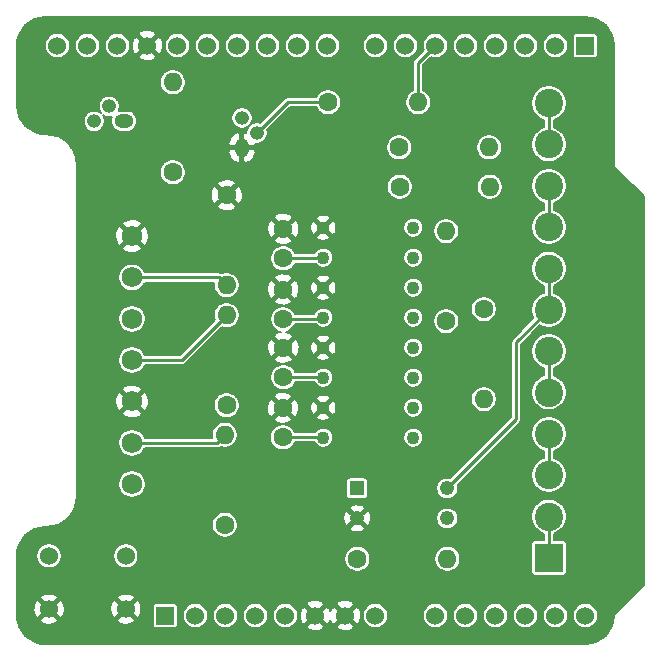
<source format=gbr>
G04 #@! TF.GenerationSoftware,KiCad,Pcbnew,(5.1.5)-3*
G04 #@! TF.CreationDate,2021-09-12T13:17:19-04:00*
G04 #@! TF.ProjectId,EtherTenFuranceMonitorRev2,45746865-7254-4656-9e46-7572616e6365,rev?*
G04 #@! TF.SameCoordinates,Original*
G04 #@! TF.FileFunction,Copper,L2,Bot*
G04 #@! TF.FilePolarity,Positive*
%FSLAX46Y46*%
G04 Gerber Fmt 4.6, Leading zero omitted, Abs format (unit mm)*
G04 Created by KiCad (PCBNEW (5.1.5)-3) date 2021-09-12 13:17:19*
%MOMM*%
%LPD*%
G04 APERTURE LIST*
%ADD10O,1.600000X1.600000*%
%ADD11C,1.600000*%
%ADD12O,1.200000X1.200000*%
%ADD13O,1.600000X1.200000*%
%ADD14O,1.200000X1.600000*%
%ADD15C,2.400000*%
%ADD16R,2.400000X2.400000*%
%ADD17C,1.092200*%
%ADD18C,1.244600*%
%ADD19R,1.244600X1.244600*%
%ADD20C,1.727200*%
%ADD21C,1.524000*%
%ADD22R,1.524000X1.524000*%
%ADD23C,0.250000*%
%ADD24C,0.203200*%
G04 APERTURE END LIST*
D10*
X161500000Y-110810000D03*
D11*
X161500000Y-103190000D03*
D12*
X128500000Y-87290000D03*
X129770000Y-86020000D03*
D13*
X131040000Y-87290000D03*
D12*
X141010000Y-87000000D03*
X142280000Y-88270000D03*
D14*
X141010000Y-89540000D03*
D15*
X166990000Y-85750000D03*
X166990000Y-89250000D03*
X166990000Y-92750000D03*
X166990000Y-96250000D03*
X166990000Y-99750000D03*
X166990000Y-103250000D03*
X166990000Y-106750000D03*
X166990000Y-110250000D03*
X166990000Y-113750000D03*
X166990000Y-117250000D03*
X166990000Y-120750000D03*
D16*
X166990000Y-124250000D03*
D10*
X139570000Y-113830000D03*
D11*
X139570000Y-121450000D03*
D10*
X139710000Y-103710000D03*
D11*
X139710000Y-111330000D03*
D10*
X155920000Y-85680000D03*
D11*
X148300000Y-85680000D03*
D10*
X135150000Y-83990000D03*
D11*
X135150000Y-91610000D03*
D10*
X139710000Y-101160000D03*
D11*
X139710000Y-93540000D03*
D10*
X158290000Y-96580000D03*
D11*
X158290000Y-104200000D03*
D10*
X161990000Y-92830000D03*
D11*
X154370000Y-92830000D03*
D10*
X161930000Y-89500000D03*
D11*
X154310000Y-89500000D03*
X150790000Y-124330000D03*
D10*
X158410000Y-124330000D03*
D17*
X147900000Y-114070000D03*
X147900000Y-111530000D03*
X147900000Y-108990000D03*
X147900000Y-106450000D03*
X147900000Y-103910000D03*
X147900000Y-101370000D03*
X147900000Y-98830000D03*
X147900000Y-96290000D03*
X155520000Y-96290000D03*
X155520000Y-98830000D03*
X155520000Y-101370000D03*
X155520000Y-103910000D03*
X155520000Y-106450000D03*
X155520000Y-108990000D03*
X155520000Y-111530000D03*
X155520000Y-114070000D03*
D11*
X144520000Y-106460000D03*
X144520000Y-108960000D03*
D18*
X158380000Y-118370000D03*
X158380000Y-120910000D03*
X150760000Y-120910000D03*
D19*
X150760000Y-118370000D03*
D20*
X131700000Y-97009996D03*
X131700000Y-100509997D03*
X131700000Y-104009998D03*
X131700000Y-107509998D03*
X131700000Y-111009999D03*
X131700000Y-114509999D03*
X131700000Y-118010000D03*
D11*
X144510000Y-96400000D03*
X144510000Y-98900000D03*
X144500000Y-101530000D03*
X144500000Y-104030000D03*
X144480000Y-111550000D03*
X144480000Y-114050000D03*
D21*
X170091100Y-129133600D03*
X167551100Y-129133600D03*
X165011100Y-129133600D03*
X162471100Y-129133600D03*
X159931100Y-129133600D03*
X157391100Y-129133600D03*
X152311100Y-80873600D03*
X154851100Y-80873600D03*
X157391100Y-80873600D03*
X159931100Y-80873600D03*
X162471100Y-80873600D03*
X165011100Y-80873600D03*
X167551100Y-80873600D03*
D22*
X170091100Y-80873600D03*
D21*
X125387100Y-80873600D03*
X127927100Y-80873600D03*
X130467100Y-80873600D03*
X133007100Y-80873600D03*
X135547100Y-80873600D03*
X138087100Y-80873600D03*
X140627100Y-80873600D03*
X143167100Y-80873600D03*
X145707100Y-80873600D03*
X148247100Y-80873600D03*
X124675900Y-124079000D03*
X131178300Y-124079000D03*
X124675900Y-128600200D03*
X131178300Y-128600200D03*
X152311100Y-129133600D03*
X149771100Y-129133600D03*
X147231100Y-129133600D03*
X144691100Y-129133600D03*
X142151100Y-129133600D03*
X139611100Y-129133600D03*
X137071100Y-129133600D03*
D22*
X134531100Y-129133600D03*
D23*
X147880000Y-114050000D02*
X147900000Y-114070000D01*
X144480000Y-114050000D02*
X147880000Y-114050000D01*
X147870000Y-108960000D02*
X147900000Y-108990000D01*
X144520000Y-108960000D02*
X147870000Y-108960000D01*
X147780000Y-104030000D02*
X147900000Y-103910000D01*
X144500000Y-104030000D02*
X147780000Y-104030000D01*
X147830000Y-98900000D02*
X147900000Y-98830000D01*
X144510000Y-98900000D02*
X147830000Y-98900000D01*
X155920000Y-82344700D02*
X157391100Y-80873600D01*
X155920000Y-85680000D02*
X155920000Y-82344700D01*
X135910002Y-107509998D02*
X139710000Y-103710000D01*
X131700000Y-107509998D02*
X135910002Y-107509998D01*
X138890001Y-114509999D02*
X139570000Y-113830000D01*
X131700000Y-114509999D02*
X138890001Y-114509999D01*
X139059997Y-100509997D02*
X139710000Y-101160000D01*
X131700000Y-100509997D02*
X139059997Y-100509997D01*
X166990000Y-85750000D02*
X166990000Y-89250000D01*
X166990000Y-92750000D02*
X166990000Y-96250000D01*
X166990000Y-99750000D02*
X166990000Y-103250000D01*
X164230000Y-112520000D02*
X158380000Y-118370000D01*
X166990000Y-103250000D02*
X164230000Y-106010000D01*
X164230000Y-106010000D02*
X164230000Y-112520000D01*
X166990000Y-106750000D02*
X166990000Y-110250000D01*
X166990000Y-113750000D02*
X166990000Y-117250000D01*
X144870000Y-85680000D02*
X148300000Y-85680000D01*
X142280000Y-88270000D02*
X144870000Y-85680000D01*
X166990000Y-124250000D02*
X166990000Y-120750000D01*
D24*
G36*
X170559746Y-78506760D02*
G01*
X171010544Y-78642863D01*
X171426318Y-78863934D01*
X171791236Y-79161553D01*
X172091395Y-79524384D01*
X172315364Y-79938605D01*
X172454612Y-80388442D01*
X172504460Y-80862722D01*
X172504500Y-80874043D01*
X172504499Y-91027395D01*
X172503888Y-91033600D01*
X172504499Y-91039805D01*
X172504499Y-91039814D01*
X172506331Y-91058417D01*
X172513571Y-91082281D01*
X172525326Y-91104276D01*
X172541147Y-91123553D01*
X172545977Y-91127517D01*
X175044500Y-93626041D01*
X175044499Y-126541160D01*
X172537185Y-129048475D01*
X172525327Y-129062924D01*
X172513572Y-129084918D01*
X172506332Y-129108782D01*
X172505128Y-129121009D01*
X172505103Y-129121246D01*
X172504738Y-129124965D01*
X172503888Y-129133600D01*
X172503890Y-129133619D01*
X172457940Y-129602245D01*
X172321836Y-130053047D01*
X172100766Y-130468817D01*
X171803145Y-130833738D01*
X171440315Y-131133896D01*
X171026095Y-131357864D01*
X170576262Y-131497110D01*
X170101979Y-131546960D01*
X170090943Y-131546999D01*
X124377294Y-131546999D01*
X123902455Y-131500440D01*
X123451653Y-131364336D01*
X123035883Y-131143266D01*
X122670962Y-130845645D01*
X122370804Y-130482815D01*
X122146836Y-130068595D01*
X122007590Y-129618762D01*
X121997650Y-129524188D01*
X123930952Y-129524188D01*
X124002251Y-129742784D01*
X124238101Y-129852252D01*
X124490777Y-129913604D01*
X124750566Y-129924484D01*
X125007486Y-129884471D01*
X125251664Y-129795105D01*
X125349549Y-129742784D01*
X125420848Y-129524188D01*
X130433352Y-129524188D01*
X130504651Y-129742784D01*
X130740501Y-129852252D01*
X130993177Y-129913604D01*
X131252966Y-129924484D01*
X131509886Y-129884471D01*
X131754064Y-129795105D01*
X131851949Y-129742784D01*
X131923248Y-129524188D01*
X131178300Y-128779239D01*
X130433352Y-129524188D01*
X125420848Y-129524188D01*
X124675900Y-128779239D01*
X123930952Y-129524188D01*
X121997650Y-129524188D01*
X121957740Y-129144479D01*
X121957701Y-129133443D01*
X121957701Y-128674866D01*
X123351616Y-128674866D01*
X123391629Y-128931786D01*
X123480995Y-129175964D01*
X123533316Y-129273849D01*
X123751912Y-129345148D01*
X124496861Y-128600200D01*
X124854939Y-128600200D01*
X125599888Y-129345148D01*
X125818484Y-129273849D01*
X125927952Y-129037999D01*
X125989304Y-128785323D01*
X125993929Y-128674866D01*
X129854016Y-128674866D01*
X129894029Y-128931786D01*
X129983395Y-129175964D01*
X130035716Y-129273849D01*
X130254312Y-129345148D01*
X130999261Y-128600200D01*
X131357339Y-128600200D01*
X132102288Y-129345148D01*
X132320884Y-129273849D01*
X132430352Y-129037999D01*
X132491704Y-128785323D01*
X132502584Y-128525534D01*
X132478611Y-128371600D01*
X133466041Y-128371600D01*
X133466041Y-129895600D01*
X133471864Y-129954724D01*
X133489110Y-130011576D01*
X133517116Y-130063971D01*
X133554805Y-130109895D01*
X133600729Y-130147584D01*
X133653124Y-130175590D01*
X133709976Y-130192836D01*
X133769100Y-130198659D01*
X135293100Y-130198659D01*
X135352224Y-130192836D01*
X135409076Y-130175590D01*
X135461471Y-130147584D01*
X135507395Y-130109895D01*
X135545084Y-130063971D01*
X135573090Y-130011576D01*
X135590336Y-129954724D01*
X135596159Y-129895600D01*
X135596159Y-129028845D01*
X136007500Y-129028845D01*
X136007500Y-129238355D01*
X136048374Y-129443841D01*
X136128550Y-129637403D01*
X136244948Y-129811605D01*
X136393095Y-129959752D01*
X136567297Y-130076150D01*
X136760859Y-130156326D01*
X136966345Y-130197200D01*
X137175855Y-130197200D01*
X137381341Y-130156326D01*
X137574903Y-130076150D01*
X137749105Y-129959752D01*
X137897252Y-129811605D01*
X138013650Y-129637403D01*
X138093826Y-129443841D01*
X138134700Y-129238355D01*
X138134700Y-129028845D01*
X138547500Y-129028845D01*
X138547500Y-129238355D01*
X138588374Y-129443841D01*
X138668550Y-129637403D01*
X138784948Y-129811605D01*
X138933095Y-129959752D01*
X139107297Y-130076150D01*
X139300859Y-130156326D01*
X139506345Y-130197200D01*
X139715855Y-130197200D01*
X139921341Y-130156326D01*
X140114903Y-130076150D01*
X140289105Y-129959752D01*
X140437252Y-129811605D01*
X140553650Y-129637403D01*
X140633826Y-129443841D01*
X140674700Y-129238355D01*
X140674700Y-129028845D01*
X141087500Y-129028845D01*
X141087500Y-129238355D01*
X141128374Y-129443841D01*
X141208550Y-129637403D01*
X141324948Y-129811605D01*
X141473095Y-129959752D01*
X141647297Y-130076150D01*
X141840859Y-130156326D01*
X142046345Y-130197200D01*
X142255855Y-130197200D01*
X142461341Y-130156326D01*
X142654903Y-130076150D01*
X142829105Y-129959752D01*
X142977252Y-129811605D01*
X143093650Y-129637403D01*
X143173826Y-129443841D01*
X143214700Y-129238355D01*
X143214700Y-129028845D01*
X143627500Y-129028845D01*
X143627500Y-129238355D01*
X143668374Y-129443841D01*
X143748550Y-129637403D01*
X143864948Y-129811605D01*
X144013095Y-129959752D01*
X144187297Y-130076150D01*
X144380859Y-130156326D01*
X144586345Y-130197200D01*
X144795855Y-130197200D01*
X145001341Y-130156326D01*
X145194903Y-130076150D01*
X145222683Y-130057588D01*
X146486152Y-130057588D01*
X146557451Y-130276184D01*
X146793301Y-130385652D01*
X147045977Y-130447004D01*
X147305766Y-130457884D01*
X147562686Y-130417871D01*
X147806864Y-130328505D01*
X147904749Y-130276184D01*
X147976048Y-130057588D01*
X149026152Y-130057588D01*
X149097451Y-130276184D01*
X149333301Y-130385652D01*
X149585977Y-130447004D01*
X149845766Y-130457884D01*
X150102686Y-130417871D01*
X150346864Y-130328505D01*
X150444749Y-130276184D01*
X150516048Y-130057588D01*
X149771100Y-129312639D01*
X149026152Y-130057588D01*
X147976048Y-130057588D01*
X147231100Y-129312639D01*
X146486152Y-130057588D01*
X145222683Y-130057588D01*
X145369105Y-129959752D01*
X145517252Y-129811605D01*
X145633650Y-129637403D01*
X145713826Y-129443841D01*
X145754700Y-129238355D01*
X145754700Y-129208266D01*
X145906816Y-129208266D01*
X145946829Y-129465186D01*
X146036195Y-129709364D01*
X146088516Y-129807249D01*
X146307112Y-129878548D01*
X147052061Y-129133600D01*
X147410139Y-129133600D01*
X148155088Y-129878548D01*
X148373684Y-129807249D01*
X148483152Y-129571399D01*
X148500122Y-129501508D01*
X148576195Y-129709364D01*
X148628516Y-129807249D01*
X148847112Y-129878548D01*
X149592061Y-129133600D01*
X149950139Y-129133600D01*
X150695088Y-129878548D01*
X150913684Y-129807249D01*
X151023152Y-129571399D01*
X151084504Y-129318723D01*
X151095384Y-129058934D01*
X151090698Y-129028845D01*
X151247500Y-129028845D01*
X151247500Y-129238355D01*
X151288374Y-129443841D01*
X151368550Y-129637403D01*
X151484948Y-129811605D01*
X151633095Y-129959752D01*
X151807297Y-130076150D01*
X152000859Y-130156326D01*
X152206345Y-130197200D01*
X152415855Y-130197200D01*
X152621341Y-130156326D01*
X152814903Y-130076150D01*
X152989105Y-129959752D01*
X153137252Y-129811605D01*
X153253650Y-129637403D01*
X153333826Y-129443841D01*
X153374700Y-129238355D01*
X153374700Y-129028845D01*
X156327500Y-129028845D01*
X156327500Y-129238355D01*
X156368374Y-129443841D01*
X156448550Y-129637403D01*
X156564948Y-129811605D01*
X156713095Y-129959752D01*
X156887297Y-130076150D01*
X157080859Y-130156326D01*
X157286345Y-130197200D01*
X157495855Y-130197200D01*
X157701341Y-130156326D01*
X157894903Y-130076150D01*
X158069105Y-129959752D01*
X158217252Y-129811605D01*
X158333650Y-129637403D01*
X158413826Y-129443841D01*
X158454700Y-129238355D01*
X158454700Y-129028845D01*
X158867500Y-129028845D01*
X158867500Y-129238355D01*
X158908374Y-129443841D01*
X158988550Y-129637403D01*
X159104948Y-129811605D01*
X159253095Y-129959752D01*
X159427297Y-130076150D01*
X159620859Y-130156326D01*
X159826345Y-130197200D01*
X160035855Y-130197200D01*
X160241341Y-130156326D01*
X160434903Y-130076150D01*
X160609105Y-129959752D01*
X160757252Y-129811605D01*
X160873650Y-129637403D01*
X160953826Y-129443841D01*
X160994700Y-129238355D01*
X160994700Y-129028845D01*
X161407500Y-129028845D01*
X161407500Y-129238355D01*
X161448374Y-129443841D01*
X161528550Y-129637403D01*
X161644948Y-129811605D01*
X161793095Y-129959752D01*
X161967297Y-130076150D01*
X162160859Y-130156326D01*
X162366345Y-130197200D01*
X162575855Y-130197200D01*
X162781341Y-130156326D01*
X162974903Y-130076150D01*
X163149105Y-129959752D01*
X163297252Y-129811605D01*
X163413650Y-129637403D01*
X163493826Y-129443841D01*
X163534700Y-129238355D01*
X163534700Y-129028845D01*
X163947500Y-129028845D01*
X163947500Y-129238355D01*
X163988374Y-129443841D01*
X164068550Y-129637403D01*
X164184948Y-129811605D01*
X164333095Y-129959752D01*
X164507297Y-130076150D01*
X164700859Y-130156326D01*
X164906345Y-130197200D01*
X165115855Y-130197200D01*
X165321341Y-130156326D01*
X165514903Y-130076150D01*
X165689105Y-129959752D01*
X165837252Y-129811605D01*
X165953650Y-129637403D01*
X166033826Y-129443841D01*
X166074700Y-129238355D01*
X166074700Y-129028845D01*
X166487500Y-129028845D01*
X166487500Y-129238355D01*
X166528374Y-129443841D01*
X166608550Y-129637403D01*
X166724948Y-129811605D01*
X166873095Y-129959752D01*
X167047297Y-130076150D01*
X167240859Y-130156326D01*
X167446345Y-130197200D01*
X167655855Y-130197200D01*
X167861341Y-130156326D01*
X168054903Y-130076150D01*
X168229105Y-129959752D01*
X168377252Y-129811605D01*
X168493650Y-129637403D01*
X168573826Y-129443841D01*
X168614700Y-129238355D01*
X168614700Y-129028845D01*
X169027500Y-129028845D01*
X169027500Y-129238355D01*
X169068374Y-129443841D01*
X169148550Y-129637403D01*
X169264948Y-129811605D01*
X169413095Y-129959752D01*
X169587297Y-130076150D01*
X169780859Y-130156326D01*
X169986345Y-130197200D01*
X170195855Y-130197200D01*
X170401341Y-130156326D01*
X170594903Y-130076150D01*
X170769105Y-129959752D01*
X170917252Y-129811605D01*
X171033650Y-129637403D01*
X171113826Y-129443841D01*
X171154700Y-129238355D01*
X171154700Y-129028845D01*
X171113826Y-128823359D01*
X171033650Y-128629797D01*
X170917252Y-128455595D01*
X170769105Y-128307448D01*
X170594903Y-128191050D01*
X170401341Y-128110874D01*
X170195855Y-128070000D01*
X169986345Y-128070000D01*
X169780859Y-128110874D01*
X169587297Y-128191050D01*
X169413095Y-128307448D01*
X169264948Y-128455595D01*
X169148550Y-128629797D01*
X169068374Y-128823359D01*
X169027500Y-129028845D01*
X168614700Y-129028845D01*
X168573826Y-128823359D01*
X168493650Y-128629797D01*
X168377252Y-128455595D01*
X168229105Y-128307448D01*
X168054903Y-128191050D01*
X167861341Y-128110874D01*
X167655855Y-128070000D01*
X167446345Y-128070000D01*
X167240859Y-128110874D01*
X167047297Y-128191050D01*
X166873095Y-128307448D01*
X166724948Y-128455595D01*
X166608550Y-128629797D01*
X166528374Y-128823359D01*
X166487500Y-129028845D01*
X166074700Y-129028845D01*
X166033826Y-128823359D01*
X165953650Y-128629797D01*
X165837252Y-128455595D01*
X165689105Y-128307448D01*
X165514903Y-128191050D01*
X165321341Y-128110874D01*
X165115855Y-128070000D01*
X164906345Y-128070000D01*
X164700859Y-128110874D01*
X164507297Y-128191050D01*
X164333095Y-128307448D01*
X164184948Y-128455595D01*
X164068550Y-128629797D01*
X163988374Y-128823359D01*
X163947500Y-129028845D01*
X163534700Y-129028845D01*
X163493826Y-128823359D01*
X163413650Y-128629797D01*
X163297252Y-128455595D01*
X163149105Y-128307448D01*
X162974903Y-128191050D01*
X162781341Y-128110874D01*
X162575855Y-128070000D01*
X162366345Y-128070000D01*
X162160859Y-128110874D01*
X161967297Y-128191050D01*
X161793095Y-128307448D01*
X161644948Y-128455595D01*
X161528550Y-128629797D01*
X161448374Y-128823359D01*
X161407500Y-129028845D01*
X160994700Y-129028845D01*
X160953826Y-128823359D01*
X160873650Y-128629797D01*
X160757252Y-128455595D01*
X160609105Y-128307448D01*
X160434903Y-128191050D01*
X160241341Y-128110874D01*
X160035855Y-128070000D01*
X159826345Y-128070000D01*
X159620859Y-128110874D01*
X159427297Y-128191050D01*
X159253095Y-128307448D01*
X159104948Y-128455595D01*
X158988550Y-128629797D01*
X158908374Y-128823359D01*
X158867500Y-129028845D01*
X158454700Y-129028845D01*
X158413826Y-128823359D01*
X158333650Y-128629797D01*
X158217252Y-128455595D01*
X158069105Y-128307448D01*
X157894903Y-128191050D01*
X157701341Y-128110874D01*
X157495855Y-128070000D01*
X157286345Y-128070000D01*
X157080859Y-128110874D01*
X156887297Y-128191050D01*
X156713095Y-128307448D01*
X156564948Y-128455595D01*
X156448550Y-128629797D01*
X156368374Y-128823359D01*
X156327500Y-129028845D01*
X153374700Y-129028845D01*
X153333826Y-128823359D01*
X153253650Y-128629797D01*
X153137252Y-128455595D01*
X152989105Y-128307448D01*
X152814903Y-128191050D01*
X152621341Y-128110874D01*
X152415855Y-128070000D01*
X152206345Y-128070000D01*
X152000859Y-128110874D01*
X151807297Y-128191050D01*
X151633095Y-128307448D01*
X151484948Y-128455595D01*
X151368550Y-128629797D01*
X151288374Y-128823359D01*
X151247500Y-129028845D01*
X151090698Y-129028845D01*
X151055371Y-128802014D01*
X150966005Y-128557836D01*
X150913684Y-128459951D01*
X150695088Y-128388652D01*
X149950139Y-129133600D01*
X149592061Y-129133600D01*
X148847112Y-128388652D01*
X148628516Y-128459951D01*
X148519048Y-128695801D01*
X148502078Y-128765692D01*
X148426005Y-128557836D01*
X148373684Y-128459951D01*
X148155088Y-128388652D01*
X147410139Y-129133600D01*
X147052061Y-129133600D01*
X146307112Y-128388652D01*
X146088516Y-128459951D01*
X145979048Y-128695801D01*
X145917696Y-128948477D01*
X145906816Y-129208266D01*
X145754700Y-129208266D01*
X145754700Y-129028845D01*
X145713826Y-128823359D01*
X145633650Y-128629797D01*
X145517252Y-128455595D01*
X145369105Y-128307448D01*
X145222684Y-128209612D01*
X146486152Y-128209612D01*
X147231100Y-128954561D01*
X147976048Y-128209612D01*
X149026152Y-128209612D01*
X149771100Y-128954561D01*
X150516048Y-128209612D01*
X150444749Y-127991016D01*
X150208899Y-127881548D01*
X149956223Y-127820196D01*
X149696434Y-127809316D01*
X149439514Y-127849329D01*
X149195336Y-127938695D01*
X149097451Y-127991016D01*
X149026152Y-128209612D01*
X147976048Y-128209612D01*
X147904749Y-127991016D01*
X147668899Y-127881548D01*
X147416223Y-127820196D01*
X147156434Y-127809316D01*
X146899514Y-127849329D01*
X146655336Y-127938695D01*
X146557451Y-127991016D01*
X146486152Y-128209612D01*
X145222684Y-128209612D01*
X145194903Y-128191050D01*
X145001341Y-128110874D01*
X144795855Y-128070000D01*
X144586345Y-128070000D01*
X144380859Y-128110874D01*
X144187297Y-128191050D01*
X144013095Y-128307448D01*
X143864948Y-128455595D01*
X143748550Y-128629797D01*
X143668374Y-128823359D01*
X143627500Y-129028845D01*
X143214700Y-129028845D01*
X143173826Y-128823359D01*
X143093650Y-128629797D01*
X142977252Y-128455595D01*
X142829105Y-128307448D01*
X142654903Y-128191050D01*
X142461341Y-128110874D01*
X142255855Y-128070000D01*
X142046345Y-128070000D01*
X141840859Y-128110874D01*
X141647297Y-128191050D01*
X141473095Y-128307448D01*
X141324948Y-128455595D01*
X141208550Y-128629797D01*
X141128374Y-128823359D01*
X141087500Y-129028845D01*
X140674700Y-129028845D01*
X140633826Y-128823359D01*
X140553650Y-128629797D01*
X140437252Y-128455595D01*
X140289105Y-128307448D01*
X140114903Y-128191050D01*
X139921341Y-128110874D01*
X139715855Y-128070000D01*
X139506345Y-128070000D01*
X139300859Y-128110874D01*
X139107297Y-128191050D01*
X138933095Y-128307448D01*
X138784948Y-128455595D01*
X138668550Y-128629797D01*
X138588374Y-128823359D01*
X138547500Y-129028845D01*
X138134700Y-129028845D01*
X138093826Y-128823359D01*
X138013650Y-128629797D01*
X137897252Y-128455595D01*
X137749105Y-128307448D01*
X137574903Y-128191050D01*
X137381341Y-128110874D01*
X137175855Y-128070000D01*
X136966345Y-128070000D01*
X136760859Y-128110874D01*
X136567297Y-128191050D01*
X136393095Y-128307448D01*
X136244948Y-128455595D01*
X136128550Y-128629797D01*
X136048374Y-128823359D01*
X136007500Y-129028845D01*
X135596159Y-129028845D01*
X135596159Y-128371600D01*
X135590336Y-128312476D01*
X135573090Y-128255624D01*
X135545084Y-128203229D01*
X135507395Y-128157305D01*
X135461471Y-128119616D01*
X135409076Y-128091610D01*
X135352224Y-128074364D01*
X135293100Y-128068541D01*
X133769100Y-128068541D01*
X133709976Y-128074364D01*
X133653124Y-128091610D01*
X133600729Y-128119616D01*
X133554805Y-128157305D01*
X133517116Y-128203229D01*
X133489110Y-128255624D01*
X133471864Y-128312476D01*
X133466041Y-128371600D01*
X132478611Y-128371600D01*
X132462571Y-128268614D01*
X132373205Y-128024436D01*
X132320884Y-127926551D01*
X132102288Y-127855252D01*
X131357339Y-128600200D01*
X130999261Y-128600200D01*
X130254312Y-127855252D01*
X130035716Y-127926551D01*
X129926248Y-128162401D01*
X129864896Y-128415077D01*
X129854016Y-128674866D01*
X125993929Y-128674866D01*
X126000184Y-128525534D01*
X125960171Y-128268614D01*
X125870805Y-128024436D01*
X125818484Y-127926551D01*
X125599888Y-127855252D01*
X124854939Y-128600200D01*
X124496861Y-128600200D01*
X123751912Y-127855252D01*
X123533316Y-127926551D01*
X123423848Y-128162401D01*
X123362496Y-128415077D01*
X123351616Y-128674866D01*
X121957701Y-128674866D01*
X121957701Y-127676212D01*
X123930952Y-127676212D01*
X124675900Y-128421161D01*
X125420848Y-127676212D01*
X130433352Y-127676212D01*
X131178300Y-128421161D01*
X131923248Y-127676212D01*
X131851949Y-127457616D01*
X131616099Y-127348148D01*
X131363423Y-127286796D01*
X131103634Y-127275916D01*
X130846714Y-127315929D01*
X130602536Y-127405295D01*
X130504651Y-127457616D01*
X130433352Y-127676212D01*
X125420848Y-127676212D01*
X125349549Y-127457616D01*
X125113699Y-127348148D01*
X124861023Y-127286796D01*
X124601234Y-127275916D01*
X124344314Y-127315929D01*
X124100136Y-127405295D01*
X124002251Y-127457616D01*
X123930952Y-127676212D01*
X121957701Y-127676212D01*
X121957701Y-124059794D01*
X121966089Y-123974245D01*
X123612300Y-123974245D01*
X123612300Y-124183755D01*
X123653174Y-124389241D01*
X123733350Y-124582803D01*
X123849748Y-124757005D01*
X123997895Y-124905152D01*
X124172097Y-125021550D01*
X124365659Y-125101726D01*
X124571145Y-125142600D01*
X124780655Y-125142600D01*
X124986141Y-125101726D01*
X125179703Y-125021550D01*
X125353905Y-124905152D01*
X125502052Y-124757005D01*
X125618450Y-124582803D01*
X125698626Y-124389241D01*
X125739500Y-124183755D01*
X125739500Y-123974245D01*
X130114700Y-123974245D01*
X130114700Y-124183755D01*
X130155574Y-124389241D01*
X130235750Y-124582803D01*
X130352148Y-124757005D01*
X130500295Y-124905152D01*
X130674497Y-125021550D01*
X130868059Y-125101726D01*
X131073545Y-125142600D01*
X131283055Y-125142600D01*
X131488541Y-125101726D01*
X131682103Y-125021550D01*
X131856305Y-124905152D01*
X132004452Y-124757005D01*
X132120850Y-124582803D01*
X132201026Y-124389241D01*
X132234391Y-124221502D01*
X149688400Y-124221502D01*
X149688400Y-124438498D01*
X149730734Y-124651325D01*
X149813775Y-124851803D01*
X149934332Y-125032229D01*
X150087771Y-125185668D01*
X150268197Y-125306225D01*
X150468675Y-125389266D01*
X150681502Y-125431600D01*
X150898498Y-125431600D01*
X151111325Y-125389266D01*
X151311803Y-125306225D01*
X151492229Y-125185668D01*
X151645668Y-125032229D01*
X151766225Y-124851803D01*
X151849266Y-124651325D01*
X151891600Y-124438498D01*
X151891600Y-124221502D01*
X157308400Y-124221502D01*
X157308400Y-124438498D01*
X157350734Y-124651325D01*
X157433775Y-124851803D01*
X157554332Y-125032229D01*
X157707771Y-125185668D01*
X157888197Y-125306225D01*
X158088675Y-125389266D01*
X158301502Y-125431600D01*
X158518498Y-125431600D01*
X158731325Y-125389266D01*
X158931803Y-125306225D01*
X159112229Y-125185668D01*
X159265668Y-125032229D01*
X159386225Y-124851803D01*
X159469266Y-124651325D01*
X159511600Y-124438498D01*
X159511600Y-124221502D01*
X159469266Y-124008675D01*
X159386225Y-123808197D01*
X159265668Y-123627771D01*
X159112229Y-123474332D01*
X158931803Y-123353775D01*
X158731325Y-123270734D01*
X158518498Y-123228400D01*
X158301502Y-123228400D01*
X158088675Y-123270734D01*
X157888197Y-123353775D01*
X157707771Y-123474332D01*
X157554332Y-123627771D01*
X157433775Y-123808197D01*
X157350734Y-124008675D01*
X157308400Y-124221502D01*
X151891600Y-124221502D01*
X151849266Y-124008675D01*
X151766225Y-123808197D01*
X151645668Y-123627771D01*
X151492229Y-123474332D01*
X151311803Y-123353775D01*
X151111325Y-123270734D01*
X150898498Y-123228400D01*
X150681502Y-123228400D01*
X150468675Y-123270734D01*
X150268197Y-123353775D01*
X150087771Y-123474332D01*
X149934332Y-123627771D01*
X149813775Y-123808197D01*
X149730734Y-124008675D01*
X149688400Y-124221502D01*
X132234391Y-124221502D01*
X132241900Y-124183755D01*
X132241900Y-123974245D01*
X132201026Y-123768759D01*
X132120850Y-123575197D01*
X132004452Y-123400995D01*
X131856305Y-123252848D01*
X131682103Y-123136450D01*
X131488541Y-123056274D01*
X131457000Y-123050000D01*
X165486941Y-123050000D01*
X165486941Y-125450000D01*
X165492764Y-125509124D01*
X165510010Y-125565976D01*
X165538016Y-125618371D01*
X165575705Y-125664295D01*
X165621629Y-125701984D01*
X165674024Y-125729990D01*
X165730876Y-125747236D01*
X165790000Y-125753059D01*
X168190000Y-125753059D01*
X168249124Y-125747236D01*
X168305976Y-125729990D01*
X168358371Y-125701984D01*
X168404295Y-125664295D01*
X168441984Y-125618371D01*
X168469990Y-125565976D01*
X168487236Y-125509124D01*
X168493059Y-125450000D01*
X168493059Y-123050000D01*
X168487236Y-122990876D01*
X168469990Y-122934024D01*
X168441984Y-122881629D01*
X168404295Y-122835705D01*
X168358371Y-122798016D01*
X168305976Y-122770010D01*
X168249124Y-122752764D01*
X168190000Y-122746941D01*
X167416600Y-122746941D01*
X167416600Y-122196163D01*
X167428001Y-122193895D01*
X167701275Y-122080701D01*
X167947214Y-121916369D01*
X168156369Y-121707214D01*
X168320701Y-121461275D01*
X168433895Y-121188001D01*
X168491600Y-120897895D01*
X168491600Y-120602105D01*
X168433895Y-120311999D01*
X168320701Y-120038725D01*
X168156369Y-119792786D01*
X167947214Y-119583631D01*
X167701275Y-119419299D01*
X167428001Y-119306105D01*
X167137895Y-119248400D01*
X166842105Y-119248400D01*
X166551999Y-119306105D01*
X166278725Y-119419299D01*
X166032786Y-119583631D01*
X165823631Y-119792786D01*
X165659299Y-120038725D01*
X165546105Y-120311999D01*
X165488400Y-120602105D01*
X165488400Y-120897895D01*
X165546105Y-121188001D01*
X165659299Y-121461275D01*
X165823631Y-121707214D01*
X166032786Y-121916369D01*
X166278725Y-122080701D01*
X166551999Y-122193895D01*
X166563401Y-122196163D01*
X166563400Y-122746941D01*
X165790000Y-122746941D01*
X165730876Y-122752764D01*
X165674024Y-122770010D01*
X165621629Y-122798016D01*
X165575705Y-122835705D01*
X165538016Y-122881629D01*
X165510010Y-122934024D01*
X165492764Y-122990876D01*
X165486941Y-123050000D01*
X131457000Y-123050000D01*
X131283055Y-123015400D01*
X131073545Y-123015400D01*
X130868059Y-123056274D01*
X130674497Y-123136450D01*
X130500295Y-123252848D01*
X130352148Y-123400995D01*
X130235750Y-123575197D01*
X130155574Y-123768759D01*
X130114700Y-123974245D01*
X125739500Y-123974245D01*
X125698626Y-123768759D01*
X125618450Y-123575197D01*
X125502052Y-123400995D01*
X125353905Y-123252848D01*
X125179703Y-123136450D01*
X124986141Y-123056274D01*
X124780655Y-123015400D01*
X124571145Y-123015400D01*
X124365659Y-123056274D01*
X124172097Y-123136450D01*
X123997895Y-123252848D01*
X123849748Y-123400995D01*
X123733350Y-123575197D01*
X123653174Y-123768759D01*
X123612300Y-123974245D01*
X121966089Y-123974245D01*
X122004260Y-123584954D01*
X122140363Y-123134156D01*
X122361434Y-122718382D01*
X122659053Y-122353464D01*
X123021884Y-122053305D01*
X123436105Y-121829336D01*
X123885942Y-121690088D01*
X124360222Y-121640240D01*
X124371543Y-121640200D01*
X124389275Y-121640138D01*
X124394775Y-121639579D01*
X124400306Y-121639618D01*
X124402065Y-121639445D01*
X124895072Y-121587628D01*
X124906265Y-121585331D01*
X124917582Y-121583172D01*
X124919275Y-121582660D01*
X125392827Y-121436071D01*
X125403378Y-121431636D01*
X125414044Y-121427327D01*
X125415605Y-121426496D01*
X125572797Y-121341502D01*
X138468400Y-121341502D01*
X138468400Y-121558498D01*
X138510734Y-121771325D01*
X138593775Y-121971803D01*
X138714332Y-122152229D01*
X138867771Y-122305668D01*
X139048197Y-122426225D01*
X139248675Y-122509266D01*
X139461502Y-122551600D01*
X139678498Y-122551600D01*
X139891325Y-122509266D01*
X140091803Y-122426225D01*
X140272229Y-122305668D01*
X140425668Y-122152229D01*
X140546225Y-121971803D01*
X140629266Y-121771325D01*
X140636674Y-121734080D01*
X150114960Y-121734080D01*
X150169284Y-121938434D01*
X150381272Y-122033917D01*
X150607815Y-122086207D01*
X150840206Y-122093297D01*
X151069514Y-122054913D01*
X151286928Y-121972530D01*
X151350716Y-121938434D01*
X151405040Y-121734080D01*
X150760000Y-121089039D01*
X150114960Y-121734080D01*
X140636674Y-121734080D01*
X140671600Y-121558498D01*
X140671600Y-121341502D01*
X140629266Y-121128675D01*
X140571911Y-120990206D01*
X149576703Y-120990206D01*
X149615087Y-121219514D01*
X149697470Y-121436928D01*
X149731566Y-121500716D01*
X149935920Y-121555040D01*
X150580961Y-120910000D01*
X150939039Y-120910000D01*
X151584080Y-121555040D01*
X151788434Y-121500716D01*
X151883917Y-121288728D01*
X151936207Y-121062185D01*
X151943297Y-120829794D01*
X151941491Y-120819004D01*
X157456100Y-120819004D01*
X157456100Y-121000996D01*
X157491605Y-121179492D01*
X157561251Y-121347631D01*
X157662360Y-121498952D01*
X157791048Y-121627640D01*
X157942369Y-121728749D01*
X158110508Y-121798395D01*
X158289004Y-121833900D01*
X158470996Y-121833900D01*
X158649492Y-121798395D01*
X158817631Y-121728749D01*
X158968952Y-121627640D01*
X159097640Y-121498952D01*
X159198749Y-121347631D01*
X159268395Y-121179492D01*
X159303900Y-121000996D01*
X159303900Y-120819004D01*
X159268395Y-120640508D01*
X159198749Y-120472369D01*
X159097640Y-120321048D01*
X158968952Y-120192360D01*
X158817631Y-120091251D01*
X158649492Y-120021605D01*
X158470996Y-119986100D01*
X158289004Y-119986100D01*
X158110508Y-120021605D01*
X157942369Y-120091251D01*
X157791048Y-120192360D01*
X157662360Y-120321048D01*
X157561251Y-120472369D01*
X157491605Y-120640508D01*
X157456100Y-120819004D01*
X151941491Y-120819004D01*
X151904913Y-120600486D01*
X151822530Y-120383072D01*
X151788434Y-120319284D01*
X151584080Y-120264960D01*
X150939039Y-120910000D01*
X150580961Y-120910000D01*
X149935920Y-120264960D01*
X149731566Y-120319284D01*
X149636083Y-120531272D01*
X149583793Y-120757815D01*
X149576703Y-120990206D01*
X140571911Y-120990206D01*
X140546225Y-120928197D01*
X140425668Y-120747771D01*
X140272229Y-120594332D01*
X140091803Y-120473775D01*
X139891325Y-120390734D01*
X139678498Y-120348400D01*
X139461502Y-120348400D01*
X139248675Y-120390734D01*
X139048197Y-120473775D01*
X138867771Y-120594332D01*
X138714332Y-120747771D01*
X138593775Y-120928197D01*
X138510734Y-121128675D01*
X138468400Y-121341502D01*
X125572797Y-121341502D01*
X125851665Y-121190719D01*
X125861191Y-121184294D01*
X125870778Y-121178021D01*
X125872143Y-121176907D01*
X125872149Y-121176903D01*
X125872154Y-121176898D01*
X126254108Y-120860919D01*
X126262185Y-120852785D01*
X126270392Y-120844749D01*
X126271519Y-120843387D01*
X126584829Y-120459230D01*
X126591185Y-120449663D01*
X126597661Y-120440206D01*
X126598502Y-120438651D01*
X126786052Y-120085920D01*
X150114960Y-120085920D01*
X150760000Y-120730961D01*
X151405040Y-120085920D01*
X151350716Y-119881566D01*
X151138728Y-119786083D01*
X150912185Y-119733793D01*
X150679794Y-119726703D01*
X150450486Y-119765087D01*
X150233072Y-119847470D01*
X150169284Y-119881566D01*
X150114960Y-120085920D01*
X126786052Y-120085920D01*
X126831229Y-120000955D01*
X126835598Y-119990354D01*
X126840122Y-119979800D01*
X126840645Y-119978111D01*
X126983924Y-119503546D01*
X126986160Y-119492251D01*
X126988538Y-119481068D01*
X126988723Y-119479309D01*
X127037097Y-118985954D01*
X127037097Y-118985948D01*
X127037701Y-118979815D01*
X127037701Y-117895238D01*
X130534800Y-117895238D01*
X130534800Y-118124762D01*
X130579578Y-118349876D01*
X130667413Y-118561929D01*
X130794930Y-118752772D01*
X130957228Y-118915070D01*
X131148071Y-119042587D01*
X131360124Y-119130422D01*
X131585238Y-119175200D01*
X131814762Y-119175200D01*
X132039876Y-119130422D01*
X132251929Y-119042587D01*
X132442772Y-118915070D01*
X132605070Y-118752772D01*
X132732587Y-118561929D01*
X132820422Y-118349876D01*
X132865200Y-118124762D01*
X132865200Y-117895238D01*
X132835853Y-117747700D01*
X149834641Y-117747700D01*
X149834641Y-118992300D01*
X149840464Y-119051424D01*
X149857710Y-119108276D01*
X149885716Y-119160671D01*
X149923405Y-119206595D01*
X149969329Y-119244284D01*
X150021724Y-119272290D01*
X150078576Y-119289536D01*
X150137700Y-119295359D01*
X151382300Y-119295359D01*
X151441424Y-119289536D01*
X151498276Y-119272290D01*
X151550671Y-119244284D01*
X151596595Y-119206595D01*
X151634284Y-119160671D01*
X151662290Y-119108276D01*
X151679536Y-119051424D01*
X151685359Y-118992300D01*
X151685359Y-118279004D01*
X157456100Y-118279004D01*
X157456100Y-118460996D01*
X157491605Y-118639492D01*
X157561251Y-118807631D01*
X157662360Y-118958952D01*
X157791048Y-119087640D01*
X157942369Y-119188749D01*
X158110508Y-119258395D01*
X158289004Y-119293900D01*
X158470996Y-119293900D01*
X158649492Y-119258395D01*
X158817631Y-119188749D01*
X158968952Y-119087640D01*
X159097640Y-118958952D01*
X159198749Y-118807631D01*
X159268395Y-118639492D01*
X159303900Y-118460996D01*
X159303900Y-118279004D01*
X159268395Y-118100508D01*
X159263826Y-118089477D01*
X163751198Y-113602105D01*
X165488400Y-113602105D01*
X165488400Y-113897895D01*
X165546105Y-114188001D01*
X165659299Y-114461275D01*
X165823631Y-114707214D01*
X166032786Y-114916369D01*
X166278725Y-115080701D01*
X166551999Y-115193895D01*
X166563400Y-115196163D01*
X166563401Y-115803837D01*
X166551999Y-115806105D01*
X166278725Y-115919299D01*
X166032786Y-116083631D01*
X165823631Y-116292786D01*
X165659299Y-116538725D01*
X165546105Y-116811999D01*
X165488400Y-117102105D01*
X165488400Y-117397895D01*
X165546105Y-117688001D01*
X165659299Y-117961275D01*
X165823631Y-118207214D01*
X166032786Y-118416369D01*
X166278725Y-118580701D01*
X166551999Y-118693895D01*
X166842105Y-118751600D01*
X167137895Y-118751600D01*
X167428001Y-118693895D01*
X167701275Y-118580701D01*
X167947214Y-118416369D01*
X168156369Y-118207214D01*
X168320701Y-117961275D01*
X168433895Y-117688001D01*
X168491600Y-117397895D01*
X168491600Y-117102105D01*
X168433895Y-116811999D01*
X168320701Y-116538725D01*
X168156369Y-116292786D01*
X167947214Y-116083631D01*
X167701275Y-115919299D01*
X167428001Y-115806105D01*
X167416600Y-115803837D01*
X167416600Y-115196163D01*
X167428001Y-115193895D01*
X167701275Y-115080701D01*
X167947214Y-114916369D01*
X168156369Y-114707214D01*
X168320701Y-114461275D01*
X168433895Y-114188001D01*
X168491600Y-113897895D01*
X168491600Y-113602105D01*
X168433895Y-113311999D01*
X168320701Y-113038725D01*
X168156369Y-112792786D01*
X167947214Y-112583631D01*
X167701275Y-112419299D01*
X167428001Y-112306105D01*
X167137895Y-112248400D01*
X166842105Y-112248400D01*
X166551999Y-112306105D01*
X166278725Y-112419299D01*
X166032786Y-112583631D01*
X165823631Y-112792786D01*
X165659299Y-113038725D01*
X165546105Y-113311999D01*
X165488400Y-113602105D01*
X163751198Y-113602105D01*
X164516832Y-112836471D01*
X164533111Y-112823111D01*
X164586421Y-112758153D01*
X164626034Y-112684043D01*
X164650427Y-112603628D01*
X164656600Y-112540955D01*
X164656600Y-112540949D01*
X164658663Y-112520001D01*
X164656600Y-112499053D01*
X164656600Y-106602105D01*
X165488400Y-106602105D01*
X165488400Y-106897895D01*
X165546105Y-107188001D01*
X165659299Y-107461275D01*
X165823631Y-107707214D01*
X166032786Y-107916369D01*
X166278725Y-108080701D01*
X166551999Y-108193895D01*
X166563400Y-108196163D01*
X166563401Y-108803837D01*
X166551999Y-108806105D01*
X166278725Y-108919299D01*
X166032786Y-109083631D01*
X165823631Y-109292786D01*
X165659299Y-109538725D01*
X165546105Y-109811999D01*
X165488400Y-110102105D01*
X165488400Y-110397895D01*
X165546105Y-110688001D01*
X165659299Y-110961275D01*
X165823631Y-111207214D01*
X166032786Y-111416369D01*
X166278725Y-111580701D01*
X166551999Y-111693895D01*
X166842105Y-111751600D01*
X167137895Y-111751600D01*
X167428001Y-111693895D01*
X167701275Y-111580701D01*
X167947214Y-111416369D01*
X168156369Y-111207214D01*
X168320701Y-110961275D01*
X168433895Y-110688001D01*
X168491600Y-110397895D01*
X168491600Y-110102105D01*
X168433895Y-109811999D01*
X168320701Y-109538725D01*
X168156369Y-109292786D01*
X167947214Y-109083631D01*
X167701275Y-108919299D01*
X167428001Y-108806105D01*
X167416600Y-108803837D01*
X167416600Y-108196163D01*
X167428001Y-108193895D01*
X167701275Y-108080701D01*
X167947214Y-107916369D01*
X168156369Y-107707214D01*
X168320701Y-107461275D01*
X168433895Y-107188001D01*
X168491600Y-106897895D01*
X168491600Y-106602105D01*
X168433895Y-106311999D01*
X168320701Y-106038725D01*
X168156369Y-105792786D01*
X167947214Y-105583631D01*
X167701275Y-105419299D01*
X167428001Y-105306105D01*
X167137895Y-105248400D01*
X166842105Y-105248400D01*
X166551999Y-105306105D01*
X166278725Y-105419299D01*
X166032786Y-105583631D01*
X165823631Y-105792786D01*
X165659299Y-106038725D01*
X165546105Y-106311999D01*
X165488400Y-106602105D01*
X164656600Y-106602105D01*
X164656600Y-106186703D01*
X166269060Y-104574243D01*
X166278725Y-104580701D01*
X166551999Y-104693895D01*
X166842105Y-104751600D01*
X167137895Y-104751600D01*
X167428001Y-104693895D01*
X167701275Y-104580701D01*
X167947214Y-104416369D01*
X168156369Y-104207214D01*
X168320701Y-103961275D01*
X168433895Y-103688001D01*
X168491600Y-103397895D01*
X168491600Y-103102105D01*
X168433895Y-102811999D01*
X168320701Y-102538725D01*
X168156369Y-102292786D01*
X167947214Y-102083631D01*
X167701275Y-101919299D01*
X167428001Y-101806105D01*
X167416600Y-101803837D01*
X167416600Y-101196163D01*
X167428001Y-101193895D01*
X167701275Y-101080701D01*
X167947214Y-100916369D01*
X168156369Y-100707214D01*
X168320701Y-100461275D01*
X168433895Y-100188001D01*
X168491600Y-99897895D01*
X168491600Y-99602105D01*
X168433895Y-99311999D01*
X168320701Y-99038725D01*
X168156369Y-98792786D01*
X167947214Y-98583631D01*
X167701275Y-98419299D01*
X167428001Y-98306105D01*
X167137895Y-98248400D01*
X166842105Y-98248400D01*
X166551999Y-98306105D01*
X166278725Y-98419299D01*
X166032786Y-98583631D01*
X165823631Y-98792786D01*
X165659299Y-99038725D01*
X165546105Y-99311999D01*
X165488400Y-99602105D01*
X165488400Y-99897895D01*
X165546105Y-100188001D01*
X165659299Y-100461275D01*
X165823631Y-100707214D01*
X166032786Y-100916369D01*
X166278725Y-101080701D01*
X166551999Y-101193895D01*
X166563400Y-101196163D01*
X166563401Y-101803837D01*
X166551999Y-101806105D01*
X166278725Y-101919299D01*
X166032786Y-102083631D01*
X165823631Y-102292786D01*
X165659299Y-102538725D01*
X165546105Y-102811999D01*
X165488400Y-103102105D01*
X165488400Y-103397895D01*
X165546105Y-103688001D01*
X165659299Y-103961275D01*
X165665757Y-103970940D01*
X163943168Y-105693529D01*
X163926889Y-105706889D01*
X163873579Y-105771848D01*
X163833966Y-105845958D01*
X163809573Y-105926373D01*
X163803400Y-105989046D01*
X163803400Y-105989052D01*
X163801337Y-106010000D01*
X163803400Y-106030948D01*
X163803401Y-112343296D01*
X158660523Y-117486174D01*
X158649492Y-117481605D01*
X158470996Y-117446100D01*
X158289004Y-117446100D01*
X158110508Y-117481605D01*
X157942369Y-117551251D01*
X157791048Y-117652360D01*
X157662360Y-117781048D01*
X157561251Y-117932369D01*
X157491605Y-118100508D01*
X157456100Y-118279004D01*
X151685359Y-118279004D01*
X151685359Y-117747700D01*
X151679536Y-117688576D01*
X151662290Y-117631724D01*
X151634284Y-117579329D01*
X151596595Y-117533405D01*
X151550671Y-117495716D01*
X151498276Y-117467710D01*
X151441424Y-117450464D01*
X151382300Y-117444641D01*
X150137700Y-117444641D01*
X150078576Y-117450464D01*
X150021724Y-117467710D01*
X149969329Y-117495716D01*
X149923405Y-117533405D01*
X149885716Y-117579329D01*
X149857710Y-117631724D01*
X149840464Y-117688576D01*
X149834641Y-117747700D01*
X132835853Y-117747700D01*
X132820422Y-117670124D01*
X132732587Y-117458071D01*
X132605070Y-117267228D01*
X132442772Y-117104930D01*
X132251929Y-116977413D01*
X132039876Y-116889578D01*
X131814762Y-116844800D01*
X131585238Y-116844800D01*
X131360124Y-116889578D01*
X131148071Y-116977413D01*
X130957228Y-117104930D01*
X130794930Y-117267228D01*
X130667413Y-117458071D01*
X130579578Y-117670124D01*
X130534800Y-117895238D01*
X127037701Y-117895238D01*
X127037701Y-114395237D01*
X130534800Y-114395237D01*
X130534800Y-114624761D01*
X130579578Y-114849875D01*
X130667413Y-115061928D01*
X130794930Y-115252771D01*
X130957228Y-115415069D01*
X131148071Y-115542586D01*
X131360124Y-115630421D01*
X131585238Y-115675199D01*
X131814762Y-115675199D01*
X132039876Y-115630421D01*
X132251929Y-115542586D01*
X132442772Y-115415069D01*
X132605070Y-115252771D01*
X132732587Y-115061928D01*
X132784500Y-114936599D01*
X138869053Y-114936599D01*
X138890001Y-114938662D01*
X138910949Y-114936599D01*
X138910956Y-114936599D01*
X138973629Y-114930426D01*
X139054044Y-114906033D01*
X139128154Y-114866420D01*
X139150079Y-114848426D01*
X139248675Y-114889266D01*
X139461502Y-114931600D01*
X139678498Y-114931600D01*
X139891325Y-114889266D01*
X140091803Y-114806225D01*
X140272229Y-114685668D01*
X140425668Y-114532229D01*
X140546225Y-114351803D01*
X140629266Y-114151325D01*
X140671002Y-113941502D01*
X143378400Y-113941502D01*
X143378400Y-114158498D01*
X143420734Y-114371325D01*
X143503775Y-114571803D01*
X143624332Y-114752229D01*
X143777771Y-114905668D01*
X143958197Y-115026225D01*
X144158675Y-115109266D01*
X144371502Y-115151600D01*
X144588498Y-115151600D01*
X144801325Y-115109266D01*
X145001803Y-115026225D01*
X145182229Y-114905668D01*
X145335668Y-114752229D01*
X145456225Y-114571803D01*
X145495660Y-114476600D01*
X147152161Y-114476600D01*
X147241548Y-114610377D01*
X147359623Y-114728452D01*
X147498463Y-114821222D01*
X147652735Y-114885124D01*
X147816509Y-114917700D01*
X147983491Y-114917700D01*
X148147265Y-114885124D01*
X148301537Y-114821222D01*
X148440377Y-114728452D01*
X148558452Y-114610377D01*
X148651222Y-114471537D01*
X148715124Y-114317265D01*
X148747700Y-114153491D01*
X148747700Y-113986509D01*
X154672300Y-113986509D01*
X154672300Y-114153491D01*
X154704876Y-114317265D01*
X154768778Y-114471537D01*
X154861548Y-114610377D01*
X154979623Y-114728452D01*
X155118463Y-114821222D01*
X155272735Y-114885124D01*
X155436509Y-114917700D01*
X155603491Y-114917700D01*
X155767265Y-114885124D01*
X155921537Y-114821222D01*
X156060377Y-114728452D01*
X156178452Y-114610377D01*
X156271222Y-114471537D01*
X156335124Y-114317265D01*
X156367700Y-114153491D01*
X156367700Y-113986509D01*
X156335124Y-113822735D01*
X156271222Y-113668463D01*
X156178452Y-113529623D01*
X156060377Y-113411548D01*
X155921537Y-113318778D01*
X155767265Y-113254876D01*
X155603491Y-113222300D01*
X155436509Y-113222300D01*
X155272735Y-113254876D01*
X155118463Y-113318778D01*
X154979623Y-113411548D01*
X154861548Y-113529623D01*
X154768778Y-113668463D01*
X154704876Y-113822735D01*
X154672300Y-113986509D01*
X148747700Y-113986509D01*
X148715124Y-113822735D01*
X148651222Y-113668463D01*
X148558452Y-113529623D01*
X148440377Y-113411548D01*
X148301537Y-113318778D01*
X148147265Y-113254876D01*
X147983491Y-113222300D01*
X147816509Y-113222300D01*
X147652735Y-113254876D01*
X147498463Y-113318778D01*
X147359623Y-113411548D01*
X147241548Y-113529623D01*
X147178888Y-113623400D01*
X145495660Y-113623400D01*
X145456225Y-113528197D01*
X145335668Y-113347771D01*
X145182229Y-113194332D01*
X145001803Y-113073775D01*
X144801325Y-112990734D01*
X144588498Y-112948400D01*
X144371502Y-112948400D01*
X144158675Y-112990734D01*
X143958197Y-113073775D01*
X143777771Y-113194332D01*
X143624332Y-113347771D01*
X143503775Y-113528197D01*
X143420734Y-113728675D01*
X143378400Y-113941502D01*
X140671002Y-113941502D01*
X140671600Y-113938498D01*
X140671600Y-113721502D01*
X140629266Y-113508675D01*
X140546225Y-113308197D01*
X140425668Y-113127771D01*
X140272229Y-112974332D01*
X140091803Y-112853775D01*
X139891325Y-112770734D01*
X139678498Y-112728400D01*
X139461502Y-112728400D01*
X139248675Y-112770734D01*
X139048197Y-112853775D01*
X138867771Y-112974332D01*
X138714332Y-113127771D01*
X138593775Y-113308197D01*
X138510734Y-113508675D01*
X138468400Y-113721502D01*
X138468400Y-113938498D01*
X138497223Y-114083399D01*
X132784500Y-114083399D01*
X132732587Y-113958070D01*
X132605070Y-113767227D01*
X132442772Y-113604929D01*
X132251929Y-113477412D01*
X132039876Y-113389577D01*
X131814762Y-113344799D01*
X131585238Y-113344799D01*
X131360124Y-113389577D01*
X131148071Y-113477412D01*
X130957228Y-113604929D01*
X130794930Y-113767227D01*
X130667413Y-113958070D01*
X130579578Y-114170123D01*
X130534800Y-114395237D01*
X127037701Y-114395237D01*
X127037701Y-112501138D01*
X143707902Y-112501138D01*
X143783806Y-112723614D01*
X144026144Y-112836884D01*
X144285923Y-112900700D01*
X144553161Y-112912610D01*
X144817587Y-112872154D01*
X145069040Y-112780889D01*
X145176194Y-112723614D01*
X145252098Y-112501138D01*
X144480000Y-111729039D01*
X143707902Y-112501138D01*
X127037701Y-112501138D01*
X127037701Y-112006558D01*
X130882481Y-112006558D01*
X130966086Y-112235529D01*
X131219277Y-112355160D01*
X131490942Y-112423097D01*
X131770641Y-112436730D01*
X132047625Y-112395535D01*
X132311250Y-112301094D01*
X132433914Y-112235529D01*
X132517519Y-112006558D01*
X131700000Y-111189038D01*
X130882481Y-112006558D01*
X127037701Y-112006558D01*
X127037701Y-111080640D01*
X130273269Y-111080640D01*
X130314464Y-111357624D01*
X130408905Y-111621249D01*
X130474470Y-111743913D01*
X130703441Y-111827518D01*
X131520961Y-111009999D01*
X131879039Y-111009999D01*
X132696559Y-111827518D01*
X132925530Y-111743913D01*
X133045161Y-111490722D01*
X133112486Y-111221502D01*
X138608400Y-111221502D01*
X138608400Y-111438498D01*
X138650734Y-111651325D01*
X138733775Y-111851803D01*
X138854332Y-112032229D01*
X139007771Y-112185668D01*
X139188197Y-112306225D01*
X139388675Y-112389266D01*
X139601502Y-112431600D01*
X139818498Y-112431600D01*
X140031325Y-112389266D01*
X140231803Y-112306225D01*
X140412229Y-112185668D01*
X140565668Y-112032229D01*
X140686225Y-111851803D01*
X140769266Y-111651325D01*
X140774868Y-111623161D01*
X143117390Y-111623161D01*
X143157846Y-111887587D01*
X143249111Y-112139040D01*
X143306386Y-112246194D01*
X143528862Y-112322098D01*
X144300961Y-111550000D01*
X144659039Y-111550000D01*
X145431138Y-112322098D01*
X145497358Y-112299505D01*
X147309535Y-112299505D01*
X147354568Y-112496109D01*
X147553526Y-112583954D01*
X147765800Y-112631296D01*
X147983231Y-112636317D01*
X148197463Y-112598822D01*
X148400264Y-112520252D01*
X148445432Y-112496109D01*
X148490465Y-112299505D01*
X147900000Y-111709039D01*
X147309535Y-112299505D01*
X145497358Y-112299505D01*
X145653614Y-112246194D01*
X145766884Y-112003856D01*
X145830700Y-111744077D01*
X145836531Y-111613231D01*
X146793683Y-111613231D01*
X146831178Y-111827463D01*
X146909748Y-112030264D01*
X146933891Y-112075432D01*
X147130495Y-112120465D01*
X147720961Y-111530000D01*
X148079039Y-111530000D01*
X148669505Y-112120465D01*
X148866109Y-112075432D01*
X148953954Y-111876474D01*
X149001296Y-111664200D01*
X149006317Y-111446769D01*
X149006272Y-111446509D01*
X154672300Y-111446509D01*
X154672300Y-111613491D01*
X154704876Y-111777265D01*
X154768778Y-111931537D01*
X154861548Y-112070377D01*
X154979623Y-112188452D01*
X155118463Y-112281222D01*
X155272735Y-112345124D01*
X155436509Y-112377700D01*
X155603491Y-112377700D01*
X155767265Y-112345124D01*
X155921537Y-112281222D01*
X156060377Y-112188452D01*
X156178452Y-112070377D01*
X156271222Y-111931537D01*
X156335124Y-111777265D01*
X156367700Y-111613491D01*
X156367700Y-111446509D01*
X156335124Y-111282735D01*
X156271222Y-111128463D01*
X156178452Y-110989623D01*
X156060377Y-110871548D01*
X155921537Y-110778778D01*
X155767265Y-110714876D01*
X155700028Y-110701502D01*
X160398400Y-110701502D01*
X160398400Y-110918498D01*
X160440734Y-111131325D01*
X160523775Y-111331803D01*
X160644332Y-111512229D01*
X160797771Y-111665668D01*
X160978197Y-111786225D01*
X161178675Y-111869266D01*
X161391502Y-111911600D01*
X161608498Y-111911600D01*
X161821325Y-111869266D01*
X162021803Y-111786225D01*
X162202229Y-111665668D01*
X162355668Y-111512229D01*
X162476225Y-111331803D01*
X162559266Y-111131325D01*
X162601600Y-110918498D01*
X162601600Y-110701502D01*
X162559266Y-110488675D01*
X162476225Y-110288197D01*
X162355668Y-110107771D01*
X162202229Y-109954332D01*
X162021803Y-109833775D01*
X161821325Y-109750734D01*
X161608498Y-109708400D01*
X161391502Y-109708400D01*
X161178675Y-109750734D01*
X160978197Y-109833775D01*
X160797771Y-109954332D01*
X160644332Y-110107771D01*
X160523775Y-110288197D01*
X160440734Y-110488675D01*
X160398400Y-110701502D01*
X155700028Y-110701502D01*
X155603491Y-110682300D01*
X155436509Y-110682300D01*
X155272735Y-110714876D01*
X155118463Y-110778778D01*
X154979623Y-110871548D01*
X154861548Y-110989623D01*
X154768778Y-111128463D01*
X154704876Y-111282735D01*
X154672300Y-111446509D01*
X149006272Y-111446509D01*
X148968822Y-111232537D01*
X148890252Y-111029736D01*
X148866109Y-110984568D01*
X148669505Y-110939535D01*
X148079039Y-111530000D01*
X147720961Y-111530000D01*
X147130495Y-110939535D01*
X146933891Y-110984568D01*
X146846046Y-111183526D01*
X146798704Y-111395800D01*
X146793683Y-111613231D01*
X145836531Y-111613231D01*
X145842610Y-111476839D01*
X145802154Y-111212413D01*
X145710889Y-110960960D01*
X145653614Y-110853806D01*
X145431138Y-110777902D01*
X144659039Y-111550000D01*
X144300961Y-111550000D01*
X143528862Y-110777902D01*
X143306386Y-110853806D01*
X143193116Y-111096144D01*
X143129300Y-111355923D01*
X143117390Y-111623161D01*
X140774868Y-111623161D01*
X140811600Y-111438498D01*
X140811600Y-111221502D01*
X140769266Y-111008675D01*
X140686225Y-110808197D01*
X140565668Y-110627771D01*
X140536759Y-110598862D01*
X143707902Y-110598862D01*
X144480000Y-111370961D01*
X145090465Y-110760495D01*
X147309535Y-110760495D01*
X147900000Y-111350961D01*
X148490465Y-110760495D01*
X148445432Y-110563891D01*
X148246474Y-110476046D01*
X148034200Y-110428704D01*
X147816769Y-110423683D01*
X147602537Y-110461178D01*
X147399736Y-110539748D01*
X147354568Y-110563891D01*
X147309535Y-110760495D01*
X145090465Y-110760495D01*
X145252098Y-110598862D01*
X145176194Y-110376386D01*
X144933856Y-110263116D01*
X144674077Y-110199300D01*
X144406839Y-110187390D01*
X144142413Y-110227846D01*
X143890960Y-110319111D01*
X143783806Y-110376386D01*
X143707902Y-110598862D01*
X140536759Y-110598862D01*
X140412229Y-110474332D01*
X140231803Y-110353775D01*
X140031325Y-110270734D01*
X139818498Y-110228400D01*
X139601502Y-110228400D01*
X139388675Y-110270734D01*
X139188197Y-110353775D01*
X139007771Y-110474332D01*
X138854332Y-110627771D01*
X138733775Y-110808197D01*
X138650734Y-111008675D01*
X138608400Y-111221502D01*
X133112486Y-111221502D01*
X133113098Y-111219057D01*
X133126731Y-110939358D01*
X133085536Y-110662374D01*
X132991095Y-110398749D01*
X132925530Y-110276085D01*
X132696559Y-110192480D01*
X131879039Y-111009999D01*
X131520961Y-111009999D01*
X130703441Y-110192480D01*
X130474470Y-110276085D01*
X130354839Y-110529276D01*
X130286902Y-110800941D01*
X130273269Y-111080640D01*
X127037701Y-111080640D01*
X127037701Y-110013440D01*
X130882481Y-110013440D01*
X131700000Y-110830960D01*
X132517519Y-110013440D01*
X132433914Y-109784469D01*
X132180723Y-109664838D01*
X131909058Y-109596901D01*
X131629359Y-109583268D01*
X131352375Y-109624463D01*
X131088750Y-109718904D01*
X130966086Y-109784469D01*
X130882481Y-110013440D01*
X127037701Y-110013440D01*
X127037701Y-108851502D01*
X143418400Y-108851502D01*
X143418400Y-109068498D01*
X143460734Y-109281325D01*
X143543775Y-109481803D01*
X143664332Y-109662229D01*
X143817771Y-109815668D01*
X143998197Y-109936225D01*
X144198675Y-110019266D01*
X144411502Y-110061600D01*
X144628498Y-110061600D01*
X144841325Y-110019266D01*
X145041803Y-109936225D01*
X145222229Y-109815668D01*
X145375668Y-109662229D01*
X145496225Y-109481803D01*
X145535660Y-109386600D01*
X147146733Y-109386600D01*
X147148778Y-109391537D01*
X147241548Y-109530377D01*
X147359623Y-109648452D01*
X147498463Y-109741222D01*
X147652735Y-109805124D01*
X147816509Y-109837700D01*
X147983491Y-109837700D01*
X148147265Y-109805124D01*
X148301537Y-109741222D01*
X148440377Y-109648452D01*
X148558452Y-109530377D01*
X148651222Y-109391537D01*
X148715124Y-109237265D01*
X148747700Y-109073491D01*
X148747700Y-108906509D01*
X154672300Y-108906509D01*
X154672300Y-109073491D01*
X154704876Y-109237265D01*
X154768778Y-109391537D01*
X154861548Y-109530377D01*
X154979623Y-109648452D01*
X155118463Y-109741222D01*
X155272735Y-109805124D01*
X155436509Y-109837700D01*
X155603491Y-109837700D01*
X155767265Y-109805124D01*
X155921537Y-109741222D01*
X156060377Y-109648452D01*
X156178452Y-109530377D01*
X156271222Y-109391537D01*
X156335124Y-109237265D01*
X156367700Y-109073491D01*
X156367700Y-108906509D01*
X156335124Y-108742735D01*
X156271222Y-108588463D01*
X156178452Y-108449623D01*
X156060377Y-108331548D01*
X155921537Y-108238778D01*
X155767265Y-108174876D01*
X155603491Y-108142300D01*
X155436509Y-108142300D01*
X155272735Y-108174876D01*
X155118463Y-108238778D01*
X154979623Y-108331548D01*
X154861548Y-108449623D01*
X154768778Y-108588463D01*
X154704876Y-108742735D01*
X154672300Y-108906509D01*
X148747700Y-108906509D01*
X148715124Y-108742735D01*
X148651222Y-108588463D01*
X148558452Y-108449623D01*
X148440377Y-108331548D01*
X148301537Y-108238778D01*
X148147265Y-108174876D01*
X147983491Y-108142300D01*
X147816509Y-108142300D01*
X147652735Y-108174876D01*
X147498463Y-108238778D01*
X147359623Y-108331548D01*
X147241548Y-108449623D01*
X147185570Y-108533400D01*
X145535660Y-108533400D01*
X145496225Y-108438197D01*
X145375668Y-108257771D01*
X145222229Y-108104332D01*
X145041803Y-107983775D01*
X144841325Y-107900734D01*
X144628498Y-107858400D01*
X144411502Y-107858400D01*
X144198675Y-107900734D01*
X143998197Y-107983775D01*
X143817771Y-108104332D01*
X143664332Y-108257771D01*
X143543775Y-108438197D01*
X143460734Y-108638675D01*
X143418400Y-108851502D01*
X127037701Y-108851502D01*
X127037701Y-107395236D01*
X130534800Y-107395236D01*
X130534800Y-107624760D01*
X130579578Y-107849874D01*
X130667413Y-108061927D01*
X130794930Y-108252770D01*
X130957228Y-108415068D01*
X131148071Y-108542585D01*
X131360124Y-108630420D01*
X131585238Y-108675198D01*
X131814762Y-108675198D01*
X132039876Y-108630420D01*
X132251929Y-108542585D01*
X132442772Y-108415068D01*
X132605070Y-108252770D01*
X132732587Y-108061927D01*
X132784500Y-107936598D01*
X135889054Y-107936598D01*
X135910002Y-107938661D01*
X135930950Y-107936598D01*
X135930957Y-107936598D01*
X135993630Y-107930425D01*
X136074045Y-107906032D01*
X136148155Y-107866419D01*
X136213113Y-107813109D01*
X136226473Y-107796831D01*
X136612166Y-107411138D01*
X143747902Y-107411138D01*
X143823806Y-107633614D01*
X144066144Y-107746884D01*
X144325923Y-107810700D01*
X144593161Y-107822610D01*
X144857587Y-107782154D01*
X145109040Y-107690889D01*
X145216194Y-107633614D01*
X145292098Y-107411138D01*
X144520000Y-106639039D01*
X143747902Y-107411138D01*
X136612166Y-107411138D01*
X137490143Y-106533161D01*
X143157390Y-106533161D01*
X143197846Y-106797587D01*
X143289111Y-107049040D01*
X143346386Y-107156194D01*
X143568862Y-107232098D01*
X144340961Y-106460000D01*
X144699039Y-106460000D01*
X145471138Y-107232098D01*
X145508048Y-107219505D01*
X147309535Y-107219505D01*
X147354568Y-107416109D01*
X147553526Y-107503954D01*
X147765800Y-107551296D01*
X147983231Y-107556317D01*
X148197463Y-107518822D01*
X148400264Y-107440252D01*
X148445432Y-107416109D01*
X148490465Y-107219505D01*
X147900000Y-106629039D01*
X147309535Y-107219505D01*
X145508048Y-107219505D01*
X145693614Y-107156194D01*
X145806884Y-106913856D01*
X145870700Y-106654077D01*
X145876085Y-106533231D01*
X146793683Y-106533231D01*
X146831178Y-106747463D01*
X146909748Y-106950264D01*
X146933891Y-106995432D01*
X147130495Y-107040465D01*
X147720961Y-106450000D01*
X148079039Y-106450000D01*
X148669505Y-107040465D01*
X148866109Y-106995432D01*
X148953954Y-106796474D01*
X149001296Y-106584200D01*
X149006317Y-106366769D01*
X149006272Y-106366509D01*
X154672300Y-106366509D01*
X154672300Y-106533491D01*
X154704876Y-106697265D01*
X154768778Y-106851537D01*
X154861548Y-106990377D01*
X154979623Y-107108452D01*
X155118463Y-107201222D01*
X155272735Y-107265124D01*
X155436509Y-107297700D01*
X155603491Y-107297700D01*
X155767265Y-107265124D01*
X155921537Y-107201222D01*
X156060377Y-107108452D01*
X156178452Y-106990377D01*
X156271222Y-106851537D01*
X156335124Y-106697265D01*
X156367700Y-106533491D01*
X156367700Y-106366509D01*
X156335124Y-106202735D01*
X156271222Y-106048463D01*
X156178452Y-105909623D01*
X156060377Y-105791548D01*
X155921537Y-105698778D01*
X155767265Y-105634876D01*
X155603491Y-105602300D01*
X155436509Y-105602300D01*
X155272735Y-105634876D01*
X155118463Y-105698778D01*
X154979623Y-105791548D01*
X154861548Y-105909623D01*
X154768778Y-106048463D01*
X154704876Y-106202735D01*
X154672300Y-106366509D01*
X149006272Y-106366509D01*
X148968822Y-106152537D01*
X148890252Y-105949736D01*
X148866109Y-105904568D01*
X148669505Y-105859535D01*
X148079039Y-106450000D01*
X147720961Y-106450000D01*
X147130495Y-105859535D01*
X146933891Y-105904568D01*
X146846046Y-106103526D01*
X146798704Y-106315800D01*
X146793683Y-106533231D01*
X145876085Y-106533231D01*
X145882610Y-106386839D01*
X145842154Y-106122413D01*
X145750889Y-105870960D01*
X145693614Y-105763806D01*
X145471138Y-105687902D01*
X144699039Y-106460000D01*
X144340961Y-106460000D01*
X143568862Y-105687902D01*
X143346386Y-105763806D01*
X143233116Y-106006144D01*
X143169300Y-106265923D01*
X143157390Y-106533161D01*
X137490143Y-106533161D01*
X139293472Y-104729832D01*
X139388675Y-104769266D01*
X139601502Y-104811600D01*
X139818498Y-104811600D01*
X140031325Y-104769266D01*
X140231803Y-104686225D01*
X140412229Y-104565668D01*
X140565668Y-104412229D01*
X140686225Y-104231803D01*
X140769266Y-104031325D01*
X140791111Y-103921502D01*
X143398400Y-103921502D01*
X143398400Y-104138498D01*
X143440734Y-104351325D01*
X143523775Y-104551803D01*
X143644332Y-104732229D01*
X143797771Y-104885668D01*
X143978197Y-105006225D01*
X144178675Y-105089266D01*
X144318347Y-105117049D01*
X144182413Y-105137846D01*
X143930960Y-105229111D01*
X143823806Y-105286386D01*
X143747902Y-105508862D01*
X144520000Y-106280961D01*
X145120465Y-105680495D01*
X147309535Y-105680495D01*
X147900000Y-106270961D01*
X148490465Y-105680495D01*
X148445432Y-105483891D01*
X148246474Y-105396046D01*
X148034200Y-105348704D01*
X147816769Y-105343683D01*
X147602537Y-105381178D01*
X147399736Y-105459748D01*
X147354568Y-105483891D01*
X147309535Y-105680495D01*
X145120465Y-105680495D01*
X145292098Y-105508862D01*
X145216194Y-105286386D01*
X144973856Y-105173116D01*
X144716999Y-105110018D01*
X144821325Y-105089266D01*
X145021803Y-105006225D01*
X145202229Y-104885668D01*
X145355668Y-104732229D01*
X145476225Y-104551803D01*
X145515660Y-104456600D01*
X147247771Y-104456600D01*
X147359623Y-104568452D01*
X147498463Y-104661222D01*
X147652735Y-104725124D01*
X147816509Y-104757700D01*
X147983491Y-104757700D01*
X148147265Y-104725124D01*
X148301537Y-104661222D01*
X148440377Y-104568452D01*
X148558452Y-104450377D01*
X148651222Y-104311537D01*
X148715124Y-104157265D01*
X148747700Y-103993491D01*
X148747700Y-103826509D01*
X154672300Y-103826509D01*
X154672300Y-103993491D01*
X154704876Y-104157265D01*
X154768778Y-104311537D01*
X154861548Y-104450377D01*
X154979623Y-104568452D01*
X155118463Y-104661222D01*
X155272735Y-104725124D01*
X155436509Y-104757700D01*
X155603491Y-104757700D01*
X155767265Y-104725124D01*
X155921537Y-104661222D01*
X156060377Y-104568452D01*
X156178452Y-104450377D01*
X156271222Y-104311537D01*
X156335124Y-104157265D01*
X156348204Y-104091502D01*
X157188400Y-104091502D01*
X157188400Y-104308498D01*
X157230734Y-104521325D01*
X157313775Y-104721803D01*
X157434332Y-104902229D01*
X157587771Y-105055668D01*
X157768197Y-105176225D01*
X157968675Y-105259266D01*
X158181502Y-105301600D01*
X158398498Y-105301600D01*
X158611325Y-105259266D01*
X158811803Y-105176225D01*
X158992229Y-105055668D01*
X159145668Y-104902229D01*
X159266225Y-104721803D01*
X159349266Y-104521325D01*
X159391600Y-104308498D01*
X159391600Y-104091502D01*
X159349266Y-103878675D01*
X159266225Y-103678197D01*
X159145668Y-103497771D01*
X158992229Y-103344332D01*
X158811803Y-103223775D01*
X158611325Y-103140734D01*
X158398498Y-103098400D01*
X158181502Y-103098400D01*
X157968675Y-103140734D01*
X157768197Y-103223775D01*
X157587771Y-103344332D01*
X157434332Y-103497771D01*
X157313775Y-103678197D01*
X157230734Y-103878675D01*
X157188400Y-104091502D01*
X156348204Y-104091502D01*
X156367700Y-103993491D01*
X156367700Y-103826509D01*
X156335124Y-103662735D01*
X156271222Y-103508463D01*
X156178452Y-103369623D01*
X156060377Y-103251548D01*
X155921537Y-103158778D01*
X155767265Y-103094876D01*
X155700028Y-103081502D01*
X160398400Y-103081502D01*
X160398400Y-103298498D01*
X160440734Y-103511325D01*
X160523775Y-103711803D01*
X160644332Y-103892229D01*
X160797771Y-104045668D01*
X160978197Y-104166225D01*
X161178675Y-104249266D01*
X161391502Y-104291600D01*
X161608498Y-104291600D01*
X161821325Y-104249266D01*
X162021803Y-104166225D01*
X162202229Y-104045668D01*
X162355668Y-103892229D01*
X162476225Y-103711803D01*
X162559266Y-103511325D01*
X162601600Y-103298498D01*
X162601600Y-103081502D01*
X162559266Y-102868675D01*
X162476225Y-102668197D01*
X162355668Y-102487771D01*
X162202229Y-102334332D01*
X162021803Y-102213775D01*
X161821325Y-102130734D01*
X161608498Y-102088400D01*
X161391502Y-102088400D01*
X161178675Y-102130734D01*
X160978197Y-102213775D01*
X160797771Y-102334332D01*
X160644332Y-102487771D01*
X160523775Y-102668197D01*
X160440734Y-102868675D01*
X160398400Y-103081502D01*
X155700028Y-103081502D01*
X155603491Y-103062300D01*
X155436509Y-103062300D01*
X155272735Y-103094876D01*
X155118463Y-103158778D01*
X154979623Y-103251548D01*
X154861548Y-103369623D01*
X154768778Y-103508463D01*
X154704876Y-103662735D01*
X154672300Y-103826509D01*
X148747700Y-103826509D01*
X148715124Y-103662735D01*
X148651222Y-103508463D01*
X148558452Y-103369623D01*
X148440377Y-103251548D01*
X148301537Y-103158778D01*
X148147265Y-103094876D01*
X147983491Y-103062300D01*
X147816509Y-103062300D01*
X147652735Y-103094876D01*
X147498463Y-103158778D01*
X147359623Y-103251548D01*
X147241548Y-103369623D01*
X147148778Y-103508463D01*
X147109454Y-103603400D01*
X145515660Y-103603400D01*
X145476225Y-103508197D01*
X145355668Y-103327771D01*
X145202229Y-103174332D01*
X145021803Y-103053775D01*
X144821325Y-102970734D01*
X144608498Y-102928400D01*
X144391502Y-102928400D01*
X144178675Y-102970734D01*
X143978197Y-103053775D01*
X143797771Y-103174332D01*
X143644332Y-103327771D01*
X143523775Y-103508197D01*
X143440734Y-103708675D01*
X143398400Y-103921502D01*
X140791111Y-103921502D01*
X140811600Y-103818498D01*
X140811600Y-103601502D01*
X140769266Y-103388675D01*
X140686225Y-103188197D01*
X140565668Y-103007771D01*
X140412229Y-102854332D01*
X140231803Y-102733775D01*
X140031325Y-102650734D01*
X139818498Y-102608400D01*
X139601502Y-102608400D01*
X139388675Y-102650734D01*
X139188197Y-102733775D01*
X139007771Y-102854332D01*
X138854332Y-103007771D01*
X138733775Y-103188197D01*
X138650734Y-103388675D01*
X138608400Y-103601502D01*
X138608400Y-103818498D01*
X138650734Y-104031325D01*
X138690168Y-104126528D01*
X135733299Y-107083398D01*
X132784500Y-107083398D01*
X132732587Y-106958069D01*
X132605070Y-106767226D01*
X132442772Y-106604928D01*
X132251929Y-106477411D01*
X132039876Y-106389576D01*
X131814762Y-106344798D01*
X131585238Y-106344798D01*
X131360124Y-106389576D01*
X131148071Y-106477411D01*
X130957228Y-106604928D01*
X130794930Y-106767226D01*
X130667413Y-106958069D01*
X130579578Y-107170122D01*
X130534800Y-107395236D01*
X127037701Y-107395236D01*
X127037701Y-103895236D01*
X130534800Y-103895236D01*
X130534800Y-104124760D01*
X130579578Y-104349874D01*
X130667413Y-104561927D01*
X130794930Y-104752770D01*
X130957228Y-104915068D01*
X131148071Y-105042585D01*
X131360124Y-105130420D01*
X131585238Y-105175198D01*
X131814762Y-105175198D01*
X132039876Y-105130420D01*
X132251929Y-105042585D01*
X132442772Y-104915068D01*
X132605070Y-104752770D01*
X132732587Y-104561927D01*
X132820422Y-104349874D01*
X132865200Y-104124760D01*
X132865200Y-103895236D01*
X132820422Y-103670122D01*
X132732587Y-103458069D01*
X132605070Y-103267226D01*
X132442772Y-103104928D01*
X132251929Y-102977411D01*
X132039876Y-102889576D01*
X131814762Y-102844798D01*
X131585238Y-102844798D01*
X131360124Y-102889576D01*
X131148071Y-102977411D01*
X130957228Y-103104928D01*
X130794930Y-103267226D01*
X130667413Y-103458069D01*
X130579578Y-103670122D01*
X130534800Y-103895236D01*
X127037701Y-103895236D01*
X127037701Y-102481138D01*
X143727902Y-102481138D01*
X143803806Y-102703614D01*
X144046144Y-102816884D01*
X144305923Y-102880700D01*
X144573161Y-102892610D01*
X144837587Y-102852154D01*
X145089040Y-102760889D01*
X145196194Y-102703614D01*
X145272098Y-102481138D01*
X144500000Y-101709039D01*
X143727902Y-102481138D01*
X127037701Y-102481138D01*
X127037701Y-100395235D01*
X130534800Y-100395235D01*
X130534800Y-100624759D01*
X130579578Y-100849873D01*
X130667413Y-101061926D01*
X130794930Y-101252769D01*
X130957228Y-101415067D01*
X131148071Y-101542584D01*
X131360124Y-101630419D01*
X131585238Y-101675197D01*
X131814762Y-101675197D01*
X132039876Y-101630419D01*
X132251929Y-101542584D01*
X132442772Y-101415067D01*
X132605070Y-101252769D01*
X132732587Y-101061926D01*
X132784500Y-100936597D01*
X138631256Y-100936597D01*
X138608400Y-101051502D01*
X138608400Y-101268498D01*
X138650734Y-101481325D01*
X138733775Y-101681803D01*
X138854332Y-101862229D01*
X139007771Y-102015668D01*
X139188197Y-102136225D01*
X139388675Y-102219266D01*
X139601502Y-102261600D01*
X139818498Y-102261600D01*
X140031325Y-102219266D01*
X140231803Y-102136225D01*
X140412229Y-102015668D01*
X140565668Y-101862229D01*
X140686225Y-101681803D01*
X140718799Y-101603161D01*
X143137390Y-101603161D01*
X143177846Y-101867587D01*
X143269111Y-102119040D01*
X143326386Y-102226194D01*
X143548862Y-102302098D01*
X144320961Y-101530000D01*
X144679039Y-101530000D01*
X145451138Y-102302098D01*
X145673614Y-102226194D01*
X145714132Y-102139505D01*
X147309535Y-102139505D01*
X147354568Y-102336109D01*
X147553526Y-102423954D01*
X147765800Y-102471296D01*
X147983231Y-102476317D01*
X148197463Y-102438822D01*
X148400264Y-102360252D01*
X148445432Y-102336109D01*
X148490465Y-102139505D01*
X147900000Y-101549039D01*
X147309535Y-102139505D01*
X145714132Y-102139505D01*
X145786884Y-101983856D01*
X145850700Y-101724077D01*
X145862610Y-101456839D01*
X145862058Y-101453231D01*
X146793683Y-101453231D01*
X146831178Y-101667463D01*
X146909748Y-101870264D01*
X146933891Y-101915432D01*
X147130495Y-101960465D01*
X147720961Y-101370000D01*
X148079039Y-101370000D01*
X148669505Y-101960465D01*
X148866109Y-101915432D01*
X148953954Y-101716474D01*
X149001296Y-101504200D01*
X149006317Y-101286769D01*
X149006272Y-101286509D01*
X154672300Y-101286509D01*
X154672300Y-101453491D01*
X154704876Y-101617265D01*
X154768778Y-101771537D01*
X154861548Y-101910377D01*
X154979623Y-102028452D01*
X155118463Y-102121222D01*
X155272735Y-102185124D01*
X155436509Y-102217700D01*
X155603491Y-102217700D01*
X155767265Y-102185124D01*
X155921537Y-102121222D01*
X156060377Y-102028452D01*
X156178452Y-101910377D01*
X156271222Y-101771537D01*
X156335124Y-101617265D01*
X156367700Y-101453491D01*
X156367700Y-101286509D01*
X156335124Y-101122735D01*
X156271222Y-100968463D01*
X156178452Y-100829623D01*
X156060377Y-100711548D01*
X155921537Y-100618778D01*
X155767265Y-100554876D01*
X155603491Y-100522300D01*
X155436509Y-100522300D01*
X155272735Y-100554876D01*
X155118463Y-100618778D01*
X154979623Y-100711548D01*
X154861548Y-100829623D01*
X154768778Y-100968463D01*
X154704876Y-101122735D01*
X154672300Y-101286509D01*
X149006272Y-101286509D01*
X148968822Y-101072537D01*
X148890252Y-100869736D01*
X148866109Y-100824568D01*
X148669505Y-100779535D01*
X148079039Y-101370000D01*
X147720961Y-101370000D01*
X147130495Y-100779535D01*
X146933891Y-100824568D01*
X146846046Y-101023526D01*
X146798704Y-101235800D01*
X146793683Y-101453231D01*
X145862058Y-101453231D01*
X145822154Y-101192413D01*
X145730889Y-100940960D01*
X145673614Y-100833806D01*
X145451138Y-100757902D01*
X144679039Y-101530000D01*
X144320961Y-101530000D01*
X143548862Y-100757902D01*
X143326386Y-100833806D01*
X143213116Y-101076144D01*
X143149300Y-101335923D01*
X143137390Y-101603161D01*
X140718799Y-101603161D01*
X140769266Y-101481325D01*
X140811600Y-101268498D01*
X140811600Y-101051502D01*
X140769266Y-100838675D01*
X140686225Y-100638197D01*
X140646579Y-100578862D01*
X143727902Y-100578862D01*
X144500000Y-101350961D01*
X145250465Y-100600495D01*
X147309535Y-100600495D01*
X147900000Y-101190961D01*
X148490465Y-100600495D01*
X148445432Y-100403891D01*
X148246474Y-100316046D01*
X148034200Y-100268704D01*
X147816769Y-100263683D01*
X147602537Y-100301178D01*
X147399736Y-100379748D01*
X147354568Y-100403891D01*
X147309535Y-100600495D01*
X145250465Y-100600495D01*
X145272098Y-100578862D01*
X145196194Y-100356386D01*
X144953856Y-100243116D01*
X144694077Y-100179300D01*
X144426839Y-100167390D01*
X144162413Y-100207846D01*
X143910960Y-100299111D01*
X143803806Y-100356386D01*
X143727902Y-100578862D01*
X140646579Y-100578862D01*
X140565668Y-100457771D01*
X140412229Y-100304332D01*
X140231803Y-100183775D01*
X140031325Y-100100734D01*
X139818498Y-100058400D01*
X139601502Y-100058400D01*
X139388675Y-100100734D01*
X139281976Y-100144931D01*
X139224040Y-100113963D01*
X139143625Y-100089570D01*
X139080952Y-100083397D01*
X139080945Y-100083397D01*
X139059997Y-100081334D01*
X139039049Y-100083397D01*
X132784500Y-100083397D01*
X132732587Y-99958068D01*
X132605070Y-99767225D01*
X132442772Y-99604927D01*
X132251929Y-99477410D01*
X132039876Y-99389575D01*
X131814762Y-99344797D01*
X131585238Y-99344797D01*
X131360124Y-99389575D01*
X131148071Y-99477410D01*
X130957228Y-99604927D01*
X130794930Y-99767225D01*
X130667413Y-99958068D01*
X130579578Y-100170121D01*
X130534800Y-100395235D01*
X127037701Y-100395235D01*
X127037701Y-98791502D01*
X143408400Y-98791502D01*
X143408400Y-99008498D01*
X143450734Y-99221325D01*
X143533775Y-99421803D01*
X143654332Y-99602229D01*
X143807771Y-99755668D01*
X143988197Y-99876225D01*
X144188675Y-99959266D01*
X144401502Y-100001600D01*
X144618498Y-100001600D01*
X144831325Y-99959266D01*
X145031803Y-99876225D01*
X145212229Y-99755668D01*
X145365668Y-99602229D01*
X145486225Y-99421803D01*
X145525660Y-99326600D01*
X147212297Y-99326600D01*
X147241548Y-99370377D01*
X147359623Y-99488452D01*
X147498463Y-99581222D01*
X147652735Y-99645124D01*
X147816509Y-99677700D01*
X147983491Y-99677700D01*
X148147265Y-99645124D01*
X148301537Y-99581222D01*
X148440377Y-99488452D01*
X148558452Y-99370377D01*
X148651222Y-99231537D01*
X148715124Y-99077265D01*
X148747700Y-98913491D01*
X148747700Y-98746509D01*
X154672300Y-98746509D01*
X154672300Y-98913491D01*
X154704876Y-99077265D01*
X154768778Y-99231537D01*
X154861548Y-99370377D01*
X154979623Y-99488452D01*
X155118463Y-99581222D01*
X155272735Y-99645124D01*
X155436509Y-99677700D01*
X155603491Y-99677700D01*
X155767265Y-99645124D01*
X155921537Y-99581222D01*
X156060377Y-99488452D01*
X156178452Y-99370377D01*
X156271222Y-99231537D01*
X156335124Y-99077265D01*
X156367700Y-98913491D01*
X156367700Y-98746509D01*
X156335124Y-98582735D01*
X156271222Y-98428463D01*
X156178452Y-98289623D01*
X156060377Y-98171548D01*
X155921537Y-98078778D01*
X155767265Y-98014876D01*
X155603491Y-97982300D01*
X155436509Y-97982300D01*
X155272735Y-98014876D01*
X155118463Y-98078778D01*
X154979623Y-98171548D01*
X154861548Y-98289623D01*
X154768778Y-98428463D01*
X154704876Y-98582735D01*
X154672300Y-98746509D01*
X148747700Y-98746509D01*
X148715124Y-98582735D01*
X148651222Y-98428463D01*
X148558452Y-98289623D01*
X148440377Y-98171548D01*
X148301537Y-98078778D01*
X148147265Y-98014876D01*
X147983491Y-97982300D01*
X147816509Y-97982300D01*
X147652735Y-98014876D01*
X147498463Y-98078778D01*
X147359623Y-98171548D01*
X147241548Y-98289623D01*
X147148778Y-98428463D01*
X147130164Y-98473400D01*
X145525660Y-98473400D01*
X145486225Y-98378197D01*
X145365668Y-98197771D01*
X145212229Y-98044332D01*
X145031803Y-97923775D01*
X144831325Y-97840734D01*
X144618498Y-97798400D01*
X144401502Y-97798400D01*
X144188675Y-97840734D01*
X143988197Y-97923775D01*
X143807771Y-98044332D01*
X143654332Y-98197771D01*
X143533775Y-98378197D01*
X143450734Y-98578675D01*
X143408400Y-98791502D01*
X127037701Y-98791502D01*
X127037701Y-98006555D01*
X130882481Y-98006555D01*
X130966086Y-98235526D01*
X131219277Y-98355157D01*
X131490942Y-98423094D01*
X131770641Y-98436727D01*
X132047625Y-98395532D01*
X132311250Y-98301091D01*
X132433914Y-98235526D01*
X132517519Y-98006555D01*
X131700000Y-97189035D01*
X130882481Y-98006555D01*
X127037701Y-98006555D01*
X127037701Y-97080637D01*
X130273269Y-97080637D01*
X130314464Y-97357621D01*
X130408905Y-97621246D01*
X130474470Y-97743910D01*
X130703441Y-97827515D01*
X131520961Y-97009996D01*
X131879039Y-97009996D01*
X132696559Y-97827515D01*
X132925530Y-97743910D01*
X133045161Y-97490719D01*
X133080066Y-97351138D01*
X143737902Y-97351138D01*
X143813806Y-97573614D01*
X144056144Y-97686884D01*
X144315923Y-97750700D01*
X144583161Y-97762610D01*
X144847587Y-97722154D01*
X145099040Y-97630889D01*
X145206194Y-97573614D01*
X145282098Y-97351138D01*
X144510000Y-96579039D01*
X143737902Y-97351138D01*
X133080066Y-97351138D01*
X133113098Y-97219054D01*
X133126731Y-96939355D01*
X133085536Y-96662371D01*
X133017754Y-96473161D01*
X143147390Y-96473161D01*
X143187846Y-96737587D01*
X143279111Y-96989040D01*
X143336386Y-97096194D01*
X143558862Y-97172098D01*
X144330961Y-96400000D01*
X144689039Y-96400000D01*
X145461138Y-97172098D01*
X145683614Y-97096194D01*
X145700762Y-97059505D01*
X147309535Y-97059505D01*
X147354568Y-97256109D01*
X147553526Y-97343954D01*
X147765800Y-97391296D01*
X147983231Y-97396317D01*
X148197463Y-97358822D01*
X148400264Y-97280252D01*
X148445432Y-97256109D01*
X148490465Y-97059505D01*
X147900000Y-96469039D01*
X147309535Y-97059505D01*
X145700762Y-97059505D01*
X145796884Y-96853856D01*
X145860700Y-96594077D01*
X145870542Y-96373231D01*
X146793683Y-96373231D01*
X146831178Y-96587463D01*
X146909748Y-96790264D01*
X146933891Y-96835432D01*
X147130495Y-96880465D01*
X147720961Y-96290000D01*
X148079039Y-96290000D01*
X148669505Y-96880465D01*
X148866109Y-96835432D01*
X148953954Y-96636474D01*
X149001296Y-96424200D01*
X149006317Y-96206769D01*
X149006272Y-96206509D01*
X154672300Y-96206509D01*
X154672300Y-96373491D01*
X154704876Y-96537265D01*
X154768778Y-96691537D01*
X154861548Y-96830377D01*
X154979623Y-96948452D01*
X155118463Y-97041222D01*
X155272735Y-97105124D01*
X155436509Y-97137700D01*
X155603491Y-97137700D01*
X155767265Y-97105124D01*
X155921537Y-97041222D01*
X156060377Y-96948452D01*
X156178452Y-96830377D01*
X156271222Y-96691537D01*
X156335124Y-96537265D01*
X156348204Y-96471502D01*
X157188400Y-96471502D01*
X157188400Y-96688498D01*
X157230734Y-96901325D01*
X157313775Y-97101803D01*
X157434332Y-97282229D01*
X157587771Y-97435668D01*
X157768197Y-97556225D01*
X157968675Y-97639266D01*
X158181502Y-97681600D01*
X158398498Y-97681600D01*
X158611325Y-97639266D01*
X158811803Y-97556225D01*
X158992229Y-97435668D01*
X159145668Y-97282229D01*
X159266225Y-97101803D01*
X159349266Y-96901325D01*
X159391600Y-96688498D01*
X159391600Y-96471502D01*
X159349266Y-96258675D01*
X159266225Y-96058197D01*
X159145668Y-95877771D01*
X158992229Y-95724332D01*
X158811803Y-95603775D01*
X158611325Y-95520734D01*
X158398498Y-95478400D01*
X158181502Y-95478400D01*
X157968675Y-95520734D01*
X157768197Y-95603775D01*
X157587771Y-95724332D01*
X157434332Y-95877771D01*
X157313775Y-96058197D01*
X157230734Y-96258675D01*
X157188400Y-96471502D01*
X156348204Y-96471502D01*
X156367700Y-96373491D01*
X156367700Y-96206509D01*
X156335124Y-96042735D01*
X156271222Y-95888463D01*
X156178452Y-95749623D01*
X156060377Y-95631548D01*
X155921537Y-95538778D01*
X155767265Y-95474876D01*
X155603491Y-95442300D01*
X155436509Y-95442300D01*
X155272735Y-95474876D01*
X155118463Y-95538778D01*
X154979623Y-95631548D01*
X154861548Y-95749623D01*
X154768778Y-95888463D01*
X154704876Y-96042735D01*
X154672300Y-96206509D01*
X149006272Y-96206509D01*
X148968822Y-95992537D01*
X148890252Y-95789736D01*
X148866109Y-95744568D01*
X148669505Y-95699535D01*
X148079039Y-96290000D01*
X147720961Y-96290000D01*
X147130495Y-95699535D01*
X146933891Y-95744568D01*
X146846046Y-95943526D01*
X146798704Y-96155800D01*
X146793683Y-96373231D01*
X145870542Y-96373231D01*
X145872610Y-96326839D01*
X145832154Y-96062413D01*
X145740889Y-95810960D01*
X145683614Y-95703806D01*
X145461138Y-95627902D01*
X144689039Y-96400000D01*
X144330961Y-96400000D01*
X143558862Y-95627902D01*
X143336386Y-95703806D01*
X143223116Y-95946144D01*
X143159300Y-96205923D01*
X143147390Y-96473161D01*
X133017754Y-96473161D01*
X132991095Y-96398746D01*
X132925530Y-96276082D01*
X132696559Y-96192477D01*
X131879039Y-97009996D01*
X131520961Y-97009996D01*
X130703441Y-96192477D01*
X130474470Y-96276082D01*
X130354839Y-96529273D01*
X130286902Y-96800938D01*
X130273269Y-97080637D01*
X127037701Y-97080637D01*
X127037701Y-96013437D01*
X130882481Y-96013437D01*
X131700000Y-96830957D01*
X132517519Y-96013437D01*
X132433914Y-95784466D01*
X132180723Y-95664835D01*
X131909058Y-95596898D01*
X131629359Y-95583265D01*
X131352375Y-95624460D01*
X131088750Y-95718901D01*
X130966086Y-95784466D01*
X130882481Y-96013437D01*
X127037701Y-96013437D01*
X127037701Y-95448862D01*
X143737902Y-95448862D01*
X144510000Y-96220961D01*
X145210465Y-95520495D01*
X147309535Y-95520495D01*
X147900000Y-96110961D01*
X148490465Y-95520495D01*
X148445432Y-95323891D01*
X148246474Y-95236046D01*
X148034200Y-95188704D01*
X147816769Y-95183683D01*
X147602537Y-95221178D01*
X147399736Y-95299748D01*
X147354568Y-95323891D01*
X147309535Y-95520495D01*
X145210465Y-95520495D01*
X145282098Y-95448862D01*
X145206194Y-95226386D01*
X144963856Y-95113116D01*
X144704077Y-95049300D01*
X144436839Y-95037390D01*
X144172413Y-95077846D01*
X143920960Y-95169111D01*
X143813806Y-95226386D01*
X143737902Y-95448862D01*
X127037701Y-95448862D01*
X127037701Y-94491138D01*
X138937902Y-94491138D01*
X139013806Y-94713614D01*
X139256144Y-94826884D01*
X139515923Y-94890700D01*
X139783161Y-94902610D01*
X140047587Y-94862154D01*
X140299040Y-94770889D01*
X140406194Y-94713614D01*
X140482098Y-94491138D01*
X139710000Y-93719039D01*
X138937902Y-94491138D01*
X127037701Y-94491138D01*
X127037701Y-93613161D01*
X138347390Y-93613161D01*
X138387846Y-93877587D01*
X138479111Y-94129040D01*
X138536386Y-94236194D01*
X138758862Y-94312098D01*
X139530961Y-93540000D01*
X139889039Y-93540000D01*
X140661138Y-94312098D01*
X140883614Y-94236194D01*
X140996884Y-93993856D01*
X141060700Y-93734077D01*
X141072610Y-93466839D01*
X141032154Y-93202413D01*
X140940889Y-92950960D01*
X140883614Y-92843806D01*
X140661138Y-92767902D01*
X139889039Y-93540000D01*
X139530961Y-93540000D01*
X138758862Y-92767902D01*
X138536386Y-92843806D01*
X138423116Y-93086144D01*
X138359300Y-93345923D01*
X138347390Y-93613161D01*
X127037701Y-93613161D01*
X127037701Y-91501502D01*
X134048400Y-91501502D01*
X134048400Y-91718498D01*
X134090734Y-91931325D01*
X134173775Y-92131803D01*
X134294332Y-92312229D01*
X134447771Y-92465668D01*
X134628197Y-92586225D01*
X134828675Y-92669266D01*
X135041502Y-92711600D01*
X135258498Y-92711600D01*
X135471325Y-92669266D01*
X135665436Y-92588862D01*
X138937902Y-92588862D01*
X139710000Y-93360961D01*
X140349458Y-92721502D01*
X153268400Y-92721502D01*
X153268400Y-92938498D01*
X153310734Y-93151325D01*
X153393775Y-93351803D01*
X153514332Y-93532229D01*
X153667771Y-93685668D01*
X153848197Y-93806225D01*
X154048675Y-93889266D01*
X154261502Y-93931600D01*
X154478498Y-93931600D01*
X154691325Y-93889266D01*
X154891803Y-93806225D01*
X155072229Y-93685668D01*
X155225668Y-93532229D01*
X155346225Y-93351803D01*
X155429266Y-93151325D01*
X155471600Y-92938498D01*
X155471600Y-92721502D01*
X160888400Y-92721502D01*
X160888400Y-92938498D01*
X160930734Y-93151325D01*
X161013775Y-93351803D01*
X161134332Y-93532229D01*
X161287771Y-93685668D01*
X161468197Y-93806225D01*
X161668675Y-93889266D01*
X161881502Y-93931600D01*
X162098498Y-93931600D01*
X162311325Y-93889266D01*
X162511803Y-93806225D01*
X162692229Y-93685668D01*
X162845668Y-93532229D01*
X162966225Y-93351803D01*
X163049266Y-93151325D01*
X163091600Y-92938498D01*
X163091600Y-92721502D01*
X163067851Y-92602105D01*
X165488400Y-92602105D01*
X165488400Y-92897895D01*
X165546105Y-93188001D01*
X165659299Y-93461275D01*
X165823631Y-93707214D01*
X166032786Y-93916369D01*
X166278725Y-94080701D01*
X166551999Y-94193895D01*
X166563400Y-94196163D01*
X166563401Y-94803837D01*
X166551999Y-94806105D01*
X166278725Y-94919299D01*
X166032786Y-95083631D01*
X165823631Y-95292786D01*
X165659299Y-95538725D01*
X165546105Y-95811999D01*
X165488400Y-96102105D01*
X165488400Y-96397895D01*
X165546105Y-96688001D01*
X165659299Y-96961275D01*
X165823631Y-97207214D01*
X166032786Y-97416369D01*
X166278725Y-97580701D01*
X166551999Y-97693895D01*
X166842105Y-97751600D01*
X167137895Y-97751600D01*
X167428001Y-97693895D01*
X167701275Y-97580701D01*
X167947214Y-97416369D01*
X168156369Y-97207214D01*
X168320701Y-96961275D01*
X168433895Y-96688001D01*
X168491600Y-96397895D01*
X168491600Y-96102105D01*
X168433895Y-95811999D01*
X168320701Y-95538725D01*
X168156369Y-95292786D01*
X167947214Y-95083631D01*
X167701275Y-94919299D01*
X167428001Y-94806105D01*
X167416600Y-94803837D01*
X167416600Y-94196163D01*
X167428001Y-94193895D01*
X167701275Y-94080701D01*
X167947214Y-93916369D01*
X168156369Y-93707214D01*
X168320701Y-93461275D01*
X168433895Y-93188001D01*
X168491600Y-92897895D01*
X168491600Y-92602105D01*
X168433895Y-92311999D01*
X168320701Y-92038725D01*
X168156369Y-91792786D01*
X167947214Y-91583631D01*
X167701275Y-91419299D01*
X167428001Y-91306105D01*
X167137895Y-91248400D01*
X166842105Y-91248400D01*
X166551999Y-91306105D01*
X166278725Y-91419299D01*
X166032786Y-91583631D01*
X165823631Y-91792786D01*
X165659299Y-92038725D01*
X165546105Y-92311999D01*
X165488400Y-92602105D01*
X163067851Y-92602105D01*
X163049266Y-92508675D01*
X162966225Y-92308197D01*
X162845668Y-92127771D01*
X162692229Y-91974332D01*
X162511803Y-91853775D01*
X162311325Y-91770734D01*
X162098498Y-91728400D01*
X161881502Y-91728400D01*
X161668675Y-91770734D01*
X161468197Y-91853775D01*
X161287771Y-91974332D01*
X161134332Y-92127771D01*
X161013775Y-92308197D01*
X160930734Y-92508675D01*
X160888400Y-92721502D01*
X155471600Y-92721502D01*
X155429266Y-92508675D01*
X155346225Y-92308197D01*
X155225668Y-92127771D01*
X155072229Y-91974332D01*
X154891803Y-91853775D01*
X154691325Y-91770734D01*
X154478498Y-91728400D01*
X154261502Y-91728400D01*
X154048675Y-91770734D01*
X153848197Y-91853775D01*
X153667771Y-91974332D01*
X153514332Y-92127771D01*
X153393775Y-92308197D01*
X153310734Y-92508675D01*
X153268400Y-92721502D01*
X140349458Y-92721502D01*
X140482098Y-92588862D01*
X140406194Y-92366386D01*
X140163856Y-92253116D01*
X139904077Y-92189300D01*
X139636839Y-92177390D01*
X139372413Y-92217846D01*
X139120960Y-92309111D01*
X139013806Y-92366386D01*
X138937902Y-92588862D01*
X135665436Y-92588862D01*
X135671803Y-92586225D01*
X135852229Y-92465668D01*
X136005668Y-92312229D01*
X136126225Y-92131803D01*
X136209266Y-91931325D01*
X136251600Y-91718498D01*
X136251600Y-91501502D01*
X136209266Y-91288675D01*
X136126225Y-91088197D01*
X136005668Y-90907771D01*
X135852229Y-90754332D01*
X135671803Y-90633775D01*
X135471325Y-90550734D01*
X135258498Y-90508400D01*
X135041502Y-90508400D01*
X134828675Y-90550734D01*
X134628197Y-90633775D01*
X134447771Y-90754332D01*
X134294332Y-90907771D01*
X134173775Y-91088197D01*
X134090734Y-91288675D01*
X134048400Y-91501502D01*
X127037701Y-91501502D01*
X127037701Y-91027385D01*
X127037679Y-91027162D01*
X127037638Y-91015425D01*
X127037079Y-91009925D01*
X127037118Y-91004395D01*
X127036946Y-91002635D01*
X126985128Y-90509629D01*
X126982831Y-90498437D01*
X126980672Y-90487118D01*
X126980160Y-90485425D01*
X126833571Y-90011873D01*
X126829124Y-90001293D01*
X126824827Y-89990657D01*
X126824001Y-89989105D01*
X126823997Y-89989096D01*
X126823992Y-89989089D01*
X126748399Y-89849281D01*
X139850822Y-89849281D01*
X139894415Y-90073326D01*
X139980879Y-90284561D01*
X140106892Y-90474869D01*
X140267611Y-90636936D01*
X140456859Y-90764535D01*
X140667364Y-90852761D01*
X140704893Y-90857083D01*
X140883400Y-90750601D01*
X140883400Y-89666600D01*
X141136600Y-89666600D01*
X141136600Y-90750601D01*
X141315107Y-90857083D01*
X141352636Y-90852761D01*
X141563141Y-90764535D01*
X141752389Y-90636936D01*
X141913108Y-90474869D01*
X142039121Y-90284561D01*
X142125585Y-90073326D01*
X142169178Y-89849281D01*
X142032502Y-89666600D01*
X141136600Y-89666600D01*
X140883400Y-89666600D01*
X139987498Y-89666600D01*
X139850822Y-89849281D01*
X126748399Y-89849281D01*
X126588219Y-89553035D01*
X126581804Y-89543525D01*
X126575521Y-89533922D01*
X126574403Y-89532552D01*
X126324706Y-89230719D01*
X139850822Y-89230719D01*
X139987498Y-89413400D01*
X140883400Y-89413400D01*
X140883400Y-88329399D01*
X140704893Y-88222917D01*
X140667364Y-88227239D01*
X140456859Y-88315465D01*
X140267611Y-88443064D01*
X140106892Y-88605131D01*
X139980879Y-88795439D01*
X139894415Y-89006674D01*
X139850822Y-89230719D01*
X126324706Y-89230719D01*
X126258419Y-89150592D01*
X126250268Y-89142498D01*
X126242249Y-89134308D01*
X126240887Y-89133181D01*
X125856731Y-88819871D01*
X125847172Y-88813520D01*
X125837706Y-88807038D01*
X125836155Y-88806201D01*
X125836151Y-88806198D01*
X125836147Y-88806196D01*
X125398455Y-88573471D01*
X125387838Y-88569095D01*
X125377300Y-88564578D01*
X125375611Y-88564055D01*
X124901047Y-88420776D01*
X124889751Y-88418539D01*
X124878568Y-88416162D01*
X124876809Y-88415977D01*
X124383454Y-88367603D01*
X123902455Y-88320440D01*
X123451653Y-88184336D01*
X123035883Y-87963266D01*
X122670962Y-87665645D01*
X122370804Y-87302815D01*
X122315861Y-87201200D01*
X127598400Y-87201200D01*
X127598400Y-87378800D01*
X127633048Y-87552987D01*
X127701013Y-87717068D01*
X127799682Y-87864736D01*
X127925264Y-87990318D01*
X128072932Y-88088987D01*
X128237013Y-88156952D01*
X128411200Y-88191600D01*
X128588800Y-88191600D01*
X128762987Y-88156952D01*
X128927068Y-88088987D01*
X129074736Y-87990318D01*
X129200318Y-87864736D01*
X129298987Y-87717068D01*
X129366952Y-87552987D01*
X129401600Y-87378800D01*
X129401600Y-87201200D01*
X129366952Y-87027013D01*
X129298987Y-86862932D01*
X129210495Y-86730495D01*
X129342932Y-86818987D01*
X129507013Y-86886952D01*
X129681200Y-86921600D01*
X129858800Y-86921600D01*
X130032987Y-86886952D01*
X130033158Y-86886881D01*
X130003000Y-86943303D01*
X129951446Y-87113256D01*
X129934038Y-87290000D01*
X129951446Y-87466744D01*
X130003000Y-87636697D01*
X130086720Y-87793326D01*
X130199388Y-87930612D01*
X130336674Y-88043280D01*
X130493303Y-88127000D01*
X130663256Y-88178554D01*
X130795712Y-88191600D01*
X131284288Y-88191600D01*
X131416744Y-88178554D01*
X131586697Y-88127000D01*
X131743326Y-88043280D01*
X131880612Y-87930612D01*
X131993280Y-87793326D01*
X132077000Y-87636697D01*
X132128554Y-87466744D01*
X132145962Y-87290000D01*
X132128554Y-87113256D01*
X132077000Y-86943303D01*
X132059841Y-86911200D01*
X140108400Y-86911200D01*
X140108400Y-87088800D01*
X140143048Y-87262987D01*
X140211013Y-87427068D01*
X140309682Y-87574736D01*
X140435264Y-87700318D01*
X140582932Y-87798987D01*
X140747013Y-87866952D01*
X140921200Y-87901600D01*
X141098800Y-87901600D01*
X141272987Y-87866952D01*
X141437068Y-87798987D01*
X141569505Y-87710495D01*
X141481013Y-87842932D01*
X141413048Y-88007013D01*
X141378400Y-88181200D01*
X141378400Y-88238037D01*
X141352636Y-88227239D01*
X141315107Y-88222917D01*
X141136600Y-88329399D01*
X141136600Y-89413400D01*
X142032502Y-89413400D01*
X142048885Y-89391502D01*
X153208400Y-89391502D01*
X153208400Y-89608498D01*
X153250734Y-89821325D01*
X153333775Y-90021803D01*
X153454332Y-90202229D01*
X153607771Y-90355668D01*
X153788197Y-90476225D01*
X153988675Y-90559266D01*
X154201502Y-90601600D01*
X154418498Y-90601600D01*
X154631325Y-90559266D01*
X154831803Y-90476225D01*
X155012229Y-90355668D01*
X155165668Y-90202229D01*
X155286225Y-90021803D01*
X155369266Y-89821325D01*
X155411600Y-89608498D01*
X155411600Y-89391502D01*
X160828400Y-89391502D01*
X160828400Y-89608498D01*
X160870734Y-89821325D01*
X160953775Y-90021803D01*
X161074332Y-90202229D01*
X161227771Y-90355668D01*
X161408197Y-90476225D01*
X161608675Y-90559266D01*
X161821502Y-90601600D01*
X162038498Y-90601600D01*
X162251325Y-90559266D01*
X162451803Y-90476225D01*
X162632229Y-90355668D01*
X162785668Y-90202229D01*
X162906225Y-90021803D01*
X162989266Y-89821325D01*
X163031600Y-89608498D01*
X163031600Y-89391502D01*
X162989266Y-89178675D01*
X162906225Y-88978197D01*
X162785668Y-88797771D01*
X162632229Y-88644332D01*
X162451803Y-88523775D01*
X162251325Y-88440734D01*
X162038498Y-88398400D01*
X161821502Y-88398400D01*
X161608675Y-88440734D01*
X161408197Y-88523775D01*
X161227771Y-88644332D01*
X161074332Y-88797771D01*
X160953775Y-88978197D01*
X160870734Y-89178675D01*
X160828400Y-89391502D01*
X155411600Y-89391502D01*
X155369266Y-89178675D01*
X155286225Y-88978197D01*
X155165668Y-88797771D01*
X155012229Y-88644332D01*
X154831803Y-88523775D01*
X154631325Y-88440734D01*
X154418498Y-88398400D01*
X154201502Y-88398400D01*
X153988675Y-88440734D01*
X153788197Y-88523775D01*
X153607771Y-88644332D01*
X153454332Y-88797771D01*
X153333775Y-88978197D01*
X153250734Y-89178675D01*
X153208400Y-89391502D01*
X142048885Y-89391502D01*
X142169178Y-89230719D01*
X142156325Y-89164663D01*
X142191200Y-89171600D01*
X142368800Y-89171600D01*
X142542987Y-89136952D01*
X142707068Y-89068987D01*
X142854736Y-88970318D01*
X142980318Y-88844736D01*
X143078987Y-88697068D01*
X143146952Y-88532987D01*
X143181600Y-88358800D01*
X143181600Y-88181200D01*
X143146952Y-88007013D01*
X143146758Y-88006545D01*
X145046704Y-86106600D01*
X147284340Y-86106600D01*
X147323775Y-86201803D01*
X147444332Y-86382229D01*
X147597771Y-86535668D01*
X147778197Y-86656225D01*
X147978675Y-86739266D01*
X148191502Y-86781600D01*
X148408498Y-86781600D01*
X148621325Y-86739266D01*
X148821803Y-86656225D01*
X149002229Y-86535668D01*
X149155668Y-86382229D01*
X149276225Y-86201803D01*
X149359266Y-86001325D01*
X149401600Y-85788498D01*
X149401600Y-85571502D01*
X154818400Y-85571502D01*
X154818400Y-85788498D01*
X154860734Y-86001325D01*
X154943775Y-86201803D01*
X155064332Y-86382229D01*
X155217771Y-86535668D01*
X155398197Y-86656225D01*
X155598675Y-86739266D01*
X155811502Y-86781600D01*
X156028498Y-86781600D01*
X156241325Y-86739266D01*
X156441803Y-86656225D01*
X156622229Y-86535668D01*
X156775668Y-86382229D01*
X156896225Y-86201803D01*
X156979266Y-86001325D01*
X157021600Y-85788498D01*
X157021600Y-85602105D01*
X165488400Y-85602105D01*
X165488400Y-85897895D01*
X165546105Y-86188001D01*
X165659299Y-86461275D01*
X165823631Y-86707214D01*
X166032786Y-86916369D01*
X166278725Y-87080701D01*
X166551999Y-87193895D01*
X166563400Y-87196163D01*
X166563401Y-87803837D01*
X166551999Y-87806105D01*
X166278725Y-87919299D01*
X166032786Y-88083631D01*
X165823631Y-88292786D01*
X165659299Y-88538725D01*
X165546105Y-88811999D01*
X165488400Y-89102105D01*
X165488400Y-89397895D01*
X165546105Y-89688001D01*
X165659299Y-89961275D01*
X165823631Y-90207214D01*
X166032786Y-90416369D01*
X166278725Y-90580701D01*
X166551999Y-90693895D01*
X166842105Y-90751600D01*
X167137895Y-90751600D01*
X167428001Y-90693895D01*
X167701275Y-90580701D01*
X167947214Y-90416369D01*
X168156369Y-90207214D01*
X168320701Y-89961275D01*
X168433895Y-89688001D01*
X168491600Y-89397895D01*
X168491600Y-89102105D01*
X168433895Y-88811999D01*
X168320701Y-88538725D01*
X168156369Y-88292786D01*
X167947214Y-88083631D01*
X167701275Y-87919299D01*
X167428001Y-87806105D01*
X167416600Y-87803837D01*
X167416600Y-87196163D01*
X167428001Y-87193895D01*
X167701275Y-87080701D01*
X167947214Y-86916369D01*
X168156369Y-86707214D01*
X168320701Y-86461275D01*
X168433895Y-86188001D01*
X168491600Y-85897895D01*
X168491600Y-85602105D01*
X168433895Y-85311999D01*
X168320701Y-85038725D01*
X168156369Y-84792786D01*
X167947214Y-84583631D01*
X167701275Y-84419299D01*
X167428001Y-84306105D01*
X167137895Y-84248400D01*
X166842105Y-84248400D01*
X166551999Y-84306105D01*
X166278725Y-84419299D01*
X166032786Y-84583631D01*
X165823631Y-84792786D01*
X165659299Y-85038725D01*
X165546105Y-85311999D01*
X165488400Y-85602105D01*
X157021600Y-85602105D01*
X157021600Y-85571502D01*
X156979266Y-85358675D01*
X156896225Y-85158197D01*
X156775668Y-84977771D01*
X156622229Y-84824332D01*
X156441803Y-84703775D01*
X156346600Y-84664340D01*
X156346600Y-82521403D01*
X157003656Y-81864347D01*
X157080859Y-81896326D01*
X157286345Y-81937200D01*
X157495855Y-81937200D01*
X157701341Y-81896326D01*
X157894903Y-81816150D01*
X158069105Y-81699752D01*
X158217252Y-81551605D01*
X158333650Y-81377403D01*
X158413826Y-81183841D01*
X158454700Y-80978355D01*
X158454700Y-80768845D01*
X158867500Y-80768845D01*
X158867500Y-80978355D01*
X158908374Y-81183841D01*
X158988550Y-81377403D01*
X159104948Y-81551605D01*
X159253095Y-81699752D01*
X159427297Y-81816150D01*
X159620859Y-81896326D01*
X159826345Y-81937200D01*
X160035855Y-81937200D01*
X160241341Y-81896326D01*
X160434903Y-81816150D01*
X160609105Y-81699752D01*
X160757252Y-81551605D01*
X160873650Y-81377403D01*
X160953826Y-81183841D01*
X160994700Y-80978355D01*
X160994700Y-80768845D01*
X161407500Y-80768845D01*
X161407500Y-80978355D01*
X161448374Y-81183841D01*
X161528550Y-81377403D01*
X161644948Y-81551605D01*
X161793095Y-81699752D01*
X161967297Y-81816150D01*
X162160859Y-81896326D01*
X162366345Y-81937200D01*
X162575855Y-81937200D01*
X162781341Y-81896326D01*
X162974903Y-81816150D01*
X163149105Y-81699752D01*
X163297252Y-81551605D01*
X163413650Y-81377403D01*
X163493826Y-81183841D01*
X163534700Y-80978355D01*
X163534700Y-80768845D01*
X163947500Y-80768845D01*
X163947500Y-80978355D01*
X163988374Y-81183841D01*
X164068550Y-81377403D01*
X164184948Y-81551605D01*
X164333095Y-81699752D01*
X164507297Y-81816150D01*
X164700859Y-81896326D01*
X164906345Y-81937200D01*
X165115855Y-81937200D01*
X165321341Y-81896326D01*
X165514903Y-81816150D01*
X165689105Y-81699752D01*
X165837252Y-81551605D01*
X165953650Y-81377403D01*
X166033826Y-81183841D01*
X166074700Y-80978355D01*
X166074700Y-80768845D01*
X166487500Y-80768845D01*
X166487500Y-80978355D01*
X166528374Y-81183841D01*
X166608550Y-81377403D01*
X166724948Y-81551605D01*
X166873095Y-81699752D01*
X167047297Y-81816150D01*
X167240859Y-81896326D01*
X167446345Y-81937200D01*
X167655855Y-81937200D01*
X167861341Y-81896326D01*
X168054903Y-81816150D01*
X168229105Y-81699752D01*
X168377252Y-81551605D01*
X168493650Y-81377403D01*
X168573826Y-81183841D01*
X168614700Y-80978355D01*
X168614700Y-80768845D01*
X168573826Y-80563359D01*
X168493650Y-80369797D01*
X168377252Y-80195595D01*
X168293257Y-80111600D01*
X169026041Y-80111600D01*
X169026041Y-81635600D01*
X169031864Y-81694724D01*
X169049110Y-81751576D01*
X169077116Y-81803971D01*
X169114805Y-81849895D01*
X169160729Y-81887584D01*
X169213124Y-81915590D01*
X169269976Y-81932836D01*
X169329100Y-81938659D01*
X170853100Y-81938659D01*
X170912224Y-81932836D01*
X170969076Y-81915590D01*
X171021471Y-81887584D01*
X171067395Y-81849895D01*
X171105084Y-81803971D01*
X171133090Y-81751576D01*
X171150336Y-81694724D01*
X171156159Y-81635600D01*
X171156159Y-80111600D01*
X171150336Y-80052476D01*
X171133090Y-79995624D01*
X171105084Y-79943229D01*
X171067395Y-79897305D01*
X171021471Y-79859616D01*
X170969076Y-79831610D01*
X170912224Y-79814364D01*
X170853100Y-79808541D01*
X169329100Y-79808541D01*
X169269976Y-79814364D01*
X169213124Y-79831610D01*
X169160729Y-79859616D01*
X169114805Y-79897305D01*
X169077116Y-79943229D01*
X169049110Y-79995624D01*
X169031864Y-80052476D01*
X169026041Y-80111600D01*
X168293257Y-80111600D01*
X168229105Y-80047448D01*
X168054903Y-79931050D01*
X167861341Y-79850874D01*
X167655855Y-79810000D01*
X167446345Y-79810000D01*
X167240859Y-79850874D01*
X167047297Y-79931050D01*
X166873095Y-80047448D01*
X166724948Y-80195595D01*
X166608550Y-80369797D01*
X166528374Y-80563359D01*
X166487500Y-80768845D01*
X166074700Y-80768845D01*
X166033826Y-80563359D01*
X165953650Y-80369797D01*
X165837252Y-80195595D01*
X165689105Y-80047448D01*
X165514903Y-79931050D01*
X165321341Y-79850874D01*
X165115855Y-79810000D01*
X164906345Y-79810000D01*
X164700859Y-79850874D01*
X164507297Y-79931050D01*
X164333095Y-80047448D01*
X164184948Y-80195595D01*
X164068550Y-80369797D01*
X163988374Y-80563359D01*
X163947500Y-80768845D01*
X163534700Y-80768845D01*
X163493826Y-80563359D01*
X163413650Y-80369797D01*
X163297252Y-80195595D01*
X163149105Y-80047448D01*
X162974903Y-79931050D01*
X162781341Y-79850874D01*
X162575855Y-79810000D01*
X162366345Y-79810000D01*
X162160859Y-79850874D01*
X161967297Y-79931050D01*
X161793095Y-80047448D01*
X161644948Y-80195595D01*
X161528550Y-80369797D01*
X161448374Y-80563359D01*
X161407500Y-80768845D01*
X160994700Y-80768845D01*
X160953826Y-80563359D01*
X160873650Y-80369797D01*
X160757252Y-80195595D01*
X160609105Y-80047448D01*
X160434903Y-79931050D01*
X160241341Y-79850874D01*
X160035855Y-79810000D01*
X159826345Y-79810000D01*
X159620859Y-79850874D01*
X159427297Y-79931050D01*
X159253095Y-80047448D01*
X159104948Y-80195595D01*
X158988550Y-80369797D01*
X158908374Y-80563359D01*
X158867500Y-80768845D01*
X158454700Y-80768845D01*
X158413826Y-80563359D01*
X158333650Y-80369797D01*
X158217252Y-80195595D01*
X158069105Y-80047448D01*
X157894903Y-79931050D01*
X157701341Y-79850874D01*
X157495855Y-79810000D01*
X157286345Y-79810000D01*
X157080859Y-79850874D01*
X156887297Y-79931050D01*
X156713095Y-80047448D01*
X156564948Y-80195595D01*
X156448550Y-80369797D01*
X156368374Y-80563359D01*
X156327500Y-80768845D01*
X156327500Y-80978355D01*
X156368374Y-81183841D01*
X156400353Y-81261044D01*
X155633163Y-82028234D01*
X155616890Y-82041589D01*
X155603535Y-82057862D01*
X155603531Y-82057866D01*
X155594800Y-82068505D01*
X155563580Y-82106547D01*
X155553368Y-82125652D01*
X155523966Y-82180658D01*
X155499573Y-82261072D01*
X155491337Y-82344700D01*
X155493401Y-82365658D01*
X155493400Y-84664340D01*
X155398197Y-84703775D01*
X155217771Y-84824332D01*
X155064332Y-84977771D01*
X154943775Y-85158197D01*
X154860734Y-85358675D01*
X154818400Y-85571502D01*
X149401600Y-85571502D01*
X149359266Y-85358675D01*
X149276225Y-85158197D01*
X149155668Y-84977771D01*
X149002229Y-84824332D01*
X148821803Y-84703775D01*
X148621325Y-84620734D01*
X148408498Y-84578400D01*
X148191502Y-84578400D01*
X147978675Y-84620734D01*
X147778197Y-84703775D01*
X147597771Y-84824332D01*
X147444332Y-84977771D01*
X147323775Y-85158197D01*
X147284340Y-85253400D01*
X144890947Y-85253400D01*
X144869999Y-85251337D01*
X144849051Y-85253400D01*
X144849045Y-85253400D01*
X144794859Y-85258737D01*
X144786371Y-85259573D01*
X144705957Y-85283966D01*
X144631847Y-85323579D01*
X144600338Y-85349438D01*
X144583165Y-85363531D01*
X144583162Y-85363534D01*
X144566889Y-85376889D01*
X144553534Y-85393162D01*
X142543455Y-87403242D01*
X142542987Y-87403048D01*
X142368800Y-87368400D01*
X142191200Y-87368400D01*
X142017013Y-87403048D01*
X141852932Y-87471013D01*
X141720495Y-87559505D01*
X141808987Y-87427068D01*
X141876952Y-87262987D01*
X141911600Y-87088800D01*
X141911600Y-86911200D01*
X141876952Y-86737013D01*
X141808987Y-86572932D01*
X141710318Y-86425264D01*
X141584736Y-86299682D01*
X141437068Y-86201013D01*
X141272987Y-86133048D01*
X141098800Y-86098400D01*
X140921200Y-86098400D01*
X140747013Y-86133048D01*
X140582932Y-86201013D01*
X140435264Y-86299682D01*
X140309682Y-86425264D01*
X140211013Y-86572932D01*
X140143048Y-86737013D01*
X140108400Y-86911200D01*
X132059841Y-86911200D01*
X131993280Y-86786674D01*
X131880612Y-86649388D01*
X131743326Y-86536720D01*
X131586697Y-86453000D01*
X131416744Y-86401446D01*
X131284288Y-86388400D01*
X130795712Y-86388400D01*
X130663256Y-86401446D01*
X130577053Y-86427595D01*
X130636952Y-86282987D01*
X130671600Y-86108800D01*
X130671600Y-85931200D01*
X130636952Y-85757013D01*
X130568987Y-85592932D01*
X130470318Y-85445264D01*
X130344736Y-85319682D01*
X130197068Y-85221013D01*
X130032987Y-85153048D01*
X129858800Y-85118400D01*
X129681200Y-85118400D01*
X129507013Y-85153048D01*
X129342932Y-85221013D01*
X129195264Y-85319682D01*
X129069682Y-85445264D01*
X128971013Y-85592932D01*
X128903048Y-85757013D01*
X128868400Y-85931200D01*
X128868400Y-86108800D01*
X128903048Y-86282987D01*
X128971013Y-86447068D01*
X129059505Y-86579505D01*
X128927068Y-86491013D01*
X128762987Y-86423048D01*
X128588800Y-86388400D01*
X128411200Y-86388400D01*
X128237013Y-86423048D01*
X128072932Y-86491013D01*
X127925264Y-86589682D01*
X127799682Y-86715264D01*
X127701013Y-86862932D01*
X127633048Y-87027013D01*
X127598400Y-87201200D01*
X122315861Y-87201200D01*
X122146836Y-86888595D01*
X122007590Y-86438762D01*
X121957740Y-85964479D01*
X121957701Y-85953443D01*
X121957701Y-83881502D01*
X134048400Y-83881502D01*
X134048400Y-84098498D01*
X134090734Y-84311325D01*
X134173775Y-84511803D01*
X134294332Y-84692229D01*
X134447771Y-84845668D01*
X134628197Y-84966225D01*
X134828675Y-85049266D01*
X135041502Y-85091600D01*
X135258498Y-85091600D01*
X135471325Y-85049266D01*
X135671803Y-84966225D01*
X135852229Y-84845668D01*
X136005668Y-84692229D01*
X136126225Y-84511803D01*
X136209266Y-84311325D01*
X136251600Y-84098498D01*
X136251600Y-83881502D01*
X136209266Y-83668675D01*
X136126225Y-83468197D01*
X136005668Y-83287771D01*
X135852229Y-83134332D01*
X135671803Y-83013775D01*
X135471325Y-82930734D01*
X135258498Y-82888400D01*
X135041502Y-82888400D01*
X134828675Y-82930734D01*
X134628197Y-83013775D01*
X134447771Y-83134332D01*
X134294332Y-83287771D01*
X134173775Y-83468197D01*
X134090734Y-83668675D01*
X134048400Y-83881502D01*
X121957701Y-83881502D01*
X121957701Y-80879794D01*
X121968579Y-80768845D01*
X124323500Y-80768845D01*
X124323500Y-80978355D01*
X124364374Y-81183841D01*
X124444550Y-81377403D01*
X124560948Y-81551605D01*
X124709095Y-81699752D01*
X124883297Y-81816150D01*
X125076859Y-81896326D01*
X125282345Y-81937200D01*
X125491855Y-81937200D01*
X125697341Y-81896326D01*
X125890903Y-81816150D01*
X126065105Y-81699752D01*
X126213252Y-81551605D01*
X126329650Y-81377403D01*
X126409826Y-81183841D01*
X126450700Y-80978355D01*
X126450700Y-80768845D01*
X126863500Y-80768845D01*
X126863500Y-80978355D01*
X126904374Y-81183841D01*
X126984550Y-81377403D01*
X127100948Y-81551605D01*
X127249095Y-81699752D01*
X127423297Y-81816150D01*
X127616859Y-81896326D01*
X127822345Y-81937200D01*
X128031855Y-81937200D01*
X128237341Y-81896326D01*
X128430903Y-81816150D01*
X128605105Y-81699752D01*
X128753252Y-81551605D01*
X128869650Y-81377403D01*
X128949826Y-81183841D01*
X128990700Y-80978355D01*
X128990700Y-80768845D01*
X129403500Y-80768845D01*
X129403500Y-80978355D01*
X129444374Y-81183841D01*
X129524550Y-81377403D01*
X129640948Y-81551605D01*
X129789095Y-81699752D01*
X129963297Y-81816150D01*
X130156859Y-81896326D01*
X130362345Y-81937200D01*
X130571855Y-81937200D01*
X130777341Y-81896326D01*
X130970903Y-81816150D01*
X130998683Y-81797588D01*
X132262152Y-81797588D01*
X132333451Y-82016184D01*
X132569301Y-82125652D01*
X132821977Y-82187004D01*
X133081766Y-82197884D01*
X133338686Y-82157871D01*
X133582864Y-82068505D01*
X133680749Y-82016184D01*
X133752048Y-81797588D01*
X133007100Y-81052639D01*
X132262152Y-81797588D01*
X130998683Y-81797588D01*
X131145105Y-81699752D01*
X131293252Y-81551605D01*
X131409650Y-81377403D01*
X131489826Y-81183841D01*
X131530700Y-80978355D01*
X131530700Y-80948266D01*
X131682816Y-80948266D01*
X131722829Y-81205186D01*
X131812195Y-81449364D01*
X131864516Y-81547249D01*
X132083112Y-81618548D01*
X132828061Y-80873600D01*
X133186139Y-80873600D01*
X133931088Y-81618548D01*
X134149684Y-81547249D01*
X134259152Y-81311399D01*
X134320504Y-81058723D01*
X134331384Y-80798934D01*
X134326698Y-80768845D01*
X134483500Y-80768845D01*
X134483500Y-80978355D01*
X134524374Y-81183841D01*
X134604550Y-81377403D01*
X134720948Y-81551605D01*
X134869095Y-81699752D01*
X135043297Y-81816150D01*
X135236859Y-81896326D01*
X135442345Y-81937200D01*
X135651855Y-81937200D01*
X135857341Y-81896326D01*
X136050903Y-81816150D01*
X136225105Y-81699752D01*
X136373252Y-81551605D01*
X136489650Y-81377403D01*
X136569826Y-81183841D01*
X136610700Y-80978355D01*
X136610700Y-80768845D01*
X137023500Y-80768845D01*
X137023500Y-80978355D01*
X137064374Y-81183841D01*
X137144550Y-81377403D01*
X137260948Y-81551605D01*
X137409095Y-81699752D01*
X137583297Y-81816150D01*
X137776859Y-81896326D01*
X137982345Y-81937200D01*
X138191855Y-81937200D01*
X138397341Y-81896326D01*
X138590903Y-81816150D01*
X138765105Y-81699752D01*
X138913252Y-81551605D01*
X139029650Y-81377403D01*
X139109826Y-81183841D01*
X139150700Y-80978355D01*
X139150700Y-80768845D01*
X139563500Y-80768845D01*
X139563500Y-80978355D01*
X139604374Y-81183841D01*
X139684550Y-81377403D01*
X139800948Y-81551605D01*
X139949095Y-81699752D01*
X140123297Y-81816150D01*
X140316859Y-81896326D01*
X140522345Y-81937200D01*
X140731855Y-81937200D01*
X140937341Y-81896326D01*
X141130903Y-81816150D01*
X141305105Y-81699752D01*
X141453252Y-81551605D01*
X141569650Y-81377403D01*
X141649826Y-81183841D01*
X141690700Y-80978355D01*
X141690700Y-80768845D01*
X142103500Y-80768845D01*
X142103500Y-80978355D01*
X142144374Y-81183841D01*
X142224550Y-81377403D01*
X142340948Y-81551605D01*
X142489095Y-81699752D01*
X142663297Y-81816150D01*
X142856859Y-81896326D01*
X143062345Y-81937200D01*
X143271855Y-81937200D01*
X143477341Y-81896326D01*
X143670903Y-81816150D01*
X143845105Y-81699752D01*
X143993252Y-81551605D01*
X144109650Y-81377403D01*
X144189826Y-81183841D01*
X144230700Y-80978355D01*
X144230700Y-80768845D01*
X144643500Y-80768845D01*
X144643500Y-80978355D01*
X144684374Y-81183841D01*
X144764550Y-81377403D01*
X144880948Y-81551605D01*
X145029095Y-81699752D01*
X145203297Y-81816150D01*
X145396859Y-81896326D01*
X145602345Y-81937200D01*
X145811855Y-81937200D01*
X146017341Y-81896326D01*
X146210903Y-81816150D01*
X146385105Y-81699752D01*
X146533252Y-81551605D01*
X146649650Y-81377403D01*
X146729826Y-81183841D01*
X146770700Y-80978355D01*
X146770700Y-80768845D01*
X147183500Y-80768845D01*
X147183500Y-80978355D01*
X147224374Y-81183841D01*
X147304550Y-81377403D01*
X147420948Y-81551605D01*
X147569095Y-81699752D01*
X147743297Y-81816150D01*
X147936859Y-81896326D01*
X148142345Y-81937200D01*
X148351855Y-81937200D01*
X148557341Y-81896326D01*
X148750903Y-81816150D01*
X148925105Y-81699752D01*
X149073252Y-81551605D01*
X149189650Y-81377403D01*
X149269826Y-81183841D01*
X149310700Y-80978355D01*
X149310700Y-80768845D01*
X151247500Y-80768845D01*
X151247500Y-80978355D01*
X151288374Y-81183841D01*
X151368550Y-81377403D01*
X151484948Y-81551605D01*
X151633095Y-81699752D01*
X151807297Y-81816150D01*
X152000859Y-81896326D01*
X152206345Y-81937200D01*
X152415855Y-81937200D01*
X152621341Y-81896326D01*
X152814903Y-81816150D01*
X152989105Y-81699752D01*
X153137252Y-81551605D01*
X153253650Y-81377403D01*
X153333826Y-81183841D01*
X153374700Y-80978355D01*
X153374700Y-80768845D01*
X153787500Y-80768845D01*
X153787500Y-80978355D01*
X153828374Y-81183841D01*
X153908550Y-81377403D01*
X154024948Y-81551605D01*
X154173095Y-81699752D01*
X154347297Y-81816150D01*
X154540859Y-81896326D01*
X154746345Y-81937200D01*
X154955855Y-81937200D01*
X155161341Y-81896326D01*
X155354903Y-81816150D01*
X155529105Y-81699752D01*
X155677252Y-81551605D01*
X155793650Y-81377403D01*
X155873826Y-81183841D01*
X155914700Y-80978355D01*
X155914700Y-80768845D01*
X155873826Y-80563359D01*
X155793650Y-80369797D01*
X155677252Y-80195595D01*
X155529105Y-80047448D01*
X155354903Y-79931050D01*
X155161341Y-79850874D01*
X154955855Y-79810000D01*
X154746345Y-79810000D01*
X154540859Y-79850874D01*
X154347297Y-79931050D01*
X154173095Y-80047448D01*
X154024948Y-80195595D01*
X153908550Y-80369797D01*
X153828374Y-80563359D01*
X153787500Y-80768845D01*
X153374700Y-80768845D01*
X153333826Y-80563359D01*
X153253650Y-80369797D01*
X153137252Y-80195595D01*
X152989105Y-80047448D01*
X152814903Y-79931050D01*
X152621341Y-79850874D01*
X152415855Y-79810000D01*
X152206345Y-79810000D01*
X152000859Y-79850874D01*
X151807297Y-79931050D01*
X151633095Y-80047448D01*
X151484948Y-80195595D01*
X151368550Y-80369797D01*
X151288374Y-80563359D01*
X151247500Y-80768845D01*
X149310700Y-80768845D01*
X149269826Y-80563359D01*
X149189650Y-80369797D01*
X149073252Y-80195595D01*
X148925105Y-80047448D01*
X148750903Y-79931050D01*
X148557341Y-79850874D01*
X148351855Y-79810000D01*
X148142345Y-79810000D01*
X147936859Y-79850874D01*
X147743297Y-79931050D01*
X147569095Y-80047448D01*
X147420948Y-80195595D01*
X147304550Y-80369797D01*
X147224374Y-80563359D01*
X147183500Y-80768845D01*
X146770700Y-80768845D01*
X146729826Y-80563359D01*
X146649650Y-80369797D01*
X146533252Y-80195595D01*
X146385105Y-80047448D01*
X146210903Y-79931050D01*
X146017341Y-79850874D01*
X145811855Y-79810000D01*
X145602345Y-79810000D01*
X145396859Y-79850874D01*
X145203297Y-79931050D01*
X145029095Y-80047448D01*
X144880948Y-80195595D01*
X144764550Y-80369797D01*
X144684374Y-80563359D01*
X144643500Y-80768845D01*
X144230700Y-80768845D01*
X144189826Y-80563359D01*
X144109650Y-80369797D01*
X143993252Y-80195595D01*
X143845105Y-80047448D01*
X143670903Y-79931050D01*
X143477341Y-79850874D01*
X143271855Y-79810000D01*
X143062345Y-79810000D01*
X142856859Y-79850874D01*
X142663297Y-79931050D01*
X142489095Y-80047448D01*
X142340948Y-80195595D01*
X142224550Y-80369797D01*
X142144374Y-80563359D01*
X142103500Y-80768845D01*
X141690700Y-80768845D01*
X141649826Y-80563359D01*
X141569650Y-80369797D01*
X141453252Y-80195595D01*
X141305105Y-80047448D01*
X141130903Y-79931050D01*
X140937341Y-79850874D01*
X140731855Y-79810000D01*
X140522345Y-79810000D01*
X140316859Y-79850874D01*
X140123297Y-79931050D01*
X139949095Y-80047448D01*
X139800948Y-80195595D01*
X139684550Y-80369797D01*
X139604374Y-80563359D01*
X139563500Y-80768845D01*
X139150700Y-80768845D01*
X139109826Y-80563359D01*
X139029650Y-80369797D01*
X138913252Y-80195595D01*
X138765105Y-80047448D01*
X138590903Y-79931050D01*
X138397341Y-79850874D01*
X138191855Y-79810000D01*
X137982345Y-79810000D01*
X137776859Y-79850874D01*
X137583297Y-79931050D01*
X137409095Y-80047448D01*
X137260948Y-80195595D01*
X137144550Y-80369797D01*
X137064374Y-80563359D01*
X137023500Y-80768845D01*
X136610700Y-80768845D01*
X136569826Y-80563359D01*
X136489650Y-80369797D01*
X136373252Y-80195595D01*
X136225105Y-80047448D01*
X136050903Y-79931050D01*
X135857341Y-79850874D01*
X135651855Y-79810000D01*
X135442345Y-79810000D01*
X135236859Y-79850874D01*
X135043297Y-79931050D01*
X134869095Y-80047448D01*
X134720948Y-80195595D01*
X134604550Y-80369797D01*
X134524374Y-80563359D01*
X134483500Y-80768845D01*
X134326698Y-80768845D01*
X134291371Y-80542014D01*
X134202005Y-80297836D01*
X134149684Y-80199951D01*
X133931088Y-80128652D01*
X133186139Y-80873600D01*
X132828061Y-80873600D01*
X132083112Y-80128652D01*
X131864516Y-80199951D01*
X131755048Y-80435801D01*
X131693696Y-80688477D01*
X131682816Y-80948266D01*
X131530700Y-80948266D01*
X131530700Y-80768845D01*
X131489826Y-80563359D01*
X131409650Y-80369797D01*
X131293252Y-80195595D01*
X131145105Y-80047448D01*
X130998684Y-79949612D01*
X132262152Y-79949612D01*
X133007100Y-80694561D01*
X133752048Y-79949612D01*
X133680749Y-79731016D01*
X133444899Y-79621548D01*
X133192223Y-79560196D01*
X132932434Y-79549316D01*
X132675514Y-79589329D01*
X132431336Y-79678695D01*
X132333451Y-79731016D01*
X132262152Y-79949612D01*
X130998684Y-79949612D01*
X130970903Y-79931050D01*
X130777341Y-79850874D01*
X130571855Y-79810000D01*
X130362345Y-79810000D01*
X130156859Y-79850874D01*
X129963297Y-79931050D01*
X129789095Y-80047448D01*
X129640948Y-80195595D01*
X129524550Y-80369797D01*
X129444374Y-80563359D01*
X129403500Y-80768845D01*
X128990700Y-80768845D01*
X128949826Y-80563359D01*
X128869650Y-80369797D01*
X128753252Y-80195595D01*
X128605105Y-80047448D01*
X128430903Y-79931050D01*
X128237341Y-79850874D01*
X128031855Y-79810000D01*
X127822345Y-79810000D01*
X127616859Y-79850874D01*
X127423297Y-79931050D01*
X127249095Y-80047448D01*
X127100948Y-80195595D01*
X126984550Y-80369797D01*
X126904374Y-80563359D01*
X126863500Y-80768845D01*
X126450700Y-80768845D01*
X126409826Y-80563359D01*
X126329650Y-80369797D01*
X126213252Y-80195595D01*
X126065105Y-80047448D01*
X125890903Y-79931050D01*
X125697341Y-79850874D01*
X125491855Y-79810000D01*
X125282345Y-79810000D01*
X125076859Y-79850874D01*
X124883297Y-79931050D01*
X124709095Y-80047448D01*
X124560948Y-80195595D01*
X124444550Y-80369797D01*
X124364374Y-80563359D01*
X124323500Y-80768845D01*
X121968579Y-80768845D01*
X122004260Y-80404954D01*
X122140363Y-79954156D01*
X122361434Y-79538382D01*
X122659053Y-79173464D01*
X123021884Y-78873305D01*
X123436105Y-78649336D01*
X123885942Y-78510088D01*
X124360222Y-78460240D01*
X124371257Y-78460201D01*
X170084906Y-78460201D01*
X170559746Y-78506760D01*
G37*
X170559746Y-78506760D02*
X171010544Y-78642863D01*
X171426318Y-78863934D01*
X171791236Y-79161553D01*
X172091395Y-79524384D01*
X172315364Y-79938605D01*
X172454612Y-80388442D01*
X172504460Y-80862722D01*
X172504500Y-80874043D01*
X172504499Y-91027395D01*
X172503888Y-91033600D01*
X172504499Y-91039805D01*
X172504499Y-91039814D01*
X172506331Y-91058417D01*
X172513571Y-91082281D01*
X172525326Y-91104276D01*
X172541147Y-91123553D01*
X172545977Y-91127517D01*
X175044500Y-93626041D01*
X175044499Y-126541160D01*
X172537185Y-129048475D01*
X172525327Y-129062924D01*
X172513572Y-129084918D01*
X172506332Y-129108782D01*
X172505128Y-129121009D01*
X172505103Y-129121246D01*
X172504738Y-129124965D01*
X172503888Y-129133600D01*
X172503890Y-129133619D01*
X172457940Y-129602245D01*
X172321836Y-130053047D01*
X172100766Y-130468817D01*
X171803145Y-130833738D01*
X171440315Y-131133896D01*
X171026095Y-131357864D01*
X170576262Y-131497110D01*
X170101979Y-131546960D01*
X170090943Y-131546999D01*
X124377294Y-131546999D01*
X123902455Y-131500440D01*
X123451653Y-131364336D01*
X123035883Y-131143266D01*
X122670962Y-130845645D01*
X122370804Y-130482815D01*
X122146836Y-130068595D01*
X122007590Y-129618762D01*
X121997650Y-129524188D01*
X123930952Y-129524188D01*
X124002251Y-129742784D01*
X124238101Y-129852252D01*
X124490777Y-129913604D01*
X124750566Y-129924484D01*
X125007486Y-129884471D01*
X125251664Y-129795105D01*
X125349549Y-129742784D01*
X125420848Y-129524188D01*
X130433352Y-129524188D01*
X130504651Y-129742784D01*
X130740501Y-129852252D01*
X130993177Y-129913604D01*
X131252966Y-129924484D01*
X131509886Y-129884471D01*
X131754064Y-129795105D01*
X131851949Y-129742784D01*
X131923248Y-129524188D01*
X131178300Y-128779239D01*
X130433352Y-129524188D01*
X125420848Y-129524188D01*
X124675900Y-128779239D01*
X123930952Y-129524188D01*
X121997650Y-129524188D01*
X121957740Y-129144479D01*
X121957701Y-129133443D01*
X121957701Y-128674866D01*
X123351616Y-128674866D01*
X123391629Y-128931786D01*
X123480995Y-129175964D01*
X123533316Y-129273849D01*
X123751912Y-129345148D01*
X124496861Y-128600200D01*
X124854939Y-128600200D01*
X125599888Y-129345148D01*
X125818484Y-129273849D01*
X125927952Y-129037999D01*
X125989304Y-128785323D01*
X125993929Y-128674866D01*
X129854016Y-128674866D01*
X129894029Y-128931786D01*
X129983395Y-129175964D01*
X130035716Y-129273849D01*
X130254312Y-129345148D01*
X130999261Y-128600200D01*
X131357339Y-128600200D01*
X132102288Y-129345148D01*
X132320884Y-129273849D01*
X132430352Y-129037999D01*
X132491704Y-128785323D01*
X132502584Y-128525534D01*
X132478611Y-128371600D01*
X133466041Y-128371600D01*
X133466041Y-129895600D01*
X133471864Y-129954724D01*
X133489110Y-130011576D01*
X133517116Y-130063971D01*
X133554805Y-130109895D01*
X133600729Y-130147584D01*
X133653124Y-130175590D01*
X133709976Y-130192836D01*
X133769100Y-130198659D01*
X135293100Y-130198659D01*
X135352224Y-130192836D01*
X135409076Y-130175590D01*
X135461471Y-130147584D01*
X135507395Y-130109895D01*
X135545084Y-130063971D01*
X135573090Y-130011576D01*
X135590336Y-129954724D01*
X135596159Y-129895600D01*
X135596159Y-129028845D01*
X136007500Y-129028845D01*
X136007500Y-129238355D01*
X136048374Y-129443841D01*
X136128550Y-129637403D01*
X136244948Y-129811605D01*
X136393095Y-129959752D01*
X136567297Y-130076150D01*
X136760859Y-130156326D01*
X136966345Y-130197200D01*
X137175855Y-130197200D01*
X137381341Y-130156326D01*
X137574903Y-130076150D01*
X137749105Y-129959752D01*
X137897252Y-129811605D01*
X138013650Y-129637403D01*
X138093826Y-129443841D01*
X138134700Y-129238355D01*
X138134700Y-129028845D01*
X138547500Y-129028845D01*
X138547500Y-129238355D01*
X138588374Y-129443841D01*
X138668550Y-129637403D01*
X138784948Y-129811605D01*
X138933095Y-129959752D01*
X139107297Y-130076150D01*
X139300859Y-130156326D01*
X139506345Y-130197200D01*
X139715855Y-130197200D01*
X139921341Y-130156326D01*
X140114903Y-130076150D01*
X140289105Y-129959752D01*
X140437252Y-129811605D01*
X140553650Y-129637403D01*
X140633826Y-129443841D01*
X140674700Y-129238355D01*
X140674700Y-129028845D01*
X141087500Y-129028845D01*
X141087500Y-129238355D01*
X141128374Y-129443841D01*
X141208550Y-129637403D01*
X141324948Y-129811605D01*
X141473095Y-129959752D01*
X141647297Y-130076150D01*
X141840859Y-130156326D01*
X142046345Y-130197200D01*
X142255855Y-130197200D01*
X142461341Y-130156326D01*
X142654903Y-130076150D01*
X142829105Y-129959752D01*
X142977252Y-129811605D01*
X143093650Y-129637403D01*
X143173826Y-129443841D01*
X143214700Y-129238355D01*
X143214700Y-129028845D01*
X143627500Y-129028845D01*
X143627500Y-129238355D01*
X143668374Y-129443841D01*
X143748550Y-129637403D01*
X143864948Y-129811605D01*
X144013095Y-129959752D01*
X144187297Y-130076150D01*
X144380859Y-130156326D01*
X144586345Y-130197200D01*
X144795855Y-130197200D01*
X145001341Y-130156326D01*
X145194903Y-130076150D01*
X145222683Y-130057588D01*
X146486152Y-130057588D01*
X146557451Y-130276184D01*
X146793301Y-130385652D01*
X147045977Y-130447004D01*
X147305766Y-130457884D01*
X147562686Y-130417871D01*
X147806864Y-130328505D01*
X147904749Y-130276184D01*
X147976048Y-130057588D01*
X149026152Y-130057588D01*
X149097451Y-130276184D01*
X149333301Y-130385652D01*
X149585977Y-130447004D01*
X149845766Y-130457884D01*
X150102686Y-130417871D01*
X150346864Y-130328505D01*
X150444749Y-130276184D01*
X150516048Y-130057588D01*
X149771100Y-129312639D01*
X149026152Y-130057588D01*
X147976048Y-130057588D01*
X147231100Y-129312639D01*
X146486152Y-130057588D01*
X145222683Y-130057588D01*
X145369105Y-129959752D01*
X145517252Y-129811605D01*
X145633650Y-129637403D01*
X145713826Y-129443841D01*
X145754700Y-129238355D01*
X145754700Y-129208266D01*
X145906816Y-129208266D01*
X145946829Y-129465186D01*
X146036195Y-129709364D01*
X146088516Y-129807249D01*
X146307112Y-129878548D01*
X147052061Y-129133600D01*
X147410139Y-129133600D01*
X148155088Y-129878548D01*
X148373684Y-129807249D01*
X148483152Y-129571399D01*
X148500122Y-129501508D01*
X148576195Y-129709364D01*
X148628516Y-129807249D01*
X148847112Y-129878548D01*
X149592061Y-129133600D01*
X149950139Y-129133600D01*
X150695088Y-129878548D01*
X150913684Y-129807249D01*
X151023152Y-129571399D01*
X151084504Y-129318723D01*
X151095384Y-129058934D01*
X151090698Y-129028845D01*
X151247500Y-129028845D01*
X151247500Y-129238355D01*
X151288374Y-129443841D01*
X151368550Y-129637403D01*
X151484948Y-129811605D01*
X151633095Y-129959752D01*
X151807297Y-130076150D01*
X152000859Y-130156326D01*
X152206345Y-130197200D01*
X152415855Y-130197200D01*
X152621341Y-130156326D01*
X152814903Y-130076150D01*
X152989105Y-129959752D01*
X153137252Y-129811605D01*
X153253650Y-129637403D01*
X153333826Y-129443841D01*
X153374700Y-129238355D01*
X153374700Y-129028845D01*
X156327500Y-129028845D01*
X156327500Y-129238355D01*
X156368374Y-129443841D01*
X156448550Y-129637403D01*
X156564948Y-129811605D01*
X156713095Y-129959752D01*
X156887297Y-130076150D01*
X157080859Y-130156326D01*
X157286345Y-130197200D01*
X157495855Y-130197200D01*
X157701341Y-130156326D01*
X157894903Y-130076150D01*
X158069105Y-129959752D01*
X158217252Y-129811605D01*
X158333650Y-129637403D01*
X158413826Y-129443841D01*
X158454700Y-129238355D01*
X158454700Y-129028845D01*
X158867500Y-129028845D01*
X158867500Y-129238355D01*
X158908374Y-129443841D01*
X158988550Y-129637403D01*
X159104948Y-129811605D01*
X159253095Y-129959752D01*
X159427297Y-130076150D01*
X159620859Y-130156326D01*
X159826345Y-130197200D01*
X160035855Y-130197200D01*
X160241341Y-130156326D01*
X160434903Y-130076150D01*
X160609105Y-129959752D01*
X160757252Y-129811605D01*
X160873650Y-129637403D01*
X160953826Y-129443841D01*
X160994700Y-129238355D01*
X160994700Y-129028845D01*
X161407500Y-129028845D01*
X161407500Y-129238355D01*
X161448374Y-129443841D01*
X161528550Y-129637403D01*
X161644948Y-129811605D01*
X161793095Y-129959752D01*
X161967297Y-130076150D01*
X162160859Y-130156326D01*
X162366345Y-130197200D01*
X162575855Y-130197200D01*
X162781341Y-130156326D01*
X162974903Y-130076150D01*
X163149105Y-129959752D01*
X163297252Y-129811605D01*
X163413650Y-129637403D01*
X163493826Y-129443841D01*
X163534700Y-129238355D01*
X163534700Y-129028845D01*
X163947500Y-129028845D01*
X163947500Y-129238355D01*
X163988374Y-129443841D01*
X164068550Y-129637403D01*
X164184948Y-129811605D01*
X164333095Y-129959752D01*
X164507297Y-130076150D01*
X164700859Y-130156326D01*
X164906345Y-130197200D01*
X165115855Y-130197200D01*
X165321341Y-130156326D01*
X165514903Y-130076150D01*
X165689105Y-129959752D01*
X165837252Y-129811605D01*
X165953650Y-129637403D01*
X166033826Y-129443841D01*
X166074700Y-129238355D01*
X166074700Y-129028845D01*
X166487500Y-129028845D01*
X166487500Y-129238355D01*
X166528374Y-129443841D01*
X166608550Y-129637403D01*
X166724948Y-129811605D01*
X166873095Y-129959752D01*
X167047297Y-130076150D01*
X167240859Y-130156326D01*
X167446345Y-130197200D01*
X167655855Y-130197200D01*
X167861341Y-130156326D01*
X168054903Y-130076150D01*
X168229105Y-129959752D01*
X168377252Y-129811605D01*
X168493650Y-129637403D01*
X168573826Y-129443841D01*
X168614700Y-129238355D01*
X168614700Y-129028845D01*
X169027500Y-129028845D01*
X169027500Y-129238355D01*
X169068374Y-129443841D01*
X169148550Y-129637403D01*
X169264948Y-129811605D01*
X169413095Y-129959752D01*
X169587297Y-130076150D01*
X169780859Y-130156326D01*
X169986345Y-130197200D01*
X170195855Y-130197200D01*
X170401341Y-130156326D01*
X170594903Y-130076150D01*
X170769105Y-129959752D01*
X170917252Y-129811605D01*
X171033650Y-129637403D01*
X171113826Y-129443841D01*
X171154700Y-129238355D01*
X171154700Y-129028845D01*
X171113826Y-128823359D01*
X171033650Y-128629797D01*
X170917252Y-128455595D01*
X170769105Y-128307448D01*
X170594903Y-128191050D01*
X170401341Y-128110874D01*
X170195855Y-128070000D01*
X169986345Y-128070000D01*
X169780859Y-128110874D01*
X169587297Y-128191050D01*
X169413095Y-128307448D01*
X169264948Y-128455595D01*
X169148550Y-128629797D01*
X169068374Y-128823359D01*
X169027500Y-129028845D01*
X168614700Y-129028845D01*
X168573826Y-128823359D01*
X168493650Y-128629797D01*
X168377252Y-128455595D01*
X168229105Y-128307448D01*
X168054903Y-128191050D01*
X167861341Y-128110874D01*
X167655855Y-128070000D01*
X167446345Y-128070000D01*
X167240859Y-128110874D01*
X167047297Y-128191050D01*
X166873095Y-128307448D01*
X166724948Y-128455595D01*
X166608550Y-128629797D01*
X166528374Y-128823359D01*
X166487500Y-129028845D01*
X166074700Y-129028845D01*
X166033826Y-128823359D01*
X165953650Y-128629797D01*
X165837252Y-128455595D01*
X165689105Y-128307448D01*
X165514903Y-128191050D01*
X165321341Y-128110874D01*
X165115855Y-128070000D01*
X164906345Y-128070000D01*
X164700859Y-128110874D01*
X164507297Y-128191050D01*
X164333095Y-128307448D01*
X164184948Y-128455595D01*
X164068550Y-128629797D01*
X163988374Y-128823359D01*
X163947500Y-129028845D01*
X163534700Y-129028845D01*
X163493826Y-128823359D01*
X163413650Y-128629797D01*
X163297252Y-128455595D01*
X163149105Y-128307448D01*
X162974903Y-128191050D01*
X162781341Y-128110874D01*
X162575855Y-128070000D01*
X162366345Y-128070000D01*
X162160859Y-128110874D01*
X161967297Y-128191050D01*
X161793095Y-128307448D01*
X161644948Y-128455595D01*
X161528550Y-128629797D01*
X161448374Y-128823359D01*
X161407500Y-129028845D01*
X160994700Y-129028845D01*
X160953826Y-128823359D01*
X160873650Y-128629797D01*
X160757252Y-128455595D01*
X160609105Y-128307448D01*
X160434903Y-128191050D01*
X160241341Y-128110874D01*
X160035855Y-128070000D01*
X159826345Y-128070000D01*
X159620859Y-128110874D01*
X159427297Y-128191050D01*
X159253095Y-128307448D01*
X159104948Y-128455595D01*
X158988550Y-128629797D01*
X158908374Y-128823359D01*
X158867500Y-129028845D01*
X158454700Y-129028845D01*
X158413826Y-128823359D01*
X158333650Y-128629797D01*
X158217252Y-128455595D01*
X158069105Y-128307448D01*
X157894903Y-128191050D01*
X157701341Y-128110874D01*
X157495855Y-128070000D01*
X157286345Y-128070000D01*
X157080859Y-128110874D01*
X156887297Y-128191050D01*
X156713095Y-128307448D01*
X156564948Y-128455595D01*
X156448550Y-128629797D01*
X156368374Y-128823359D01*
X156327500Y-129028845D01*
X153374700Y-129028845D01*
X153333826Y-128823359D01*
X153253650Y-128629797D01*
X153137252Y-128455595D01*
X152989105Y-128307448D01*
X152814903Y-128191050D01*
X152621341Y-128110874D01*
X152415855Y-128070000D01*
X152206345Y-128070000D01*
X152000859Y-128110874D01*
X151807297Y-128191050D01*
X151633095Y-128307448D01*
X151484948Y-128455595D01*
X151368550Y-128629797D01*
X151288374Y-128823359D01*
X151247500Y-129028845D01*
X151090698Y-129028845D01*
X151055371Y-128802014D01*
X150966005Y-128557836D01*
X150913684Y-128459951D01*
X150695088Y-128388652D01*
X149950139Y-129133600D01*
X149592061Y-129133600D01*
X148847112Y-128388652D01*
X148628516Y-128459951D01*
X148519048Y-128695801D01*
X148502078Y-128765692D01*
X148426005Y-128557836D01*
X148373684Y-128459951D01*
X148155088Y-128388652D01*
X147410139Y-129133600D01*
X147052061Y-129133600D01*
X146307112Y-128388652D01*
X146088516Y-128459951D01*
X145979048Y-128695801D01*
X145917696Y-128948477D01*
X145906816Y-129208266D01*
X145754700Y-129208266D01*
X145754700Y-129028845D01*
X145713826Y-128823359D01*
X145633650Y-128629797D01*
X145517252Y-128455595D01*
X145369105Y-128307448D01*
X145222684Y-128209612D01*
X146486152Y-128209612D01*
X147231100Y-128954561D01*
X147976048Y-128209612D01*
X149026152Y-128209612D01*
X149771100Y-128954561D01*
X150516048Y-128209612D01*
X150444749Y-127991016D01*
X150208899Y-127881548D01*
X149956223Y-127820196D01*
X149696434Y-127809316D01*
X149439514Y-127849329D01*
X149195336Y-127938695D01*
X149097451Y-127991016D01*
X149026152Y-128209612D01*
X147976048Y-128209612D01*
X147904749Y-127991016D01*
X147668899Y-127881548D01*
X147416223Y-127820196D01*
X147156434Y-127809316D01*
X146899514Y-127849329D01*
X146655336Y-127938695D01*
X146557451Y-127991016D01*
X146486152Y-128209612D01*
X145222684Y-128209612D01*
X145194903Y-128191050D01*
X145001341Y-128110874D01*
X144795855Y-128070000D01*
X144586345Y-128070000D01*
X144380859Y-128110874D01*
X144187297Y-128191050D01*
X144013095Y-128307448D01*
X143864948Y-128455595D01*
X143748550Y-128629797D01*
X143668374Y-128823359D01*
X143627500Y-129028845D01*
X143214700Y-129028845D01*
X143173826Y-128823359D01*
X143093650Y-128629797D01*
X142977252Y-128455595D01*
X142829105Y-128307448D01*
X142654903Y-128191050D01*
X142461341Y-128110874D01*
X142255855Y-128070000D01*
X142046345Y-128070000D01*
X141840859Y-128110874D01*
X141647297Y-128191050D01*
X141473095Y-128307448D01*
X141324948Y-128455595D01*
X141208550Y-128629797D01*
X141128374Y-128823359D01*
X141087500Y-129028845D01*
X140674700Y-129028845D01*
X140633826Y-128823359D01*
X140553650Y-128629797D01*
X140437252Y-128455595D01*
X140289105Y-128307448D01*
X140114903Y-128191050D01*
X139921341Y-128110874D01*
X139715855Y-128070000D01*
X139506345Y-128070000D01*
X139300859Y-128110874D01*
X139107297Y-128191050D01*
X138933095Y-128307448D01*
X138784948Y-128455595D01*
X138668550Y-128629797D01*
X138588374Y-128823359D01*
X138547500Y-129028845D01*
X138134700Y-129028845D01*
X138093826Y-128823359D01*
X138013650Y-128629797D01*
X137897252Y-128455595D01*
X137749105Y-128307448D01*
X137574903Y-128191050D01*
X137381341Y-128110874D01*
X137175855Y-128070000D01*
X136966345Y-128070000D01*
X136760859Y-128110874D01*
X136567297Y-128191050D01*
X136393095Y-128307448D01*
X136244948Y-128455595D01*
X136128550Y-128629797D01*
X136048374Y-128823359D01*
X136007500Y-129028845D01*
X135596159Y-129028845D01*
X135596159Y-128371600D01*
X135590336Y-128312476D01*
X135573090Y-128255624D01*
X135545084Y-128203229D01*
X135507395Y-128157305D01*
X135461471Y-128119616D01*
X135409076Y-128091610D01*
X135352224Y-128074364D01*
X135293100Y-128068541D01*
X133769100Y-128068541D01*
X133709976Y-128074364D01*
X133653124Y-128091610D01*
X133600729Y-128119616D01*
X133554805Y-128157305D01*
X133517116Y-128203229D01*
X133489110Y-128255624D01*
X133471864Y-128312476D01*
X133466041Y-128371600D01*
X132478611Y-128371600D01*
X132462571Y-128268614D01*
X132373205Y-128024436D01*
X132320884Y-127926551D01*
X132102288Y-127855252D01*
X131357339Y-128600200D01*
X130999261Y-128600200D01*
X130254312Y-127855252D01*
X130035716Y-127926551D01*
X129926248Y-128162401D01*
X129864896Y-128415077D01*
X129854016Y-128674866D01*
X125993929Y-128674866D01*
X126000184Y-128525534D01*
X125960171Y-128268614D01*
X125870805Y-128024436D01*
X125818484Y-127926551D01*
X125599888Y-127855252D01*
X124854939Y-128600200D01*
X124496861Y-128600200D01*
X123751912Y-127855252D01*
X123533316Y-127926551D01*
X123423848Y-128162401D01*
X123362496Y-128415077D01*
X123351616Y-128674866D01*
X121957701Y-128674866D01*
X121957701Y-127676212D01*
X123930952Y-127676212D01*
X124675900Y-128421161D01*
X125420848Y-127676212D01*
X130433352Y-127676212D01*
X131178300Y-128421161D01*
X131923248Y-127676212D01*
X131851949Y-127457616D01*
X131616099Y-127348148D01*
X131363423Y-127286796D01*
X131103634Y-127275916D01*
X130846714Y-127315929D01*
X130602536Y-127405295D01*
X130504651Y-127457616D01*
X130433352Y-127676212D01*
X125420848Y-127676212D01*
X125349549Y-127457616D01*
X125113699Y-127348148D01*
X124861023Y-127286796D01*
X124601234Y-127275916D01*
X124344314Y-127315929D01*
X124100136Y-127405295D01*
X124002251Y-127457616D01*
X123930952Y-127676212D01*
X121957701Y-127676212D01*
X121957701Y-124059794D01*
X121966089Y-123974245D01*
X123612300Y-123974245D01*
X123612300Y-124183755D01*
X123653174Y-124389241D01*
X123733350Y-124582803D01*
X123849748Y-124757005D01*
X123997895Y-124905152D01*
X124172097Y-125021550D01*
X124365659Y-125101726D01*
X124571145Y-125142600D01*
X124780655Y-125142600D01*
X124986141Y-125101726D01*
X125179703Y-125021550D01*
X125353905Y-124905152D01*
X125502052Y-124757005D01*
X125618450Y-124582803D01*
X125698626Y-124389241D01*
X125739500Y-124183755D01*
X125739500Y-123974245D01*
X130114700Y-123974245D01*
X130114700Y-124183755D01*
X130155574Y-124389241D01*
X130235750Y-124582803D01*
X130352148Y-124757005D01*
X130500295Y-124905152D01*
X130674497Y-125021550D01*
X130868059Y-125101726D01*
X131073545Y-125142600D01*
X131283055Y-125142600D01*
X131488541Y-125101726D01*
X131682103Y-125021550D01*
X131856305Y-124905152D01*
X132004452Y-124757005D01*
X132120850Y-124582803D01*
X132201026Y-124389241D01*
X132234391Y-124221502D01*
X149688400Y-124221502D01*
X149688400Y-124438498D01*
X149730734Y-124651325D01*
X149813775Y-124851803D01*
X149934332Y-125032229D01*
X150087771Y-125185668D01*
X150268197Y-125306225D01*
X150468675Y-125389266D01*
X150681502Y-125431600D01*
X150898498Y-125431600D01*
X151111325Y-125389266D01*
X151311803Y-125306225D01*
X151492229Y-125185668D01*
X151645668Y-125032229D01*
X151766225Y-124851803D01*
X151849266Y-124651325D01*
X151891600Y-124438498D01*
X151891600Y-124221502D01*
X157308400Y-124221502D01*
X157308400Y-124438498D01*
X157350734Y-124651325D01*
X157433775Y-124851803D01*
X157554332Y-125032229D01*
X157707771Y-125185668D01*
X157888197Y-125306225D01*
X158088675Y-125389266D01*
X158301502Y-125431600D01*
X158518498Y-125431600D01*
X158731325Y-125389266D01*
X158931803Y-125306225D01*
X159112229Y-125185668D01*
X159265668Y-125032229D01*
X159386225Y-124851803D01*
X159469266Y-124651325D01*
X159511600Y-124438498D01*
X159511600Y-124221502D01*
X159469266Y-124008675D01*
X159386225Y-123808197D01*
X159265668Y-123627771D01*
X159112229Y-123474332D01*
X158931803Y-123353775D01*
X158731325Y-123270734D01*
X158518498Y-123228400D01*
X158301502Y-123228400D01*
X158088675Y-123270734D01*
X157888197Y-123353775D01*
X157707771Y-123474332D01*
X157554332Y-123627771D01*
X157433775Y-123808197D01*
X157350734Y-124008675D01*
X157308400Y-124221502D01*
X151891600Y-124221502D01*
X151849266Y-124008675D01*
X151766225Y-123808197D01*
X151645668Y-123627771D01*
X151492229Y-123474332D01*
X151311803Y-123353775D01*
X151111325Y-123270734D01*
X150898498Y-123228400D01*
X150681502Y-123228400D01*
X150468675Y-123270734D01*
X150268197Y-123353775D01*
X150087771Y-123474332D01*
X149934332Y-123627771D01*
X149813775Y-123808197D01*
X149730734Y-124008675D01*
X149688400Y-124221502D01*
X132234391Y-124221502D01*
X132241900Y-124183755D01*
X132241900Y-123974245D01*
X132201026Y-123768759D01*
X132120850Y-123575197D01*
X132004452Y-123400995D01*
X131856305Y-123252848D01*
X131682103Y-123136450D01*
X131488541Y-123056274D01*
X131457000Y-123050000D01*
X165486941Y-123050000D01*
X165486941Y-125450000D01*
X165492764Y-125509124D01*
X165510010Y-125565976D01*
X165538016Y-125618371D01*
X165575705Y-125664295D01*
X165621629Y-125701984D01*
X165674024Y-125729990D01*
X165730876Y-125747236D01*
X165790000Y-125753059D01*
X168190000Y-125753059D01*
X168249124Y-125747236D01*
X168305976Y-125729990D01*
X168358371Y-125701984D01*
X168404295Y-125664295D01*
X168441984Y-125618371D01*
X168469990Y-125565976D01*
X168487236Y-125509124D01*
X168493059Y-125450000D01*
X168493059Y-123050000D01*
X168487236Y-122990876D01*
X168469990Y-122934024D01*
X168441984Y-122881629D01*
X168404295Y-122835705D01*
X168358371Y-122798016D01*
X168305976Y-122770010D01*
X168249124Y-122752764D01*
X168190000Y-122746941D01*
X167416600Y-122746941D01*
X167416600Y-122196163D01*
X167428001Y-122193895D01*
X167701275Y-122080701D01*
X167947214Y-121916369D01*
X168156369Y-121707214D01*
X168320701Y-121461275D01*
X168433895Y-121188001D01*
X168491600Y-120897895D01*
X168491600Y-120602105D01*
X168433895Y-120311999D01*
X168320701Y-120038725D01*
X168156369Y-119792786D01*
X167947214Y-119583631D01*
X167701275Y-119419299D01*
X167428001Y-119306105D01*
X167137895Y-119248400D01*
X166842105Y-119248400D01*
X166551999Y-119306105D01*
X166278725Y-119419299D01*
X166032786Y-119583631D01*
X165823631Y-119792786D01*
X165659299Y-120038725D01*
X165546105Y-120311999D01*
X165488400Y-120602105D01*
X165488400Y-120897895D01*
X165546105Y-121188001D01*
X165659299Y-121461275D01*
X165823631Y-121707214D01*
X166032786Y-121916369D01*
X166278725Y-122080701D01*
X166551999Y-122193895D01*
X166563401Y-122196163D01*
X166563400Y-122746941D01*
X165790000Y-122746941D01*
X165730876Y-122752764D01*
X165674024Y-122770010D01*
X165621629Y-122798016D01*
X165575705Y-122835705D01*
X165538016Y-122881629D01*
X165510010Y-122934024D01*
X165492764Y-122990876D01*
X165486941Y-123050000D01*
X131457000Y-123050000D01*
X131283055Y-123015400D01*
X131073545Y-123015400D01*
X130868059Y-123056274D01*
X130674497Y-123136450D01*
X130500295Y-123252848D01*
X130352148Y-123400995D01*
X130235750Y-123575197D01*
X130155574Y-123768759D01*
X130114700Y-123974245D01*
X125739500Y-123974245D01*
X125698626Y-123768759D01*
X125618450Y-123575197D01*
X125502052Y-123400995D01*
X125353905Y-123252848D01*
X125179703Y-123136450D01*
X124986141Y-123056274D01*
X124780655Y-123015400D01*
X124571145Y-123015400D01*
X124365659Y-123056274D01*
X124172097Y-123136450D01*
X123997895Y-123252848D01*
X123849748Y-123400995D01*
X123733350Y-123575197D01*
X123653174Y-123768759D01*
X123612300Y-123974245D01*
X121966089Y-123974245D01*
X122004260Y-123584954D01*
X122140363Y-123134156D01*
X122361434Y-122718382D01*
X122659053Y-122353464D01*
X123021884Y-122053305D01*
X123436105Y-121829336D01*
X123885942Y-121690088D01*
X124360222Y-121640240D01*
X124371543Y-121640200D01*
X124389275Y-121640138D01*
X124394775Y-121639579D01*
X124400306Y-121639618D01*
X124402065Y-121639445D01*
X124895072Y-121587628D01*
X124906265Y-121585331D01*
X124917582Y-121583172D01*
X124919275Y-121582660D01*
X125392827Y-121436071D01*
X125403378Y-121431636D01*
X125414044Y-121427327D01*
X125415605Y-121426496D01*
X125572797Y-121341502D01*
X138468400Y-121341502D01*
X138468400Y-121558498D01*
X138510734Y-121771325D01*
X138593775Y-121971803D01*
X138714332Y-122152229D01*
X138867771Y-122305668D01*
X139048197Y-122426225D01*
X139248675Y-122509266D01*
X139461502Y-122551600D01*
X139678498Y-122551600D01*
X139891325Y-122509266D01*
X140091803Y-122426225D01*
X140272229Y-122305668D01*
X140425668Y-122152229D01*
X140546225Y-121971803D01*
X140629266Y-121771325D01*
X140636674Y-121734080D01*
X150114960Y-121734080D01*
X150169284Y-121938434D01*
X150381272Y-122033917D01*
X150607815Y-122086207D01*
X150840206Y-122093297D01*
X151069514Y-122054913D01*
X151286928Y-121972530D01*
X151350716Y-121938434D01*
X151405040Y-121734080D01*
X150760000Y-121089039D01*
X150114960Y-121734080D01*
X140636674Y-121734080D01*
X140671600Y-121558498D01*
X140671600Y-121341502D01*
X140629266Y-121128675D01*
X140571911Y-120990206D01*
X149576703Y-120990206D01*
X149615087Y-121219514D01*
X149697470Y-121436928D01*
X149731566Y-121500716D01*
X149935920Y-121555040D01*
X150580961Y-120910000D01*
X150939039Y-120910000D01*
X151584080Y-121555040D01*
X151788434Y-121500716D01*
X151883917Y-121288728D01*
X151936207Y-121062185D01*
X151943297Y-120829794D01*
X151941491Y-120819004D01*
X157456100Y-120819004D01*
X157456100Y-121000996D01*
X157491605Y-121179492D01*
X157561251Y-121347631D01*
X157662360Y-121498952D01*
X157791048Y-121627640D01*
X157942369Y-121728749D01*
X158110508Y-121798395D01*
X158289004Y-121833900D01*
X158470996Y-121833900D01*
X158649492Y-121798395D01*
X158817631Y-121728749D01*
X158968952Y-121627640D01*
X159097640Y-121498952D01*
X159198749Y-121347631D01*
X159268395Y-121179492D01*
X159303900Y-121000996D01*
X159303900Y-120819004D01*
X159268395Y-120640508D01*
X159198749Y-120472369D01*
X159097640Y-120321048D01*
X158968952Y-120192360D01*
X158817631Y-120091251D01*
X158649492Y-120021605D01*
X158470996Y-119986100D01*
X158289004Y-119986100D01*
X158110508Y-120021605D01*
X157942369Y-120091251D01*
X157791048Y-120192360D01*
X157662360Y-120321048D01*
X157561251Y-120472369D01*
X157491605Y-120640508D01*
X157456100Y-120819004D01*
X151941491Y-120819004D01*
X151904913Y-120600486D01*
X151822530Y-120383072D01*
X151788434Y-120319284D01*
X151584080Y-120264960D01*
X150939039Y-120910000D01*
X150580961Y-120910000D01*
X149935920Y-120264960D01*
X149731566Y-120319284D01*
X149636083Y-120531272D01*
X149583793Y-120757815D01*
X149576703Y-120990206D01*
X140571911Y-120990206D01*
X140546225Y-120928197D01*
X140425668Y-120747771D01*
X140272229Y-120594332D01*
X140091803Y-120473775D01*
X139891325Y-120390734D01*
X139678498Y-120348400D01*
X139461502Y-120348400D01*
X139248675Y-120390734D01*
X139048197Y-120473775D01*
X138867771Y-120594332D01*
X138714332Y-120747771D01*
X138593775Y-120928197D01*
X138510734Y-121128675D01*
X138468400Y-121341502D01*
X125572797Y-121341502D01*
X125851665Y-121190719D01*
X125861191Y-121184294D01*
X125870778Y-121178021D01*
X125872143Y-121176907D01*
X125872149Y-121176903D01*
X125872154Y-121176898D01*
X126254108Y-120860919D01*
X126262185Y-120852785D01*
X126270392Y-120844749D01*
X126271519Y-120843387D01*
X126584829Y-120459230D01*
X126591185Y-120449663D01*
X126597661Y-120440206D01*
X126598502Y-120438651D01*
X126786052Y-120085920D01*
X150114960Y-120085920D01*
X150760000Y-120730961D01*
X151405040Y-120085920D01*
X151350716Y-119881566D01*
X151138728Y-119786083D01*
X150912185Y-119733793D01*
X150679794Y-119726703D01*
X150450486Y-119765087D01*
X150233072Y-119847470D01*
X150169284Y-119881566D01*
X150114960Y-120085920D01*
X126786052Y-120085920D01*
X126831229Y-120000955D01*
X126835598Y-119990354D01*
X126840122Y-119979800D01*
X126840645Y-119978111D01*
X126983924Y-119503546D01*
X126986160Y-119492251D01*
X126988538Y-119481068D01*
X126988723Y-119479309D01*
X127037097Y-118985954D01*
X127037097Y-118985948D01*
X127037701Y-118979815D01*
X127037701Y-117895238D01*
X130534800Y-117895238D01*
X130534800Y-118124762D01*
X130579578Y-118349876D01*
X130667413Y-118561929D01*
X130794930Y-118752772D01*
X130957228Y-118915070D01*
X131148071Y-119042587D01*
X131360124Y-119130422D01*
X131585238Y-119175200D01*
X131814762Y-119175200D01*
X132039876Y-119130422D01*
X132251929Y-119042587D01*
X132442772Y-118915070D01*
X132605070Y-118752772D01*
X132732587Y-118561929D01*
X132820422Y-118349876D01*
X132865200Y-118124762D01*
X132865200Y-117895238D01*
X132835853Y-117747700D01*
X149834641Y-117747700D01*
X149834641Y-118992300D01*
X149840464Y-119051424D01*
X149857710Y-119108276D01*
X149885716Y-119160671D01*
X149923405Y-119206595D01*
X149969329Y-119244284D01*
X150021724Y-119272290D01*
X150078576Y-119289536D01*
X150137700Y-119295359D01*
X151382300Y-119295359D01*
X151441424Y-119289536D01*
X151498276Y-119272290D01*
X151550671Y-119244284D01*
X151596595Y-119206595D01*
X151634284Y-119160671D01*
X151662290Y-119108276D01*
X151679536Y-119051424D01*
X151685359Y-118992300D01*
X151685359Y-118279004D01*
X157456100Y-118279004D01*
X157456100Y-118460996D01*
X157491605Y-118639492D01*
X157561251Y-118807631D01*
X157662360Y-118958952D01*
X157791048Y-119087640D01*
X157942369Y-119188749D01*
X158110508Y-119258395D01*
X158289004Y-119293900D01*
X158470996Y-119293900D01*
X158649492Y-119258395D01*
X158817631Y-119188749D01*
X158968952Y-119087640D01*
X159097640Y-118958952D01*
X159198749Y-118807631D01*
X159268395Y-118639492D01*
X159303900Y-118460996D01*
X159303900Y-118279004D01*
X159268395Y-118100508D01*
X159263826Y-118089477D01*
X163751198Y-113602105D01*
X165488400Y-113602105D01*
X165488400Y-113897895D01*
X165546105Y-114188001D01*
X165659299Y-114461275D01*
X165823631Y-114707214D01*
X166032786Y-114916369D01*
X166278725Y-115080701D01*
X166551999Y-115193895D01*
X166563400Y-115196163D01*
X166563401Y-115803837D01*
X166551999Y-115806105D01*
X166278725Y-115919299D01*
X166032786Y-116083631D01*
X165823631Y-116292786D01*
X165659299Y-116538725D01*
X165546105Y-116811999D01*
X165488400Y-117102105D01*
X165488400Y-117397895D01*
X165546105Y-117688001D01*
X165659299Y-117961275D01*
X165823631Y-118207214D01*
X166032786Y-118416369D01*
X166278725Y-118580701D01*
X166551999Y-118693895D01*
X166842105Y-118751600D01*
X167137895Y-118751600D01*
X167428001Y-118693895D01*
X167701275Y-118580701D01*
X167947214Y-118416369D01*
X168156369Y-118207214D01*
X168320701Y-117961275D01*
X168433895Y-117688001D01*
X168491600Y-117397895D01*
X168491600Y-117102105D01*
X168433895Y-116811999D01*
X168320701Y-116538725D01*
X168156369Y-116292786D01*
X167947214Y-116083631D01*
X167701275Y-115919299D01*
X167428001Y-115806105D01*
X167416600Y-115803837D01*
X167416600Y-115196163D01*
X167428001Y-115193895D01*
X167701275Y-115080701D01*
X167947214Y-114916369D01*
X168156369Y-114707214D01*
X168320701Y-114461275D01*
X168433895Y-114188001D01*
X168491600Y-113897895D01*
X168491600Y-113602105D01*
X168433895Y-113311999D01*
X168320701Y-113038725D01*
X168156369Y-112792786D01*
X167947214Y-112583631D01*
X167701275Y-112419299D01*
X167428001Y-112306105D01*
X167137895Y-112248400D01*
X166842105Y-112248400D01*
X166551999Y-112306105D01*
X166278725Y-112419299D01*
X166032786Y-112583631D01*
X165823631Y-112792786D01*
X165659299Y-113038725D01*
X165546105Y-113311999D01*
X165488400Y-113602105D01*
X163751198Y-113602105D01*
X164516832Y-112836471D01*
X164533111Y-112823111D01*
X164586421Y-112758153D01*
X164626034Y-112684043D01*
X164650427Y-112603628D01*
X164656600Y-112540955D01*
X164656600Y-112540949D01*
X164658663Y-112520001D01*
X164656600Y-112499053D01*
X164656600Y-106602105D01*
X165488400Y-106602105D01*
X165488400Y-106897895D01*
X165546105Y-107188001D01*
X165659299Y-107461275D01*
X165823631Y-107707214D01*
X166032786Y-107916369D01*
X166278725Y-108080701D01*
X166551999Y-108193895D01*
X166563400Y-108196163D01*
X166563401Y-108803837D01*
X166551999Y-108806105D01*
X166278725Y-108919299D01*
X166032786Y-109083631D01*
X165823631Y-109292786D01*
X165659299Y-109538725D01*
X165546105Y-109811999D01*
X165488400Y-110102105D01*
X165488400Y-110397895D01*
X165546105Y-110688001D01*
X165659299Y-110961275D01*
X165823631Y-111207214D01*
X166032786Y-111416369D01*
X166278725Y-111580701D01*
X166551999Y-111693895D01*
X166842105Y-111751600D01*
X167137895Y-111751600D01*
X167428001Y-111693895D01*
X167701275Y-111580701D01*
X167947214Y-111416369D01*
X168156369Y-111207214D01*
X168320701Y-110961275D01*
X168433895Y-110688001D01*
X168491600Y-110397895D01*
X168491600Y-110102105D01*
X168433895Y-109811999D01*
X168320701Y-109538725D01*
X168156369Y-109292786D01*
X167947214Y-109083631D01*
X167701275Y-108919299D01*
X167428001Y-108806105D01*
X167416600Y-108803837D01*
X167416600Y-108196163D01*
X167428001Y-108193895D01*
X167701275Y-108080701D01*
X167947214Y-107916369D01*
X168156369Y-107707214D01*
X168320701Y-107461275D01*
X168433895Y-107188001D01*
X168491600Y-106897895D01*
X168491600Y-106602105D01*
X168433895Y-106311999D01*
X168320701Y-106038725D01*
X168156369Y-105792786D01*
X167947214Y-105583631D01*
X167701275Y-105419299D01*
X167428001Y-105306105D01*
X167137895Y-105248400D01*
X166842105Y-105248400D01*
X166551999Y-105306105D01*
X166278725Y-105419299D01*
X166032786Y-105583631D01*
X165823631Y-105792786D01*
X165659299Y-106038725D01*
X165546105Y-106311999D01*
X165488400Y-106602105D01*
X164656600Y-106602105D01*
X164656600Y-106186703D01*
X166269060Y-104574243D01*
X166278725Y-104580701D01*
X166551999Y-104693895D01*
X166842105Y-104751600D01*
X167137895Y-104751600D01*
X167428001Y-104693895D01*
X167701275Y-104580701D01*
X167947214Y-104416369D01*
X168156369Y-104207214D01*
X168320701Y-103961275D01*
X168433895Y-103688001D01*
X168491600Y-103397895D01*
X168491600Y-103102105D01*
X168433895Y-102811999D01*
X168320701Y-102538725D01*
X168156369Y-102292786D01*
X167947214Y-102083631D01*
X167701275Y-101919299D01*
X167428001Y-101806105D01*
X167416600Y-101803837D01*
X167416600Y-101196163D01*
X167428001Y-101193895D01*
X167701275Y-101080701D01*
X167947214Y-100916369D01*
X168156369Y-100707214D01*
X168320701Y-100461275D01*
X168433895Y-100188001D01*
X168491600Y-99897895D01*
X168491600Y-99602105D01*
X168433895Y-99311999D01*
X168320701Y-99038725D01*
X168156369Y-98792786D01*
X167947214Y-98583631D01*
X167701275Y-98419299D01*
X167428001Y-98306105D01*
X167137895Y-98248400D01*
X166842105Y-98248400D01*
X166551999Y-98306105D01*
X166278725Y-98419299D01*
X166032786Y-98583631D01*
X165823631Y-98792786D01*
X165659299Y-99038725D01*
X165546105Y-99311999D01*
X165488400Y-99602105D01*
X165488400Y-99897895D01*
X165546105Y-100188001D01*
X165659299Y-100461275D01*
X165823631Y-100707214D01*
X166032786Y-100916369D01*
X166278725Y-101080701D01*
X166551999Y-101193895D01*
X166563400Y-101196163D01*
X166563401Y-101803837D01*
X166551999Y-101806105D01*
X166278725Y-101919299D01*
X166032786Y-102083631D01*
X165823631Y-102292786D01*
X165659299Y-102538725D01*
X165546105Y-102811999D01*
X165488400Y-103102105D01*
X165488400Y-103397895D01*
X165546105Y-103688001D01*
X165659299Y-103961275D01*
X165665757Y-103970940D01*
X163943168Y-105693529D01*
X163926889Y-105706889D01*
X163873579Y-105771848D01*
X163833966Y-105845958D01*
X163809573Y-105926373D01*
X163803400Y-105989046D01*
X163803400Y-105989052D01*
X163801337Y-106010000D01*
X163803400Y-106030948D01*
X163803401Y-112343296D01*
X158660523Y-117486174D01*
X158649492Y-117481605D01*
X158470996Y-117446100D01*
X158289004Y-117446100D01*
X158110508Y-117481605D01*
X157942369Y-117551251D01*
X157791048Y-117652360D01*
X157662360Y-117781048D01*
X157561251Y-117932369D01*
X157491605Y-118100508D01*
X157456100Y-118279004D01*
X151685359Y-118279004D01*
X151685359Y-117747700D01*
X151679536Y-117688576D01*
X151662290Y-117631724D01*
X151634284Y-117579329D01*
X151596595Y-117533405D01*
X151550671Y-117495716D01*
X151498276Y-117467710D01*
X151441424Y-117450464D01*
X151382300Y-117444641D01*
X150137700Y-117444641D01*
X150078576Y-117450464D01*
X150021724Y-117467710D01*
X149969329Y-117495716D01*
X149923405Y-117533405D01*
X149885716Y-117579329D01*
X149857710Y-117631724D01*
X149840464Y-117688576D01*
X149834641Y-117747700D01*
X132835853Y-117747700D01*
X132820422Y-117670124D01*
X132732587Y-117458071D01*
X132605070Y-117267228D01*
X132442772Y-117104930D01*
X132251929Y-116977413D01*
X132039876Y-116889578D01*
X131814762Y-116844800D01*
X131585238Y-116844800D01*
X131360124Y-116889578D01*
X131148071Y-116977413D01*
X130957228Y-117104930D01*
X130794930Y-117267228D01*
X130667413Y-117458071D01*
X130579578Y-117670124D01*
X130534800Y-117895238D01*
X127037701Y-117895238D01*
X127037701Y-114395237D01*
X130534800Y-114395237D01*
X130534800Y-114624761D01*
X130579578Y-114849875D01*
X130667413Y-115061928D01*
X130794930Y-115252771D01*
X130957228Y-115415069D01*
X131148071Y-115542586D01*
X131360124Y-115630421D01*
X131585238Y-115675199D01*
X131814762Y-115675199D01*
X132039876Y-115630421D01*
X132251929Y-115542586D01*
X132442772Y-115415069D01*
X132605070Y-115252771D01*
X132732587Y-115061928D01*
X132784500Y-114936599D01*
X138869053Y-114936599D01*
X138890001Y-114938662D01*
X138910949Y-114936599D01*
X138910956Y-114936599D01*
X138973629Y-114930426D01*
X139054044Y-114906033D01*
X139128154Y-114866420D01*
X139150079Y-114848426D01*
X139248675Y-114889266D01*
X139461502Y-114931600D01*
X139678498Y-114931600D01*
X139891325Y-114889266D01*
X140091803Y-114806225D01*
X140272229Y-114685668D01*
X140425668Y-114532229D01*
X140546225Y-114351803D01*
X140629266Y-114151325D01*
X140671002Y-113941502D01*
X143378400Y-113941502D01*
X143378400Y-114158498D01*
X143420734Y-114371325D01*
X143503775Y-114571803D01*
X143624332Y-114752229D01*
X143777771Y-114905668D01*
X143958197Y-115026225D01*
X144158675Y-115109266D01*
X144371502Y-115151600D01*
X144588498Y-115151600D01*
X144801325Y-115109266D01*
X145001803Y-115026225D01*
X145182229Y-114905668D01*
X145335668Y-114752229D01*
X145456225Y-114571803D01*
X145495660Y-114476600D01*
X147152161Y-114476600D01*
X147241548Y-114610377D01*
X147359623Y-114728452D01*
X147498463Y-114821222D01*
X147652735Y-114885124D01*
X147816509Y-114917700D01*
X147983491Y-114917700D01*
X148147265Y-114885124D01*
X148301537Y-114821222D01*
X148440377Y-114728452D01*
X148558452Y-114610377D01*
X148651222Y-114471537D01*
X148715124Y-114317265D01*
X148747700Y-114153491D01*
X148747700Y-113986509D01*
X154672300Y-113986509D01*
X154672300Y-114153491D01*
X154704876Y-114317265D01*
X154768778Y-114471537D01*
X154861548Y-114610377D01*
X154979623Y-114728452D01*
X155118463Y-114821222D01*
X155272735Y-114885124D01*
X155436509Y-114917700D01*
X155603491Y-114917700D01*
X155767265Y-114885124D01*
X155921537Y-114821222D01*
X156060377Y-114728452D01*
X156178452Y-114610377D01*
X156271222Y-114471537D01*
X156335124Y-114317265D01*
X156367700Y-114153491D01*
X156367700Y-113986509D01*
X156335124Y-113822735D01*
X156271222Y-113668463D01*
X156178452Y-113529623D01*
X156060377Y-113411548D01*
X155921537Y-113318778D01*
X155767265Y-113254876D01*
X155603491Y-113222300D01*
X155436509Y-113222300D01*
X155272735Y-113254876D01*
X155118463Y-113318778D01*
X154979623Y-113411548D01*
X154861548Y-113529623D01*
X154768778Y-113668463D01*
X154704876Y-113822735D01*
X154672300Y-113986509D01*
X148747700Y-113986509D01*
X148715124Y-113822735D01*
X148651222Y-113668463D01*
X148558452Y-113529623D01*
X148440377Y-113411548D01*
X148301537Y-113318778D01*
X148147265Y-113254876D01*
X147983491Y-113222300D01*
X147816509Y-113222300D01*
X147652735Y-113254876D01*
X147498463Y-113318778D01*
X147359623Y-113411548D01*
X147241548Y-113529623D01*
X147178888Y-113623400D01*
X145495660Y-113623400D01*
X145456225Y-113528197D01*
X145335668Y-113347771D01*
X145182229Y-113194332D01*
X145001803Y-113073775D01*
X144801325Y-112990734D01*
X144588498Y-112948400D01*
X144371502Y-112948400D01*
X144158675Y-112990734D01*
X143958197Y-113073775D01*
X143777771Y-113194332D01*
X143624332Y-113347771D01*
X143503775Y-113528197D01*
X143420734Y-113728675D01*
X143378400Y-113941502D01*
X140671002Y-113941502D01*
X140671600Y-113938498D01*
X140671600Y-113721502D01*
X140629266Y-113508675D01*
X140546225Y-113308197D01*
X140425668Y-113127771D01*
X140272229Y-112974332D01*
X140091803Y-112853775D01*
X139891325Y-112770734D01*
X139678498Y-112728400D01*
X139461502Y-112728400D01*
X139248675Y-112770734D01*
X139048197Y-112853775D01*
X138867771Y-112974332D01*
X138714332Y-113127771D01*
X138593775Y-113308197D01*
X138510734Y-113508675D01*
X138468400Y-113721502D01*
X138468400Y-113938498D01*
X138497223Y-114083399D01*
X132784500Y-114083399D01*
X132732587Y-113958070D01*
X132605070Y-113767227D01*
X132442772Y-113604929D01*
X132251929Y-113477412D01*
X132039876Y-113389577D01*
X131814762Y-113344799D01*
X131585238Y-113344799D01*
X131360124Y-113389577D01*
X131148071Y-113477412D01*
X130957228Y-113604929D01*
X130794930Y-113767227D01*
X130667413Y-113958070D01*
X130579578Y-114170123D01*
X130534800Y-114395237D01*
X127037701Y-114395237D01*
X127037701Y-112501138D01*
X143707902Y-112501138D01*
X143783806Y-112723614D01*
X144026144Y-112836884D01*
X144285923Y-112900700D01*
X144553161Y-112912610D01*
X144817587Y-112872154D01*
X145069040Y-112780889D01*
X145176194Y-112723614D01*
X145252098Y-112501138D01*
X144480000Y-111729039D01*
X143707902Y-112501138D01*
X127037701Y-112501138D01*
X127037701Y-112006558D01*
X130882481Y-112006558D01*
X130966086Y-112235529D01*
X131219277Y-112355160D01*
X131490942Y-112423097D01*
X131770641Y-112436730D01*
X132047625Y-112395535D01*
X132311250Y-112301094D01*
X132433914Y-112235529D01*
X132517519Y-112006558D01*
X131700000Y-111189038D01*
X130882481Y-112006558D01*
X127037701Y-112006558D01*
X127037701Y-111080640D01*
X130273269Y-111080640D01*
X130314464Y-111357624D01*
X130408905Y-111621249D01*
X130474470Y-111743913D01*
X130703441Y-111827518D01*
X131520961Y-111009999D01*
X131879039Y-111009999D01*
X132696559Y-111827518D01*
X132925530Y-111743913D01*
X133045161Y-111490722D01*
X133112486Y-111221502D01*
X138608400Y-111221502D01*
X138608400Y-111438498D01*
X138650734Y-111651325D01*
X138733775Y-111851803D01*
X138854332Y-112032229D01*
X139007771Y-112185668D01*
X139188197Y-112306225D01*
X139388675Y-112389266D01*
X139601502Y-112431600D01*
X139818498Y-112431600D01*
X140031325Y-112389266D01*
X140231803Y-112306225D01*
X140412229Y-112185668D01*
X140565668Y-112032229D01*
X140686225Y-111851803D01*
X140769266Y-111651325D01*
X140774868Y-111623161D01*
X143117390Y-111623161D01*
X143157846Y-111887587D01*
X143249111Y-112139040D01*
X143306386Y-112246194D01*
X143528862Y-112322098D01*
X144300961Y-111550000D01*
X144659039Y-111550000D01*
X145431138Y-112322098D01*
X145497358Y-112299505D01*
X147309535Y-112299505D01*
X147354568Y-112496109D01*
X147553526Y-112583954D01*
X147765800Y-112631296D01*
X147983231Y-112636317D01*
X148197463Y-112598822D01*
X148400264Y-112520252D01*
X148445432Y-112496109D01*
X148490465Y-112299505D01*
X147900000Y-111709039D01*
X147309535Y-112299505D01*
X145497358Y-112299505D01*
X145653614Y-112246194D01*
X145766884Y-112003856D01*
X145830700Y-111744077D01*
X145836531Y-111613231D01*
X146793683Y-111613231D01*
X146831178Y-111827463D01*
X146909748Y-112030264D01*
X146933891Y-112075432D01*
X147130495Y-112120465D01*
X147720961Y-111530000D01*
X148079039Y-111530000D01*
X148669505Y-112120465D01*
X148866109Y-112075432D01*
X148953954Y-111876474D01*
X149001296Y-111664200D01*
X149006317Y-111446769D01*
X149006272Y-111446509D01*
X154672300Y-111446509D01*
X154672300Y-111613491D01*
X154704876Y-111777265D01*
X154768778Y-111931537D01*
X154861548Y-112070377D01*
X154979623Y-112188452D01*
X155118463Y-112281222D01*
X155272735Y-112345124D01*
X155436509Y-112377700D01*
X155603491Y-112377700D01*
X155767265Y-112345124D01*
X155921537Y-112281222D01*
X156060377Y-112188452D01*
X156178452Y-112070377D01*
X156271222Y-111931537D01*
X156335124Y-111777265D01*
X156367700Y-111613491D01*
X156367700Y-111446509D01*
X156335124Y-111282735D01*
X156271222Y-111128463D01*
X156178452Y-110989623D01*
X156060377Y-110871548D01*
X155921537Y-110778778D01*
X155767265Y-110714876D01*
X155700028Y-110701502D01*
X160398400Y-110701502D01*
X160398400Y-110918498D01*
X160440734Y-111131325D01*
X160523775Y-111331803D01*
X160644332Y-111512229D01*
X160797771Y-111665668D01*
X160978197Y-111786225D01*
X161178675Y-111869266D01*
X161391502Y-111911600D01*
X161608498Y-111911600D01*
X161821325Y-111869266D01*
X162021803Y-111786225D01*
X162202229Y-111665668D01*
X162355668Y-111512229D01*
X162476225Y-111331803D01*
X162559266Y-111131325D01*
X162601600Y-110918498D01*
X162601600Y-110701502D01*
X162559266Y-110488675D01*
X162476225Y-110288197D01*
X162355668Y-110107771D01*
X162202229Y-109954332D01*
X162021803Y-109833775D01*
X161821325Y-109750734D01*
X161608498Y-109708400D01*
X161391502Y-109708400D01*
X161178675Y-109750734D01*
X160978197Y-109833775D01*
X160797771Y-109954332D01*
X160644332Y-110107771D01*
X160523775Y-110288197D01*
X160440734Y-110488675D01*
X160398400Y-110701502D01*
X155700028Y-110701502D01*
X155603491Y-110682300D01*
X155436509Y-110682300D01*
X155272735Y-110714876D01*
X155118463Y-110778778D01*
X154979623Y-110871548D01*
X154861548Y-110989623D01*
X154768778Y-111128463D01*
X154704876Y-111282735D01*
X154672300Y-111446509D01*
X149006272Y-111446509D01*
X148968822Y-111232537D01*
X148890252Y-111029736D01*
X148866109Y-110984568D01*
X148669505Y-110939535D01*
X148079039Y-111530000D01*
X147720961Y-111530000D01*
X147130495Y-110939535D01*
X146933891Y-110984568D01*
X146846046Y-111183526D01*
X146798704Y-111395800D01*
X146793683Y-111613231D01*
X145836531Y-111613231D01*
X145842610Y-111476839D01*
X145802154Y-111212413D01*
X145710889Y-110960960D01*
X145653614Y-110853806D01*
X145431138Y-110777902D01*
X144659039Y-111550000D01*
X144300961Y-111550000D01*
X143528862Y-110777902D01*
X143306386Y-110853806D01*
X143193116Y-111096144D01*
X143129300Y-111355923D01*
X143117390Y-111623161D01*
X140774868Y-111623161D01*
X140811600Y-111438498D01*
X140811600Y-111221502D01*
X140769266Y-111008675D01*
X140686225Y-110808197D01*
X140565668Y-110627771D01*
X140536759Y-110598862D01*
X143707902Y-110598862D01*
X144480000Y-111370961D01*
X145090465Y-110760495D01*
X147309535Y-110760495D01*
X147900000Y-111350961D01*
X148490465Y-110760495D01*
X148445432Y-110563891D01*
X148246474Y-110476046D01*
X148034200Y-110428704D01*
X147816769Y-110423683D01*
X147602537Y-110461178D01*
X147399736Y-110539748D01*
X147354568Y-110563891D01*
X147309535Y-110760495D01*
X145090465Y-110760495D01*
X145252098Y-110598862D01*
X145176194Y-110376386D01*
X144933856Y-110263116D01*
X144674077Y-110199300D01*
X144406839Y-110187390D01*
X144142413Y-110227846D01*
X143890960Y-110319111D01*
X143783806Y-110376386D01*
X143707902Y-110598862D01*
X140536759Y-110598862D01*
X140412229Y-110474332D01*
X140231803Y-110353775D01*
X140031325Y-110270734D01*
X139818498Y-110228400D01*
X139601502Y-110228400D01*
X139388675Y-110270734D01*
X139188197Y-110353775D01*
X139007771Y-110474332D01*
X138854332Y-110627771D01*
X138733775Y-110808197D01*
X138650734Y-111008675D01*
X138608400Y-111221502D01*
X133112486Y-111221502D01*
X133113098Y-111219057D01*
X133126731Y-110939358D01*
X133085536Y-110662374D01*
X132991095Y-110398749D01*
X132925530Y-110276085D01*
X132696559Y-110192480D01*
X131879039Y-111009999D01*
X131520961Y-111009999D01*
X130703441Y-110192480D01*
X130474470Y-110276085D01*
X130354839Y-110529276D01*
X130286902Y-110800941D01*
X130273269Y-111080640D01*
X127037701Y-111080640D01*
X127037701Y-110013440D01*
X130882481Y-110013440D01*
X131700000Y-110830960D01*
X132517519Y-110013440D01*
X132433914Y-109784469D01*
X132180723Y-109664838D01*
X131909058Y-109596901D01*
X131629359Y-109583268D01*
X131352375Y-109624463D01*
X131088750Y-109718904D01*
X130966086Y-109784469D01*
X130882481Y-110013440D01*
X127037701Y-110013440D01*
X127037701Y-108851502D01*
X143418400Y-108851502D01*
X143418400Y-109068498D01*
X143460734Y-109281325D01*
X143543775Y-109481803D01*
X143664332Y-109662229D01*
X143817771Y-109815668D01*
X143998197Y-109936225D01*
X144198675Y-110019266D01*
X144411502Y-110061600D01*
X144628498Y-110061600D01*
X144841325Y-110019266D01*
X145041803Y-109936225D01*
X145222229Y-109815668D01*
X145375668Y-109662229D01*
X145496225Y-109481803D01*
X145535660Y-109386600D01*
X147146733Y-109386600D01*
X147148778Y-109391537D01*
X147241548Y-109530377D01*
X147359623Y-109648452D01*
X147498463Y-109741222D01*
X147652735Y-109805124D01*
X147816509Y-109837700D01*
X147983491Y-109837700D01*
X148147265Y-109805124D01*
X148301537Y-109741222D01*
X148440377Y-109648452D01*
X148558452Y-109530377D01*
X148651222Y-109391537D01*
X148715124Y-109237265D01*
X148747700Y-109073491D01*
X148747700Y-108906509D01*
X154672300Y-108906509D01*
X154672300Y-109073491D01*
X154704876Y-109237265D01*
X154768778Y-109391537D01*
X154861548Y-109530377D01*
X154979623Y-109648452D01*
X155118463Y-109741222D01*
X155272735Y-109805124D01*
X155436509Y-109837700D01*
X155603491Y-109837700D01*
X155767265Y-109805124D01*
X155921537Y-109741222D01*
X156060377Y-109648452D01*
X156178452Y-109530377D01*
X156271222Y-109391537D01*
X156335124Y-109237265D01*
X156367700Y-109073491D01*
X156367700Y-108906509D01*
X156335124Y-108742735D01*
X156271222Y-108588463D01*
X156178452Y-108449623D01*
X156060377Y-108331548D01*
X155921537Y-108238778D01*
X155767265Y-108174876D01*
X155603491Y-108142300D01*
X155436509Y-108142300D01*
X155272735Y-108174876D01*
X155118463Y-108238778D01*
X154979623Y-108331548D01*
X154861548Y-108449623D01*
X154768778Y-108588463D01*
X154704876Y-108742735D01*
X154672300Y-108906509D01*
X148747700Y-108906509D01*
X148715124Y-108742735D01*
X148651222Y-108588463D01*
X148558452Y-108449623D01*
X148440377Y-108331548D01*
X148301537Y-108238778D01*
X148147265Y-108174876D01*
X147983491Y-108142300D01*
X147816509Y-108142300D01*
X147652735Y-108174876D01*
X147498463Y-108238778D01*
X147359623Y-108331548D01*
X147241548Y-108449623D01*
X147185570Y-108533400D01*
X145535660Y-108533400D01*
X145496225Y-108438197D01*
X145375668Y-108257771D01*
X145222229Y-108104332D01*
X145041803Y-107983775D01*
X144841325Y-107900734D01*
X144628498Y-107858400D01*
X144411502Y-107858400D01*
X144198675Y-107900734D01*
X143998197Y-107983775D01*
X143817771Y-108104332D01*
X143664332Y-108257771D01*
X143543775Y-108438197D01*
X143460734Y-108638675D01*
X143418400Y-108851502D01*
X127037701Y-108851502D01*
X127037701Y-107395236D01*
X130534800Y-107395236D01*
X130534800Y-107624760D01*
X130579578Y-107849874D01*
X130667413Y-108061927D01*
X130794930Y-108252770D01*
X130957228Y-108415068D01*
X131148071Y-108542585D01*
X131360124Y-108630420D01*
X131585238Y-108675198D01*
X131814762Y-108675198D01*
X132039876Y-108630420D01*
X132251929Y-108542585D01*
X132442772Y-108415068D01*
X132605070Y-108252770D01*
X132732587Y-108061927D01*
X132784500Y-107936598D01*
X135889054Y-107936598D01*
X135910002Y-107938661D01*
X135930950Y-107936598D01*
X135930957Y-107936598D01*
X135993630Y-107930425D01*
X136074045Y-107906032D01*
X136148155Y-107866419D01*
X136213113Y-107813109D01*
X136226473Y-107796831D01*
X136612166Y-107411138D01*
X143747902Y-107411138D01*
X143823806Y-107633614D01*
X144066144Y-107746884D01*
X144325923Y-107810700D01*
X144593161Y-107822610D01*
X144857587Y-107782154D01*
X145109040Y-107690889D01*
X145216194Y-107633614D01*
X145292098Y-107411138D01*
X144520000Y-106639039D01*
X143747902Y-107411138D01*
X136612166Y-107411138D01*
X137490143Y-106533161D01*
X143157390Y-106533161D01*
X143197846Y-106797587D01*
X143289111Y-107049040D01*
X143346386Y-107156194D01*
X143568862Y-107232098D01*
X144340961Y-106460000D01*
X144699039Y-106460000D01*
X145471138Y-107232098D01*
X145508048Y-107219505D01*
X147309535Y-107219505D01*
X147354568Y-107416109D01*
X147553526Y-107503954D01*
X147765800Y-107551296D01*
X147983231Y-107556317D01*
X148197463Y-107518822D01*
X148400264Y-107440252D01*
X148445432Y-107416109D01*
X148490465Y-107219505D01*
X147900000Y-106629039D01*
X147309535Y-107219505D01*
X145508048Y-107219505D01*
X145693614Y-107156194D01*
X145806884Y-106913856D01*
X145870700Y-106654077D01*
X145876085Y-106533231D01*
X146793683Y-106533231D01*
X146831178Y-106747463D01*
X146909748Y-106950264D01*
X146933891Y-106995432D01*
X147130495Y-107040465D01*
X147720961Y-106450000D01*
X148079039Y-106450000D01*
X148669505Y-107040465D01*
X148866109Y-106995432D01*
X148953954Y-106796474D01*
X149001296Y-106584200D01*
X149006317Y-106366769D01*
X149006272Y-106366509D01*
X154672300Y-106366509D01*
X154672300Y-106533491D01*
X154704876Y-106697265D01*
X154768778Y-106851537D01*
X154861548Y-106990377D01*
X154979623Y-107108452D01*
X155118463Y-107201222D01*
X155272735Y-107265124D01*
X155436509Y-107297700D01*
X155603491Y-107297700D01*
X155767265Y-107265124D01*
X155921537Y-107201222D01*
X156060377Y-107108452D01*
X156178452Y-106990377D01*
X156271222Y-106851537D01*
X156335124Y-106697265D01*
X156367700Y-106533491D01*
X156367700Y-106366509D01*
X156335124Y-106202735D01*
X156271222Y-106048463D01*
X156178452Y-105909623D01*
X156060377Y-105791548D01*
X155921537Y-105698778D01*
X155767265Y-105634876D01*
X155603491Y-105602300D01*
X155436509Y-105602300D01*
X155272735Y-105634876D01*
X155118463Y-105698778D01*
X154979623Y-105791548D01*
X154861548Y-105909623D01*
X154768778Y-106048463D01*
X154704876Y-106202735D01*
X154672300Y-106366509D01*
X149006272Y-106366509D01*
X148968822Y-106152537D01*
X148890252Y-105949736D01*
X148866109Y-105904568D01*
X148669505Y-105859535D01*
X148079039Y-106450000D01*
X147720961Y-106450000D01*
X147130495Y-105859535D01*
X146933891Y-105904568D01*
X146846046Y-106103526D01*
X146798704Y-106315800D01*
X146793683Y-106533231D01*
X145876085Y-106533231D01*
X145882610Y-106386839D01*
X145842154Y-106122413D01*
X145750889Y-105870960D01*
X145693614Y-105763806D01*
X145471138Y-105687902D01*
X144699039Y-106460000D01*
X144340961Y-106460000D01*
X143568862Y-105687902D01*
X143346386Y-105763806D01*
X143233116Y-106006144D01*
X143169300Y-106265923D01*
X143157390Y-106533161D01*
X137490143Y-106533161D01*
X139293472Y-104729832D01*
X139388675Y-104769266D01*
X139601502Y-104811600D01*
X139818498Y-104811600D01*
X140031325Y-104769266D01*
X140231803Y-104686225D01*
X140412229Y-104565668D01*
X140565668Y-104412229D01*
X140686225Y-104231803D01*
X140769266Y-104031325D01*
X140791111Y-103921502D01*
X143398400Y-103921502D01*
X143398400Y-104138498D01*
X143440734Y-104351325D01*
X143523775Y-104551803D01*
X143644332Y-104732229D01*
X143797771Y-104885668D01*
X143978197Y-105006225D01*
X144178675Y-105089266D01*
X144318347Y-105117049D01*
X144182413Y-105137846D01*
X143930960Y-105229111D01*
X143823806Y-105286386D01*
X143747902Y-105508862D01*
X144520000Y-106280961D01*
X145120465Y-105680495D01*
X147309535Y-105680495D01*
X147900000Y-106270961D01*
X148490465Y-105680495D01*
X148445432Y-105483891D01*
X148246474Y-105396046D01*
X148034200Y-105348704D01*
X147816769Y-105343683D01*
X147602537Y-105381178D01*
X147399736Y-105459748D01*
X147354568Y-105483891D01*
X147309535Y-105680495D01*
X145120465Y-105680495D01*
X145292098Y-105508862D01*
X145216194Y-105286386D01*
X144973856Y-105173116D01*
X144716999Y-105110018D01*
X144821325Y-105089266D01*
X145021803Y-105006225D01*
X145202229Y-104885668D01*
X145355668Y-104732229D01*
X145476225Y-104551803D01*
X145515660Y-104456600D01*
X147247771Y-104456600D01*
X147359623Y-104568452D01*
X147498463Y-104661222D01*
X147652735Y-104725124D01*
X147816509Y-104757700D01*
X147983491Y-104757700D01*
X148147265Y-104725124D01*
X148301537Y-104661222D01*
X148440377Y-104568452D01*
X148558452Y-104450377D01*
X148651222Y-104311537D01*
X148715124Y-104157265D01*
X148747700Y-103993491D01*
X148747700Y-103826509D01*
X154672300Y-103826509D01*
X154672300Y-103993491D01*
X154704876Y-104157265D01*
X154768778Y-104311537D01*
X154861548Y-104450377D01*
X154979623Y-104568452D01*
X155118463Y-104661222D01*
X155272735Y-104725124D01*
X155436509Y-104757700D01*
X155603491Y-104757700D01*
X155767265Y-104725124D01*
X155921537Y-104661222D01*
X156060377Y-104568452D01*
X156178452Y-104450377D01*
X156271222Y-104311537D01*
X156335124Y-104157265D01*
X156348204Y-104091502D01*
X157188400Y-104091502D01*
X157188400Y-104308498D01*
X157230734Y-104521325D01*
X157313775Y-104721803D01*
X157434332Y-104902229D01*
X157587771Y-105055668D01*
X157768197Y-105176225D01*
X157968675Y-105259266D01*
X158181502Y-105301600D01*
X158398498Y-105301600D01*
X158611325Y-105259266D01*
X158811803Y-105176225D01*
X158992229Y-105055668D01*
X159145668Y-104902229D01*
X159266225Y-104721803D01*
X159349266Y-104521325D01*
X159391600Y-104308498D01*
X159391600Y-104091502D01*
X159349266Y-103878675D01*
X159266225Y-103678197D01*
X159145668Y-103497771D01*
X158992229Y-103344332D01*
X158811803Y-103223775D01*
X158611325Y-103140734D01*
X158398498Y-103098400D01*
X158181502Y-103098400D01*
X157968675Y-103140734D01*
X157768197Y-103223775D01*
X157587771Y-103344332D01*
X157434332Y-103497771D01*
X157313775Y-103678197D01*
X157230734Y-103878675D01*
X157188400Y-104091502D01*
X156348204Y-104091502D01*
X156367700Y-103993491D01*
X156367700Y-103826509D01*
X156335124Y-103662735D01*
X156271222Y-103508463D01*
X156178452Y-103369623D01*
X156060377Y-103251548D01*
X155921537Y-103158778D01*
X155767265Y-103094876D01*
X155700028Y-103081502D01*
X160398400Y-103081502D01*
X160398400Y-103298498D01*
X160440734Y-103511325D01*
X160523775Y-103711803D01*
X160644332Y-103892229D01*
X160797771Y-104045668D01*
X160978197Y-104166225D01*
X161178675Y-104249266D01*
X161391502Y-104291600D01*
X161608498Y-104291600D01*
X161821325Y-104249266D01*
X162021803Y-104166225D01*
X162202229Y-104045668D01*
X162355668Y-103892229D01*
X162476225Y-103711803D01*
X162559266Y-103511325D01*
X162601600Y-103298498D01*
X162601600Y-103081502D01*
X162559266Y-102868675D01*
X162476225Y-102668197D01*
X162355668Y-102487771D01*
X162202229Y-102334332D01*
X162021803Y-102213775D01*
X161821325Y-102130734D01*
X161608498Y-102088400D01*
X161391502Y-102088400D01*
X161178675Y-102130734D01*
X160978197Y-102213775D01*
X160797771Y-102334332D01*
X160644332Y-102487771D01*
X160523775Y-102668197D01*
X160440734Y-102868675D01*
X160398400Y-103081502D01*
X155700028Y-103081502D01*
X155603491Y-103062300D01*
X155436509Y-103062300D01*
X155272735Y-103094876D01*
X155118463Y-103158778D01*
X154979623Y-103251548D01*
X154861548Y-103369623D01*
X154768778Y-103508463D01*
X154704876Y-103662735D01*
X154672300Y-103826509D01*
X148747700Y-103826509D01*
X148715124Y-103662735D01*
X148651222Y-103508463D01*
X148558452Y-103369623D01*
X148440377Y-103251548D01*
X148301537Y-103158778D01*
X148147265Y-103094876D01*
X147983491Y-103062300D01*
X147816509Y-103062300D01*
X147652735Y-103094876D01*
X147498463Y-103158778D01*
X147359623Y-103251548D01*
X147241548Y-103369623D01*
X147148778Y-103508463D01*
X147109454Y-103603400D01*
X145515660Y-103603400D01*
X145476225Y-103508197D01*
X145355668Y-103327771D01*
X145202229Y-103174332D01*
X145021803Y-103053775D01*
X144821325Y-102970734D01*
X144608498Y-102928400D01*
X144391502Y-102928400D01*
X144178675Y-102970734D01*
X143978197Y-103053775D01*
X143797771Y-103174332D01*
X143644332Y-103327771D01*
X143523775Y-103508197D01*
X143440734Y-103708675D01*
X143398400Y-103921502D01*
X140791111Y-103921502D01*
X140811600Y-103818498D01*
X140811600Y-103601502D01*
X140769266Y-103388675D01*
X140686225Y-103188197D01*
X140565668Y-103007771D01*
X140412229Y-102854332D01*
X140231803Y-102733775D01*
X140031325Y-102650734D01*
X139818498Y-102608400D01*
X139601502Y-102608400D01*
X139388675Y-102650734D01*
X139188197Y-102733775D01*
X139007771Y-102854332D01*
X138854332Y-103007771D01*
X138733775Y-103188197D01*
X138650734Y-103388675D01*
X138608400Y-103601502D01*
X138608400Y-103818498D01*
X138650734Y-104031325D01*
X138690168Y-104126528D01*
X135733299Y-107083398D01*
X132784500Y-107083398D01*
X132732587Y-106958069D01*
X132605070Y-106767226D01*
X132442772Y-106604928D01*
X132251929Y-106477411D01*
X132039876Y-106389576D01*
X131814762Y-106344798D01*
X131585238Y-106344798D01*
X131360124Y-106389576D01*
X131148071Y-106477411D01*
X130957228Y-106604928D01*
X130794930Y-106767226D01*
X130667413Y-106958069D01*
X130579578Y-107170122D01*
X130534800Y-107395236D01*
X127037701Y-107395236D01*
X127037701Y-103895236D01*
X130534800Y-103895236D01*
X130534800Y-104124760D01*
X130579578Y-104349874D01*
X130667413Y-104561927D01*
X130794930Y-104752770D01*
X130957228Y-104915068D01*
X131148071Y-105042585D01*
X131360124Y-105130420D01*
X131585238Y-105175198D01*
X131814762Y-105175198D01*
X132039876Y-105130420D01*
X132251929Y-105042585D01*
X132442772Y-104915068D01*
X132605070Y-104752770D01*
X132732587Y-104561927D01*
X132820422Y-104349874D01*
X132865200Y-104124760D01*
X132865200Y-103895236D01*
X132820422Y-103670122D01*
X132732587Y-103458069D01*
X132605070Y-103267226D01*
X132442772Y-103104928D01*
X132251929Y-102977411D01*
X132039876Y-102889576D01*
X131814762Y-102844798D01*
X131585238Y-102844798D01*
X131360124Y-102889576D01*
X131148071Y-102977411D01*
X130957228Y-103104928D01*
X130794930Y-103267226D01*
X130667413Y-103458069D01*
X130579578Y-103670122D01*
X130534800Y-103895236D01*
X127037701Y-103895236D01*
X127037701Y-102481138D01*
X143727902Y-102481138D01*
X143803806Y-102703614D01*
X144046144Y-102816884D01*
X144305923Y-102880700D01*
X144573161Y-102892610D01*
X144837587Y-102852154D01*
X145089040Y-102760889D01*
X145196194Y-102703614D01*
X145272098Y-102481138D01*
X144500000Y-101709039D01*
X143727902Y-102481138D01*
X127037701Y-102481138D01*
X127037701Y-100395235D01*
X130534800Y-100395235D01*
X130534800Y-100624759D01*
X130579578Y-100849873D01*
X130667413Y-101061926D01*
X130794930Y-101252769D01*
X130957228Y-101415067D01*
X131148071Y-101542584D01*
X131360124Y-101630419D01*
X131585238Y-101675197D01*
X131814762Y-101675197D01*
X132039876Y-101630419D01*
X132251929Y-101542584D01*
X132442772Y-101415067D01*
X132605070Y-101252769D01*
X132732587Y-101061926D01*
X132784500Y-100936597D01*
X138631256Y-100936597D01*
X138608400Y-101051502D01*
X138608400Y-101268498D01*
X138650734Y-101481325D01*
X138733775Y-101681803D01*
X138854332Y-101862229D01*
X139007771Y-102015668D01*
X139188197Y-102136225D01*
X139388675Y-102219266D01*
X139601502Y-102261600D01*
X139818498Y-102261600D01*
X140031325Y-102219266D01*
X140231803Y-102136225D01*
X140412229Y-102015668D01*
X140565668Y-101862229D01*
X140686225Y-101681803D01*
X140718799Y-101603161D01*
X143137390Y-101603161D01*
X143177846Y-101867587D01*
X143269111Y-102119040D01*
X143326386Y-102226194D01*
X143548862Y-102302098D01*
X144320961Y-101530000D01*
X144679039Y-101530000D01*
X145451138Y-102302098D01*
X145673614Y-102226194D01*
X145714132Y-102139505D01*
X147309535Y-102139505D01*
X147354568Y-102336109D01*
X147553526Y-102423954D01*
X147765800Y-102471296D01*
X147983231Y-102476317D01*
X148197463Y-102438822D01*
X148400264Y-102360252D01*
X148445432Y-102336109D01*
X148490465Y-102139505D01*
X147900000Y-101549039D01*
X147309535Y-102139505D01*
X145714132Y-102139505D01*
X145786884Y-101983856D01*
X145850700Y-101724077D01*
X145862610Y-101456839D01*
X145862058Y-101453231D01*
X146793683Y-101453231D01*
X146831178Y-101667463D01*
X146909748Y-101870264D01*
X146933891Y-101915432D01*
X147130495Y-101960465D01*
X147720961Y-101370000D01*
X148079039Y-101370000D01*
X148669505Y-101960465D01*
X148866109Y-101915432D01*
X148953954Y-101716474D01*
X149001296Y-101504200D01*
X149006317Y-101286769D01*
X149006272Y-101286509D01*
X154672300Y-101286509D01*
X154672300Y-101453491D01*
X154704876Y-101617265D01*
X154768778Y-101771537D01*
X154861548Y-101910377D01*
X154979623Y-102028452D01*
X155118463Y-102121222D01*
X155272735Y-102185124D01*
X155436509Y-102217700D01*
X155603491Y-102217700D01*
X155767265Y-102185124D01*
X155921537Y-102121222D01*
X156060377Y-102028452D01*
X156178452Y-101910377D01*
X156271222Y-101771537D01*
X156335124Y-101617265D01*
X156367700Y-101453491D01*
X156367700Y-101286509D01*
X156335124Y-101122735D01*
X156271222Y-100968463D01*
X156178452Y-100829623D01*
X156060377Y-100711548D01*
X155921537Y-100618778D01*
X155767265Y-100554876D01*
X155603491Y-100522300D01*
X155436509Y-100522300D01*
X155272735Y-100554876D01*
X155118463Y-100618778D01*
X154979623Y-100711548D01*
X154861548Y-100829623D01*
X154768778Y-100968463D01*
X154704876Y-101122735D01*
X154672300Y-101286509D01*
X149006272Y-101286509D01*
X148968822Y-101072537D01*
X148890252Y-100869736D01*
X148866109Y-100824568D01*
X148669505Y-100779535D01*
X148079039Y-101370000D01*
X147720961Y-101370000D01*
X147130495Y-100779535D01*
X146933891Y-100824568D01*
X146846046Y-101023526D01*
X146798704Y-101235800D01*
X146793683Y-101453231D01*
X145862058Y-101453231D01*
X145822154Y-101192413D01*
X145730889Y-100940960D01*
X145673614Y-100833806D01*
X145451138Y-100757902D01*
X144679039Y-101530000D01*
X144320961Y-101530000D01*
X143548862Y-100757902D01*
X143326386Y-100833806D01*
X143213116Y-101076144D01*
X143149300Y-101335923D01*
X143137390Y-101603161D01*
X140718799Y-101603161D01*
X140769266Y-101481325D01*
X140811600Y-101268498D01*
X140811600Y-101051502D01*
X140769266Y-100838675D01*
X140686225Y-100638197D01*
X140646579Y-100578862D01*
X143727902Y-100578862D01*
X144500000Y-101350961D01*
X145250465Y-100600495D01*
X147309535Y-100600495D01*
X147900000Y-101190961D01*
X148490465Y-100600495D01*
X148445432Y-100403891D01*
X148246474Y-100316046D01*
X148034200Y-100268704D01*
X147816769Y-100263683D01*
X147602537Y-100301178D01*
X147399736Y-100379748D01*
X147354568Y-100403891D01*
X147309535Y-100600495D01*
X145250465Y-100600495D01*
X145272098Y-100578862D01*
X145196194Y-100356386D01*
X144953856Y-100243116D01*
X144694077Y-100179300D01*
X144426839Y-100167390D01*
X144162413Y-100207846D01*
X143910960Y-100299111D01*
X143803806Y-100356386D01*
X143727902Y-100578862D01*
X140646579Y-100578862D01*
X140565668Y-100457771D01*
X140412229Y-100304332D01*
X140231803Y-100183775D01*
X140031325Y-100100734D01*
X139818498Y-100058400D01*
X139601502Y-100058400D01*
X139388675Y-100100734D01*
X139281976Y-100144931D01*
X139224040Y-100113963D01*
X139143625Y-100089570D01*
X139080952Y-100083397D01*
X139080945Y-100083397D01*
X139059997Y-100081334D01*
X139039049Y-100083397D01*
X132784500Y-100083397D01*
X132732587Y-99958068D01*
X132605070Y-99767225D01*
X132442772Y-99604927D01*
X132251929Y-99477410D01*
X132039876Y-99389575D01*
X131814762Y-99344797D01*
X131585238Y-99344797D01*
X131360124Y-99389575D01*
X131148071Y-99477410D01*
X130957228Y-99604927D01*
X130794930Y-99767225D01*
X130667413Y-99958068D01*
X130579578Y-100170121D01*
X130534800Y-100395235D01*
X127037701Y-100395235D01*
X127037701Y-98791502D01*
X143408400Y-98791502D01*
X143408400Y-99008498D01*
X143450734Y-99221325D01*
X143533775Y-99421803D01*
X143654332Y-99602229D01*
X143807771Y-99755668D01*
X143988197Y-99876225D01*
X144188675Y-99959266D01*
X144401502Y-100001600D01*
X144618498Y-100001600D01*
X144831325Y-99959266D01*
X145031803Y-99876225D01*
X145212229Y-99755668D01*
X145365668Y-99602229D01*
X145486225Y-99421803D01*
X145525660Y-99326600D01*
X147212297Y-99326600D01*
X147241548Y-99370377D01*
X147359623Y-99488452D01*
X147498463Y-99581222D01*
X147652735Y-99645124D01*
X147816509Y-99677700D01*
X147983491Y-99677700D01*
X148147265Y-99645124D01*
X148301537Y-99581222D01*
X148440377Y-99488452D01*
X148558452Y-99370377D01*
X148651222Y-99231537D01*
X148715124Y-99077265D01*
X148747700Y-98913491D01*
X148747700Y-98746509D01*
X154672300Y-98746509D01*
X154672300Y-98913491D01*
X154704876Y-99077265D01*
X154768778Y-99231537D01*
X154861548Y-99370377D01*
X154979623Y-99488452D01*
X155118463Y-99581222D01*
X155272735Y-99645124D01*
X155436509Y-99677700D01*
X155603491Y-99677700D01*
X155767265Y-99645124D01*
X155921537Y-99581222D01*
X156060377Y-99488452D01*
X156178452Y-99370377D01*
X156271222Y-99231537D01*
X156335124Y-99077265D01*
X156367700Y-98913491D01*
X156367700Y-98746509D01*
X156335124Y-98582735D01*
X156271222Y-98428463D01*
X156178452Y-98289623D01*
X156060377Y-98171548D01*
X155921537Y-98078778D01*
X155767265Y-98014876D01*
X155603491Y-97982300D01*
X155436509Y-97982300D01*
X155272735Y-98014876D01*
X155118463Y-98078778D01*
X154979623Y-98171548D01*
X154861548Y-98289623D01*
X154768778Y-98428463D01*
X154704876Y-98582735D01*
X154672300Y-98746509D01*
X148747700Y-98746509D01*
X148715124Y-98582735D01*
X148651222Y-98428463D01*
X148558452Y-98289623D01*
X148440377Y-98171548D01*
X148301537Y-98078778D01*
X148147265Y-98014876D01*
X147983491Y-97982300D01*
X147816509Y-97982300D01*
X147652735Y-98014876D01*
X147498463Y-98078778D01*
X147359623Y-98171548D01*
X147241548Y-98289623D01*
X147148778Y-98428463D01*
X147130164Y-98473400D01*
X145525660Y-98473400D01*
X145486225Y-98378197D01*
X145365668Y-98197771D01*
X145212229Y-98044332D01*
X145031803Y-97923775D01*
X144831325Y-97840734D01*
X144618498Y-97798400D01*
X144401502Y-97798400D01*
X144188675Y-97840734D01*
X143988197Y-97923775D01*
X143807771Y-98044332D01*
X143654332Y-98197771D01*
X143533775Y-98378197D01*
X143450734Y-98578675D01*
X143408400Y-98791502D01*
X127037701Y-98791502D01*
X127037701Y-98006555D01*
X130882481Y-98006555D01*
X130966086Y-98235526D01*
X131219277Y-98355157D01*
X131490942Y-98423094D01*
X131770641Y-98436727D01*
X132047625Y-98395532D01*
X132311250Y-98301091D01*
X132433914Y-98235526D01*
X132517519Y-98006555D01*
X131700000Y-97189035D01*
X130882481Y-98006555D01*
X127037701Y-98006555D01*
X127037701Y-97080637D01*
X130273269Y-97080637D01*
X130314464Y-97357621D01*
X130408905Y-97621246D01*
X130474470Y-97743910D01*
X130703441Y-97827515D01*
X131520961Y-97009996D01*
X131879039Y-97009996D01*
X132696559Y-97827515D01*
X132925530Y-97743910D01*
X133045161Y-97490719D01*
X133080066Y-97351138D01*
X143737902Y-97351138D01*
X143813806Y-97573614D01*
X144056144Y-97686884D01*
X144315923Y-97750700D01*
X144583161Y-97762610D01*
X144847587Y-97722154D01*
X145099040Y-97630889D01*
X145206194Y-97573614D01*
X145282098Y-97351138D01*
X144510000Y-96579039D01*
X143737902Y-97351138D01*
X133080066Y-97351138D01*
X133113098Y-97219054D01*
X133126731Y-96939355D01*
X133085536Y-96662371D01*
X133017754Y-96473161D01*
X143147390Y-96473161D01*
X143187846Y-96737587D01*
X143279111Y-96989040D01*
X143336386Y-97096194D01*
X143558862Y-97172098D01*
X144330961Y-96400000D01*
X144689039Y-96400000D01*
X145461138Y-97172098D01*
X145683614Y-97096194D01*
X145700762Y-97059505D01*
X147309535Y-97059505D01*
X147354568Y-97256109D01*
X147553526Y-97343954D01*
X147765800Y-97391296D01*
X147983231Y-97396317D01*
X148197463Y-97358822D01*
X148400264Y-97280252D01*
X148445432Y-97256109D01*
X148490465Y-97059505D01*
X147900000Y-96469039D01*
X147309535Y-97059505D01*
X145700762Y-97059505D01*
X145796884Y-96853856D01*
X145860700Y-96594077D01*
X145870542Y-96373231D01*
X146793683Y-96373231D01*
X146831178Y-96587463D01*
X146909748Y-96790264D01*
X146933891Y-96835432D01*
X147130495Y-96880465D01*
X147720961Y-96290000D01*
X148079039Y-96290000D01*
X148669505Y-96880465D01*
X148866109Y-96835432D01*
X148953954Y-96636474D01*
X149001296Y-96424200D01*
X149006317Y-96206769D01*
X149006272Y-96206509D01*
X154672300Y-96206509D01*
X154672300Y-96373491D01*
X154704876Y-96537265D01*
X154768778Y-96691537D01*
X154861548Y-96830377D01*
X154979623Y-96948452D01*
X155118463Y-97041222D01*
X155272735Y-97105124D01*
X155436509Y-97137700D01*
X155603491Y-97137700D01*
X155767265Y-97105124D01*
X155921537Y-97041222D01*
X156060377Y-96948452D01*
X156178452Y-96830377D01*
X156271222Y-96691537D01*
X156335124Y-96537265D01*
X156348204Y-96471502D01*
X157188400Y-96471502D01*
X157188400Y-96688498D01*
X157230734Y-96901325D01*
X157313775Y-97101803D01*
X157434332Y-97282229D01*
X157587771Y-97435668D01*
X157768197Y-97556225D01*
X157968675Y-97639266D01*
X158181502Y-97681600D01*
X158398498Y-97681600D01*
X158611325Y-97639266D01*
X158811803Y-97556225D01*
X158992229Y-97435668D01*
X159145668Y-97282229D01*
X159266225Y-97101803D01*
X159349266Y-96901325D01*
X159391600Y-96688498D01*
X159391600Y-96471502D01*
X159349266Y-96258675D01*
X159266225Y-96058197D01*
X159145668Y-95877771D01*
X158992229Y-95724332D01*
X158811803Y-95603775D01*
X158611325Y-95520734D01*
X158398498Y-95478400D01*
X158181502Y-95478400D01*
X157968675Y-95520734D01*
X157768197Y-95603775D01*
X157587771Y-95724332D01*
X157434332Y-95877771D01*
X157313775Y-96058197D01*
X157230734Y-96258675D01*
X157188400Y-96471502D01*
X156348204Y-96471502D01*
X156367700Y-96373491D01*
X156367700Y-96206509D01*
X156335124Y-96042735D01*
X156271222Y-95888463D01*
X156178452Y-95749623D01*
X156060377Y-95631548D01*
X155921537Y-95538778D01*
X155767265Y-95474876D01*
X155603491Y-95442300D01*
X155436509Y-95442300D01*
X155272735Y-95474876D01*
X155118463Y-95538778D01*
X154979623Y-95631548D01*
X154861548Y-95749623D01*
X154768778Y-95888463D01*
X154704876Y-96042735D01*
X154672300Y-96206509D01*
X149006272Y-96206509D01*
X148968822Y-95992537D01*
X148890252Y-95789736D01*
X148866109Y-95744568D01*
X148669505Y-95699535D01*
X148079039Y-96290000D01*
X147720961Y-96290000D01*
X147130495Y-95699535D01*
X146933891Y-95744568D01*
X146846046Y-95943526D01*
X146798704Y-96155800D01*
X146793683Y-96373231D01*
X145870542Y-96373231D01*
X145872610Y-96326839D01*
X145832154Y-96062413D01*
X145740889Y-95810960D01*
X145683614Y-95703806D01*
X145461138Y-95627902D01*
X144689039Y-96400000D01*
X144330961Y-96400000D01*
X143558862Y-95627902D01*
X143336386Y-95703806D01*
X143223116Y-95946144D01*
X143159300Y-96205923D01*
X143147390Y-96473161D01*
X133017754Y-96473161D01*
X132991095Y-96398746D01*
X132925530Y-96276082D01*
X132696559Y-96192477D01*
X131879039Y-97009996D01*
X131520961Y-97009996D01*
X130703441Y-96192477D01*
X130474470Y-96276082D01*
X130354839Y-96529273D01*
X130286902Y-96800938D01*
X130273269Y-97080637D01*
X127037701Y-97080637D01*
X127037701Y-96013437D01*
X130882481Y-96013437D01*
X131700000Y-96830957D01*
X132517519Y-96013437D01*
X132433914Y-95784466D01*
X132180723Y-95664835D01*
X131909058Y-95596898D01*
X131629359Y-95583265D01*
X131352375Y-95624460D01*
X131088750Y-95718901D01*
X130966086Y-95784466D01*
X130882481Y-96013437D01*
X127037701Y-96013437D01*
X127037701Y-95448862D01*
X143737902Y-95448862D01*
X144510000Y-96220961D01*
X145210465Y-95520495D01*
X147309535Y-95520495D01*
X147900000Y-96110961D01*
X148490465Y-95520495D01*
X148445432Y-95323891D01*
X148246474Y-95236046D01*
X148034200Y-95188704D01*
X147816769Y-95183683D01*
X147602537Y-95221178D01*
X147399736Y-95299748D01*
X147354568Y-95323891D01*
X147309535Y-95520495D01*
X145210465Y-95520495D01*
X145282098Y-95448862D01*
X145206194Y-95226386D01*
X144963856Y-95113116D01*
X144704077Y-95049300D01*
X144436839Y-95037390D01*
X144172413Y-95077846D01*
X143920960Y-95169111D01*
X143813806Y-95226386D01*
X143737902Y-95448862D01*
X127037701Y-95448862D01*
X127037701Y-94491138D01*
X138937902Y-94491138D01*
X139013806Y-94713614D01*
X139256144Y-94826884D01*
X139515923Y-94890700D01*
X139783161Y-94902610D01*
X140047587Y-94862154D01*
X140299040Y-94770889D01*
X140406194Y-94713614D01*
X140482098Y-94491138D01*
X139710000Y-93719039D01*
X138937902Y-94491138D01*
X127037701Y-94491138D01*
X127037701Y-93613161D01*
X138347390Y-93613161D01*
X138387846Y-93877587D01*
X138479111Y-94129040D01*
X138536386Y-94236194D01*
X138758862Y-94312098D01*
X139530961Y-93540000D01*
X139889039Y-93540000D01*
X140661138Y-94312098D01*
X140883614Y-94236194D01*
X140996884Y-93993856D01*
X141060700Y-93734077D01*
X141072610Y-93466839D01*
X141032154Y-93202413D01*
X140940889Y-92950960D01*
X140883614Y-92843806D01*
X140661138Y-92767902D01*
X139889039Y-93540000D01*
X139530961Y-93540000D01*
X138758862Y-92767902D01*
X138536386Y-92843806D01*
X138423116Y-93086144D01*
X138359300Y-93345923D01*
X138347390Y-93613161D01*
X127037701Y-93613161D01*
X127037701Y-91501502D01*
X134048400Y-91501502D01*
X134048400Y-91718498D01*
X134090734Y-91931325D01*
X134173775Y-92131803D01*
X134294332Y-92312229D01*
X134447771Y-92465668D01*
X134628197Y-92586225D01*
X134828675Y-92669266D01*
X135041502Y-92711600D01*
X135258498Y-92711600D01*
X135471325Y-92669266D01*
X135665436Y-92588862D01*
X138937902Y-92588862D01*
X139710000Y-93360961D01*
X140349458Y-92721502D01*
X153268400Y-92721502D01*
X153268400Y-92938498D01*
X153310734Y-93151325D01*
X153393775Y-93351803D01*
X153514332Y-93532229D01*
X153667771Y-93685668D01*
X153848197Y-93806225D01*
X154048675Y-93889266D01*
X154261502Y-93931600D01*
X154478498Y-93931600D01*
X154691325Y-93889266D01*
X154891803Y-93806225D01*
X155072229Y-93685668D01*
X155225668Y-93532229D01*
X155346225Y-93351803D01*
X155429266Y-93151325D01*
X155471600Y-92938498D01*
X155471600Y-92721502D01*
X160888400Y-92721502D01*
X160888400Y-92938498D01*
X160930734Y-93151325D01*
X161013775Y-93351803D01*
X161134332Y-93532229D01*
X161287771Y-93685668D01*
X161468197Y-93806225D01*
X161668675Y-93889266D01*
X161881502Y-93931600D01*
X162098498Y-93931600D01*
X162311325Y-93889266D01*
X162511803Y-93806225D01*
X162692229Y-93685668D01*
X162845668Y-93532229D01*
X162966225Y-93351803D01*
X163049266Y-93151325D01*
X163091600Y-92938498D01*
X163091600Y-92721502D01*
X163067851Y-92602105D01*
X165488400Y-92602105D01*
X165488400Y-92897895D01*
X165546105Y-93188001D01*
X165659299Y-93461275D01*
X165823631Y-93707214D01*
X166032786Y-93916369D01*
X166278725Y-94080701D01*
X166551999Y-94193895D01*
X166563400Y-94196163D01*
X166563401Y-94803837D01*
X166551999Y-94806105D01*
X166278725Y-94919299D01*
X166032786Y-95083631D01*
X165823631Y-95292786D01*
X165659299Y-95538725D01*
X165546105Y-95811999D01*
X165488400Y-96102105D01*
X165488400Y-96397895D01*
X165546105Y-96688001D01*
X165659299Y-96961275D01*
X165823631Y-97207214D01*
X166032786Y-97416369D01*
X166278725Y-97580701D01*
X166551999Y-97693895D01*
X166842105Y-97751600D01*
X167137895Y-97751600D01*
X167428001Y-97693895D01*
X167701275Y-97580701D01*
X167947214Y-97416369D01*
X168156369Y-97207214D01*
X168320701Y-96961275D01*
X168433895Y-96688001D01*
X168491600Y-96397895D01*
X168491600Y-96102105D01*
X168433895Y-95811999D01*
X168320701Y-95538725D01*
X168156369Y-95292786D01*
X167947214Y-95083631D01*
X167701275Y-94919299D01*
X167428001Y-94806105D01*
X167416600Y-94803837D01*
X167416600Y-94196163D01*
X167428001Y-94193895D01*
X167701275Y-94080701D01*
X167947214Y-93916369D01*
X168156369Y-93707214D01*
X168320701Y-93461275D01*
X168433895Y-93188001D01*
X168491600Y-92897895D01*
X168491600Y-92602105D01*
X168433895Y-92311999D01*
X168320701Y-92038725D01*
X168156369Y-91792786D01*
X167947214Y-91583631D01*
X167701275Y-91419299D01*
X167428001Y-91306105D01*
X167137895Y-91248400D01*
X166842105Y-91248400D01*
X166551999Y-91306105D01*
X166278725Y-91419299D01*
X166032786Y-91583631D01*
X165823631Y-91792786D01*
X165659299Y-92038725D01*
X165546105Y-92311999D01*
X165488400Y-92602105D01*
X163067851Y-92602105D01*
X163049266Y-92508675D01*
X162966225Y-92308197D01*
X162845668Y-92127771D01*
X162692229Y-91974332D01*
X162511803Y-91853775D01*
X162311325Y-91770734D01*
X162098498Y-91728400D01*
X161881502Y-91728400D01*
X161668675Y-91770734D01*
X161468197Y-91853775D01*
X161287771Y-91974332D01*
X161134332Y-92127771D01*
X161013775Y-92308197D01*
X160930734Y-92508675D01*
X160888400Y-92721502D01*
X155471600Y-92721502D01*
X155429266Y-92508675D01*
X155346225Y-92308197D01*
X155225668Y-92127771D01*
X155072229Y-91974332D01*
X154891803Y-91853775D01*
X154691325Y-91770734D01*
X154478498Y-91728400D01*
X154261502Y-91728400D01*
X154048675Y-91770734D01*
X153848197Y-91853775D01*
X153667771Y-91974332D01*
X153514332Y-92127771D01*
X153393775Y-92308197D01*
X153310734Y-92508675D01*
X153268400Y-92721502D01*
X140349458Y-92721502D01*
X140482098Y-92588862D01*
X140406194Y-92366386D01*
X140163856Y-92253116D01*
X139904077Y-92189300D01*
X139636839Y-92177390D01*
X139372413Y-92217846D01*
X139120960Y-92309111D01*
X139013806Y-92366386D01*
X138937902Y-92588862D01*
X135665436Y-92588862D01*
X135671803Y-92586225D01*
X135852229Y-92465668D01*
X136005668Y-92312229D01*
X136126225Y-92131803D01*
X136209266Y-91931325D01*
X136251600Y-91718498D01*
X136251600Y-91501502D01*
X136209266Y-91288675D01*
X136126225Y-91088197D01*
X136005668Y-90907771D01*
X135852229Y-90754332D01*
X135671803Y-90633775D01*
X135471325Y-90550734D01*
X135258498Y-90508400D01*
X135041502Y-90508400D01*
X134828675Y-90550734D01*
X134628197Y-90633775D01*
X134447771Y-90754332D01*
X134294332Y-90907771D01*
X134173775Y-91088197D01*
X134090734Y-91288675D01*
X134048400Y-91501502D01*
X127037701Y-91501502D01*
X127037701Y-91027385D01*
X127037679Y-91027162D01*
X127037638Y-91015425D01*
X127037079Y-91009925D01*
X127037118Y-91004395D01*
X127036946Y-91002635D01*
X126985128Y-90509629D01*
X126982831Y-90498437D01*
X126980672Y-90487118D01*
X126980160Y-90485425D01*
X126833571Y-90011873D01*
X126829124Y-90001293D01*
X126824827Y-89990657D01*
X126824001Y-89989105D01*
X126823997Y-89989096D01*
X126823992Y-89989089D01*
X126748399Y-89849281D01*
X139850822Y-89849281D01*
X139894415Y-90073326D01*
X139980879Y-90284561D01*
X140106892Y-90474869D01*
X140267611Y-90636936D01*
X140456859Y-90764535D01*
X140667364Y-90852761D01*
X140704893Y-90857083D01*
X140883400Y-90750601D01*
X140883400Y-89666600D01*
X141136600Y-89666600D01*
X141136600Y-90750601D01*
X141315107Y-90857083D01*
X141352636Y-90852761D01*
X141563141Y-90764535D01*
X141752389Y-90636936D01*
X141913108Y-90474869D01*
X142039121Y-90284561D01*
X142125585Y-90073326D01*
X142169178Y-89849281D01*
X142032502Y-89666600D01*
X141136600Y-89666600D01*
X140883400Y-89666600D01*
X139987498Y-89666600D01*
X139850822Y-89849281D01*
X126748399Y-89849281D01*
X126588219Y-89553035D01*
X126581804Y-89543525D01*
X126575521Y-89533922D01*
X126574403Y-89532552D01*
X126324706Y-89230719D01*
X139850822Y-89230719D01*
X139987498Y-89413400D01*
X140883400Y-89413400D01*
X140883400Y-88329399D01*
X140704893Y-88222917D01*
X140667364Y-88227239D01*
X140456859Y-88315465D01*
X140267611Y-88443064D01*
X140106892Y-88605131D01*
X139980879Y-88795439D01*
X139894415Y-89006674D01*
X139850822Y-89230719D01*
X126324706Y-89230719D01*
X126258419Y-89150592D01*
X126250268Y-89142498D01*
X126242249Y-89134308D01*
X126240887Y-89133181D01*
X125856731Y-88819871D01*
X125847172Y-88813520D01*
X125837706Y-88807038D01*
X125836155Y-88806201D01*
X125836151Y-88806198D01*
X125836147Y-88806196D01*
X125398455Y-88573471D01*
X125387838Y-88569095D01*
X125377300Y-88564578D01*
X125375611Y-88564055D01*
X124901047Y-88420776D01*
X124889751Y-88418539D01*
X124878568Y-88416162D01*
X124876809Y-88415977D01*
X124383454Y-88367603D01*
X123902455Y-88320440D01*
X123451653Y-88184336D01*
X123035883Y-87963266D01*
X122670962Y-87665645D01*
X122370804Y-87302815D01*
X122315861Y-87201200D01*
X127598400Y-87201200D01*
X127598400Y-87378800D01*
X127633048Y-87552987D01*
X127701013Y-87717068D01*
X127799682Y-87864736D01*
X127925264Y-87990318D01*
X128072932Y-88088987D01*
X128237013Y-88156952D01*
X128411200Y-88191600D01*
X128588800Y-88191600D01*
X128762987Y-88156952D01*
X128927068Y-88088987D01*
X129074736Y-87990318D01*
X129200318Y-87864736D01*
X129298987Y-87717068D01*
X129366952Y-87552987D01*
X129401600Y-87378800D01*
X129401600Y-87201200D01*
X129366952Y-87027013D01*
X129298987Y-86862932D01*
X129210495Y-86730495D01*
X129342932Y-86818987D01*
X129507013Y-86886952D01*
X129681200Y-86921600D01*
X129858800Y-86921600D01*
X130032987Y-86886952D01*
X130033158Y-86886881D01*
X130003000Y-86943303D01*
X129951446Y-87113256D01*
X129934038Y-87290000D01*
X129951446Y-87466744D01*
X130003000Y-87636697D01*
X130086720Y-87793326D01*
X130199388Y-87930612D01*
X130336674Y-88043280D01*
X130493303Y-88127000D01*
X130663256Y-88178554D01*
X130795712Y-88191600D01*
X131284288Y-88191600D01*
X131416744Y-88178554D01*
X131586697Y-88127000D01*
X131743326Y-88043280D01*
X131880612Y-87930612D01*
X131993280Y-87793326D01*
X132077000Y-87636697D01*
X132128554Y-87466744D01*
X132145962Y-87290000D01*
X132128554Y-87113256D01*
X132077000Y-86943303D01*
X132059841Y-86911200D01*
X140108400Y-86911200D01*
X140108400Y-87088800D01*
X140143048Y-87262987D01*
X140211013Y-87427068D01*
X140309682Y-87574736D01*
X140435264Y-87700318D01*
X140582932Y-87798987D01*
X140747013Y-87866952D01*
X140921200Y-87901600D01*
X141098800Y-87901600D01*
X141272987Y-87866952D01*
X141437068Y-87798987D01*
X141569505Y-87710495D01*
X141481013Y-87842932D01*
X141413048Y-88007013D01*
X141378400Y-88181200D01*
X141378400Y-88238037D01*
X141352636Y-88227239D01*
X141315107Y-88222917D01*
X141136600Y-88329399D01*
X141136600Y-89413400D01*
X142032502Y-89413400D01*
X142048885Y-89391502D01*
X153208400Y-89391502D01*
X153208400Y-89608498D01*
X153250734Y-89821325D01*
X153333775Y-90021803D01*
X153454332Y-90202229D01*
X153607771Y-90355668D01*
X153788197Y-90476225D01*
X153988675Y-90559266D01*
X154201502Y-90601600D01*
X154418498Y-90601600D01*
X154631325Y-90559266D01*
X154831803Y-90476225D01*
X155012229Y-90355668D01*
X155165668Y-90202229D01*
X155286225Y-90021803D01*
X155369266Y-89821325D01*
X155411600Y-89608498D01*
X155411600Y-89391502D01*
X160828400Y-89391502D01*
X160828400Y-89608498D01*
X160870734Y-89821325D01*
X160953775Y-90021803D01*
X161074332Y-90202229D01*
X161227771Y-90355668D01*
X161408197Y-90476225D01*
X161608675Y-90559266D01*
X161821502Y-90601600D01*
X162038498Y-90601600D01*
X162251325Y-90559266D01*
X162451803Y-90476225D01*
X162632229Y-90355668D01*
X162785668Y-90202229D01*
X162906225Y-90021803D01*
X162989266Y-89821325D01*
X163031600Y-89608498D01*
X163031600Y-89391502D01*
X162989266Y-89178675D01*
X162906225Y-88978197D01*
X162785668Y-88797771D01*
X162632229Y-88644332D01*
X162451803Y-88523775D01*
X162251325Y-88440734D01*
X162038498Y-88398400D01*
X161821502Y-88398400D01*
X161608675Y-88440734D01*
X161408197Y-88523775D01*
X161227771Y-88644332D01*
X161074332Y-88797771D01*
X160953775Y-88978197D01*
X160870734Y-89178675D01*
X160828400Y-89391502D01*
X155411600Y-89391502D01*
X155369266Y-89178675D01*
X155286225Y-88978197D01*
X155165668Y-88797771D01*
X155012229Y-88644332D01*
X154831803Y-88523775D01*
X154631325Y-88440734D01*
X154418498Y-88398400D01*
X154201502Y-88398400D01*
X153988675Y-88440734D01*
X153788197Y-88523775D01*
X153607771Y-88644332D01*
X153454332Y-88797771D01*
X153333775Y-88978197D01*
X153250734Y-89178675D01*
X153208400Y-89391502D01*
X142048885Y-89391502D01*
X142169178Y-89230719D01*
X142156325Y-89164663D01*
X142191200Y-89171600D01*
X142368800Y-89171600D01*
X142542987Y-89136952D01*
X142707068Y-89068987D01*
X142854736Y-88970318D01*
X142980318Y-88844736D01*
X143078987Y-88697068D01*
X143146952Y-88532987D01*
X143181600Y-88358800D01*
X143181600Y-88181200D01*
X143146952Y-88007013D01*
X143146758Y-88006545D01*
X145046704Y-86106600D01*
X147284340Y-86106600D01*
X147323775Y-86201803D01*
X147444332Y-86382229D01*
X147597771Y-86535668D01*
X147778197Y-86656225D01*
X147978675Y-86739266D01*
X148191502Y-86781600D01*
X148408498Y-86781600D01*
X148621325Y-86739266D01*
X148821803Y-86656225D01*
X149002229Y-86535668D01*
X149155668Y-86382229D01*
X149276225Y-86201803D01*
X149359266Y-86001325D01*
X149401600Y-85788498D01*
X149401600Y-85571502D01*
X154818400Y-85571502D01*
X154818400Y-85788498D01*
X154860734Y-86001325D01*
X154943775Y-86201803D01*
X155064332Y-86382229D01*
X155217771Y-86535668D01*
X155398197Y-86656225D01*
X155598675Y-86739266D01*
X155811502Y-86781600D01*
X156028498Y-86781600D01*
X156241325Y-86739266D01*
X156441803Y-86656225D01*
X156622229Y-86535668D01*
X156775668Y-86382229D01*
X156896225Y-86201803D01*
X156979266Y-86001325D01*
X157021600Y-85788498D01*
X157021600Y-85602105D01*
X165488400Y-85602105D01*
X165488400Y-85897895D01*
X165546105Y-86188001D01*
X165659299Y-86461275D01*
X165823631Y-86707214D01*
X166032786Y-86916369D01*
X166278725Y-87080701D01*
X166551999Y-87193895D01*
X166563400Y-87196163D01*
X166563401Y-87803837D01*
X166551999Y-87806105D01*
X166278725Y-87919299D01*
X166032786Y-88083631D01*
X165823631Y-88292786D01*
X165659299Y-88538725D01*
X165546105Y-88811999D01*
X165488400Y-89102105D01*
X165488400Y-89397895D01*
X165546105Y-89688001D01*
X165659299Y-89961275D01*
X165823631Y-90207214D01*
X166032786Y-90416369D01*
X166278725Y-90580701D01*
X166551999Y-90693895D01*
X166842105Y-90751600D01*
X167137895Y-90751600D01*
X167428001Y-90693895D01*
X167701275Y-90580701D01*
X167947214Y-90416369D01*
X168156369Y-90207214D01*
X168320701Y-89961275D01*
X168433895Y-89688001D01*
X168491600Y-89397895D01*
X168491600Y-89102105D01*
X168433895Y-88811999D01*
X168320701Y-88538725D01*
X168156369Y-88292786D01*
X167947214Y-88083631D01*
X167701275Y-87919299D01*
X167428001Y-87806105D01*
X167416600Y-87803837D01*
X167416600Y-87196163D01*
X167428001Y-87193895D01*
X167701275Y-87080701D01*
X167947214Y-86916369D01*
X168156369Y-86707214D01*
X168320701Y-86461275D01*
X168433895Y-86188001D01*
X168491600Y-85897895D01*
X168491600Y-85602105D01*
X168433895Y-85311999D01*
X168320701Y-85038725D01*
X168156369Y-84792786D01*
X167947214Y-84583631D01*
X167701275Y-84419299D01*
X167428001Y-84306105D01*
X167137895Y-84248400D01*
X166842105Y-84248400D01*
X166551999Y-84306105D01*
X166278725Y-84419299D01*
X166032786Y-84583631D01*
X165823631Y-84792786D01*
X165659299Y-85038725D01*
X165546105Y-85311999D01*
X165488400Y-85602105D01*
X157021600Y-85602105D01*
X157021600Y-85571502D01*
X156979266Y-85358675D01*
X156896225Y-85158197D01*
X156775668Y-84977771D01*
X156622229Y-84824332D01*
X156441803Y-84703775D01*
X156346600Y-84664340D01*
X156346600Y-82521403D01*
X157003656Y-81864347D01*
X157080859Y-81896326D01*
X157286345Y-81937200D01*
X157495855Y-81937200D01*
X157701341Y-81896326D01*
X157894903Y-81816150D01*
X158069105Y-81699752D01*
X158217252Y-81551605D01*
X158333650Y-81377403D01*
X158413826Y-81183841D01*
X158454700Y-80978355D01*
X158454700Y-80768845D01*
X158867500Y-80768845D01*
X158867500Y-80978355D01*
X158908374Y-81183841D01*
X158988550Y-81377403D01*
X159104948Y-81551605D01*
X159253095Y-81699752D01*
X159427297Y-81816150D01*
X159620859Y-81896326D01*
X159826345Y-81937200D01*
X160035855Y-81937200D01*
X160241341Y-81896326D01*
X160434903Y-81816150D01*
X160609105Y-81699752D01*
X160757252Y-81551605D01*
X160873650Y-81377403D01*
X160953826Y-81183841D01*
X160994700Y-80978355D01*
X160994700Y-80768845D01*
X161407500Y-80768845D01*
X161407500Y-80978355D01*
X161448374Y-81183841D01*
X161528550Y-81377403D01*
X161644948Y-81551605D01*
X161793095Y-81699752D01*
X161967297Y-81816150D01*
X162160859Y-81896326D01*
X162366345Y-8
... [19017 chars truncated]
</source>
